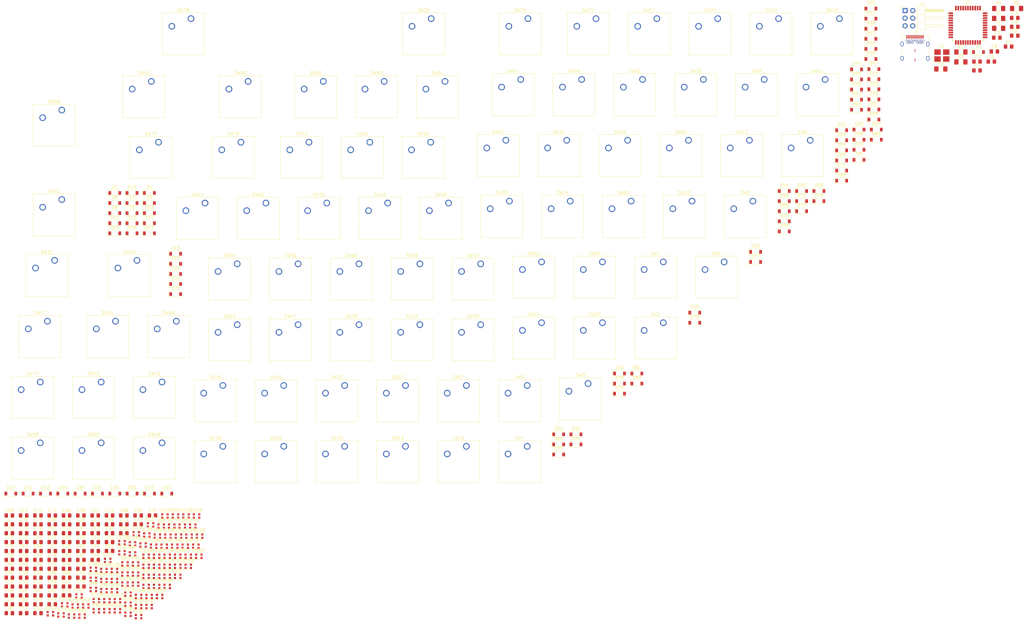
<source format=kicad_pcb>
(kicad_pcb (version 20171130) (host pcbnew 5.1.5+dfsg1-2build2)

  (general
    (thickness 1.6)
    (drawings 0)
    (tracks 0)
    (zones 0)
    (modules 353)
    (nets 217)
  )

  (page A3)
  (layers
    (0 F.Cu signal)
    (31 B.Cu signal)
    (32 B.Adhes user)
    (33 F.Adhes user)
    (34 B.Paste user)
    (35 F.Paste user)
    (36 B.SilkS user)
    (37 F.SilkS user)
    (38 B.Mask user)
    (39 F.Mask user)
    (40 Dwgs.User user)
    (41 Cmts.User user)
    (42 Eco1.User user)
    (43 Eco2.User user)
    (44 Edge.Cuts user)
    (45 Margin user)
    (46 B.CrtYd user)
    (47 F.CrtYd user)
    (48 B.Fab user)
    (49 F.Fab user)
  )

  (setup
    (last_trace_width 0.25)
    (trace_clearance 0.2)
    (zone_clearance 0.508)
    (zone_45_only no)
    (trace_min 0.2)
    (via_size 0.8)
    (via_drill 0.4)
    (via_min_size 0.6)
    (via_min_drill 0.3)
    (uvia_size 0.3)
    (uvia_drill 0.1)
    (uvias_allowed no)
    (uvia_min_size 0.2)
    (uvia_min_drill 0.1)
    (edge_width 0.05)
    (segment_width 0.2)
    (pcb_text_width 0.3)
    (pcb_text_size 1.5 1.5)
    (mod_edge_width 0.12)
    (mod_text_size 1 1)
    (mod_text_width 0.15)
    (pad_size 1.524 1.524)
    (pad_drill 0.762)
    (pad_to_mask_clearance 0.051)
    (solder_mask_min_width 0.25)
    (aux_axis_origin 0 0)
    (visible_elements FFFFFF7F)
    (pcbplotparams
      (layerselection 0x010fc_ffffffff)
      (usegerberextensions false)
      (usegerberattributes false)
      (usegerberadvancedattributes false)
      (creategerberjobfile false)
      (excludeedgelayer true)
      (linewidth 0.100000)
      (plotframeref false)
      (viasonmask false)
      (mode 1)
      (useauxorigin false)
      (hpglpennumber 1)
      (hpglpenspeed 20)
      (hpglpendiameter 15.000000)
      (psnegative false)
      (psa4output false)
      (plotreference true)
      (plotvalue true)
      (plotinvisibletext false)
      (padsonsilk false)
      (subtractmaskfromsilk false)
      (outputformat 1)
      (mirror false)
      (drillshape 1)
      (scaleselection 1)
      (outputdirectory ""))
  )

  (net 0 "")
  (net 1 GND)
  (net 2 +5V)
  (net 3 "Net-(C7-Pad1)")
  (net 4 "Net-(C8-Pad2)")
  (net 5 "Net-(C9-Pad1)")
  (net 6 RST)
  (net 7 ROW0)
  (net 8 "Net-(D2-Pad2)")
  (net 9 "Net-(D3-Pad2)")
  (net 10 "Net-(D4-Pad2)")
  (net 11 "Net-(D5-Pad2)")
  (net 12 "Net-(D6-Pad2)")
  (net 13 "Net-(D7-Pad2)")
  (net 14 "Net-(D8-Pad2)")
  (net 15 "Net-(D9-Pad2)")
  (net 16 "Net-(D10-Pad2)")
  (net 17 "Net-(D11-Pad2)")
  (net 18 "Net-(D12-Pad2)")
  (net 19 "Net-(D13-Pad2)")
  (net 20 "Net-(D14-Pad2)")
  (net 21 "Net-(D15-Pad2)")
  (net 22 "Net-(D16-Pad2)")
  (net 23 ROW1)
  (net 24 "Net-(D17-Pad2)")
  (net 25 "Net-(D18-Pad2)")
  (net 26 "Net-(D19-Pad2)")
  (net 27 "Net-(D20-Pad2)")
  (net 28 "Net-(D21-Pad2)")
  (net 29 "Net-(D22-Pad2)")
  (net 30 "Net-(D23-Pad2)")
  (net 31 "Net-(D24-Pad2)")
  (net 32 "Net-(D25-Pad2)")
  (net 33 "Net-(D26-Pad2)")
  (net 34 "Net-(D27-Pad2)")
  (net 35 "Net-(D28-Pad2)")
  (net 36 "Net-(D29-Pad2)")
  (net 37 "Net-(D30-Pad2)")
  (net 38 "Net-(D31-Pad2)")
  (net 39 "Net-(D32-Pad2)")
  (net 40 ROW2)
  (net 41 "Net-(D33-Pad2)")
  (net 42 "Net-(D34-Pad2)")
  (net 43 "Net-(D35-Pad2)")
  (net 44 "Net-(D36-Pad2)")
  (net 45 "Net-(D37-Pad2)")
  (net 46 "Net-(D38-Pad2)")
  (net 47 "Net-(D39-Pad2)")
  (net 48 "Net-(D40-Pad2)")
  (net 49 "Net-(D41-Pad2)")
  (net 50 "Net-(D42-Pad2)")
  (net 51 "Net-(D43-Pad2)")
  (net 52 "Net-(D44-Pad2)")
  (net 53 "Net-(D45-Pad2)")
  (net 54 "Net-(D46-Pad2)")
  (net 55 ROW3)
  (net 56 "Net-(D47-Pad2)")
  (net 57 "Net-(D48-Pad2)")
  (net 58 "Net-(D49-Pad2)")
  (net 59 "Net-(D50-Pad2)")
  (net 60 "Net-(D51-Pad2)")
  (net 61 "Net-(D52-Pad2)")
  (net 62 "Net-(D53-Pad2)")
  (net 63 "Net-(D54-Pad2)")
  (net 64 "Net-(D55-Pad2)")
  (net 65 "Net-(D56-Pad2)")
  (net 66 "Net-(D57-Pad2)")
  (net 67 "Net-(D58-Pad2)")
  (net 68 "Net-(D59-Pad2)")
  (net 69 "Net-(D60-Pad2)")
  (net 70 ROW4)
  (net 71 "Net-(D61-Pad2)")
  (net 72 "Net-(D62-Pad2)")
  (net 73 "Net-(D63-Pad2)")
  (net 74 "Net-(D64-Pad2)")
  (net 75 "Net-(D65-Pad2)")
  (net 76 "Net-(D66-Pad2)")
  (net 77 "Net-(D67-Pad2)")
  (net 78 "Net-(D68-Pad2)")
  (net 79 "Net-(D69-Pad2)")
  (net 80 "Net-(D70-Pad2)")
  (net 81 "Net-(D71-Pad2)")
  (net 82 "Net-(D72-Pad2)")
  (net 83 "Net-(D73-Pad2)")
  (net 84 "Net-(D74-Pad2)")
  (net 85 "Net-(D75-Pad2)")
  (net 86 ROW5)
  (net 87 "Net-(D76-Pad2)")
  (net 88 "Net-(D77-Pad2)")
  (net 89 "Net-(D78-Pad2)")
  (net 90 "Net-(D79-Pad2)")
  (net 91 "Net-(D80-Pad2)")
  (net 92 "Net-(D81-Pad2)")
  (net 93 "Net-(D82-Pad2)")
  (net 94 "Net-(D83-Pad2)")
  (net 95 "Net-(D84-Pad2)")
  (net 96 "Net-(D85-Pad2)")
  (net 97 DIN)
  (net 98 "Net-(D86-Pad2)")
  (net 99 "Net-(D87-Pad2)")
  (net 100 "Net-(D88-Pad2)")
  (net 101 "Net-(D89-Pad2)")
  (net 102 "Net-(D90-Pad2)")
  (net 103 "Net-(D91-Pad2)")
  (net 104 "Net-(D92-Pad2)")
  (net 105 "Net-(D93-Pad2)")
  (net 106 "Net-(D94-Pad2)")
  (net 107 "Net-(D95-Pad2)")
  (net 108 "Net-(D96-Pad2)")
  (net 109 "Net-(D97-Pad2)")
  (net 110 "Net-(D98-Pad2)")
  (net 111 "Net-(D100-Pad4)")
  (net 112 "Net-(D100-Pad2)")
  (net 113 "Net-(D101-Pad2)")
  (net 114 "Net-(D102-Pad2)")
  (net 115 "Net-(D103-Pad2)")
  (net 116 "Net-(D104-Pad2)")
  (net 117 "Net-(D105-Pad2)")
  (net 118 "Net-(D106-Pad2)")
  (net 119 "Net-(D107-Pad2)")
  (net 120 "Net-(D108-Pad2)")
  (net 121 "Net-(D109-Pad2)")
  (net 122 "Net-(D110-Pad2)")
  (net 123 "Net-(D111-Pad2)")
  (net 124 "Net-(D112-Pad2)")
  (net 125 "Net-(D113-Pad2)")
  (net 126 "Net-(D114-Pad2)")
  (net 127 "Net-(D115-Pad2)")
  (net 128 "Net-(D116-Pad2)")
  (net 129 "Net-(D117-Pad2)")
  (net 130 "Net-(D118-Pad2)")
  (net 131 "Net-(D119-Pad2)")
  (net 132 "Net-(D120-Pad2)")
  (net 133 "Net-(D121-Pad2)")
  (net 134 "Net-(D122-Pad2)")
  (net 135 "Net-(D123-Pad2)")
  (net 136 "Net-(D124-Pad2)")
  (net 137 "Net-(D125-Pad2)")
  (net 138 "Net-(D126-Pad2)")
  (net 139 "Net-(D127-Pad2)")
  (net 140 "Net-(D128-Pad2)")
  (net 141 "Net-(D129-Pad2)")
  (net 142 "Net-(D130-Pad2)")
  (net 143 "Net-(D131-Pad2)")
  (net 144 "Net-(D132-Pad2)")
  (net 145 "Net-(D133-Pad2)")
  (net 146 "Net-(D134-Pad2)")
  (net 147 "Net-(D135-Pad2)")
  (net 148 "Net-(D136-Pad2)")
  (net 149 "Net-(D137-Pad2)")
  (net 150 "Net-(D138-Pad2)")
  (net 151 "Net-(D139-Pad2)")
  (net 152 "Net-(D140-Pad2)")
  (net 153 "Net-(D141-Pad2)")
  (net 154 "Net-(D142-Pad2)")
  (net 155 "Net-(D143-Pad2)")
  (net 156 "Net-(D144-Pad2)")
  (net 157 "Net-(D145-Pad2)")
  (net 158 "Net-(D146-Pad2)")
  (net 159 "Net-(D147-Pad2)")
  (net 160 "Net-(D148-Pad2)")
  (net 161 "Net-(D149-Pad2)")
  (net 162 "Net-(D150-Pad2)")
  (net 163 "Net-(D151-Pad2)")
  (net 164 "Net-(D152-Pad2)")
  (net 165 "Net-(D153-Pad2)")
  (net 166 "Net-(D154-Pad2)")
  (net 167 "Net-(D155-Pad2)")
  (net 168 "Net-(D156-Pad2)")
  (net 169 "Net-(D157-Pad2)")
  (net 170 "Net-(D158-Pad2)")
  (net 171 "Net-(D159-Pad2)")
  (net 172 "Net-(D160-Pad2)")
  (net 173 "Net-(D161-Pad2)")
  (net 174 "Net-(D162-Pad2)")
  (net 175 "Net-(D163-Pad2)")
  (net 176 "Net-(D164-Pad2)")
  (net 177 "Net-(D165-Pad2)")
  (net 178 "Net-(D166-Pad2)")
  (net 179 "Net-(D167-Pad2)")
  (net 180 "Net-(F1-Pad2)")
  (net 181 COL02)
  (net 182 COL00)
  (net 183 COL01)
  (net 184 "Net-(J2-PadA11)")
  (net 185 "Net-(J2-PadA10)")
  (net 186 "Net-(J2-PadA8)")
  (net 187 D-)
  (net 188 D+)
  (net 189 "Net-(J2-PadA5)")
  (net 190 "Net-(J2-PadA3)")
  (net 191 "Net-(J2-PadA2)")
  (net 192 "Net-(J2-PadB10)")
  (net 193 "Net-(J2-PadB3)")
  (net 194 "Net-(J2-PadB8)")
  (net 195 "Net-(J2-PadB5)")
  (net 196 "Net-(J2-PadB2)")
  (net 197 "Net-(J2-PadB11)")
  (net 198 "Net-(R4-Pad1)")
  (net 199 "Net-(R5-Pad2)")
  (net 200 "Net-(R6-Pad2)")
  (net 201 COL03)
  (net 202 COL04)
  (net 203 COL06)
  (net 204 COL07)
  (net 205 COL08)
  (net 206 COL09)
  (net 207 COL10)
  (net 208 COL11)
  (net 209 COL12)
  (net 210 COL13)
  (net 211 COL14)
  (net 212 COL15)
  (net 213 COL05)
  (net 214 "Net-(U1-Pad1)")
  (net 215 "Net-(U1-Pad8)")
  (net 216 "Net-(U1-Pad42)")

  (net_class Default "Dies ist die voreingestellte Netzklasse."
    (clearance 0.2)
    (trace_width 0.25)
    (via_dia 0.8)
    (via_drill 0.4)
    (uvia_dia 0.3)
    (uvia_drill 0.1)
    (add_net +5V)
    (add_net COL00)
    (add_net COL01)
    (add_net COL02)
    (add_net COL03)
    (add_net COL04)
    (add_net COL05)
    (add_net COL06)
    (add_net COL07)
    (add_net COL08)
    (add_net COL09)
    (add_net COL10)
    (add_net COL11)
    (add_net COL12)
    (add_net COL13)
    (add_net COL14)
    (add_net COL15)
    (add_net D+)
    (add_net D-)
    (add_net DIN)
    (add_net GND)
    (add_net "Net-(C7-Pad1)")
    (add_net "Net-(C8-Pad2)")
    (add_net "Net-(C9-Pad1)")
    (add_net "Net-(D10-Pad2)")
    (add_net "Net-(D100-Pad2)")
    (add_net "Net-(D100-Pad4)")
    (add_net "Net-(D101-Pad2)")
    (add_net "Net-(D102-Pad2)")
    (add_net "Net-(D103-Pad2)")
    (add_net "Net-(D104-Pad2)")
    (add_net "Net-(D105-Pad2)")
    (add_net "Net-(D106-Pad2)")
    (add_net "Net-(D107-Pad2)")
    (add_net "Net-(D108-Pad2)")
    (add_net "Net-(D109-Pad2)")
    (add_net "Net-(D11-Pad2)")
    (add_net "Net-(D110-Pad2)")
    (add_net "Net-(D111-Pad2)")
    (add_net "Net-(D112-Pad2)")
    (add_net "Net-(D113-Pad2)")
    (add_net "Net-(D114-Pad2)")
    (add_net "Net-(D115-Pad2)")
    (add_net "Net-(D116-Pad2)")
    (add_net "Net-(D117-Pad2)")
    (add_net "Net-(D118-Pad2)")
    (add_net "Net-(D119-Pad2)")
    (add_net "Net-(D12-Pad2)")
    (add_net "Net-(D120-Pad2)")
    (add_net "Net-(D121-Pad2)")
    (add_net "Net-(D122-Pad2)")
    (add_net "Net-(D123-Pad2)")
    (add_net "Net-(D124-Pad2)")
    (add_net "Net-(D125-Pad2)")
    (add_net "Net-(D126-Pad2)")
    (add_net "Net-(D127-Pad2)")
    (add_net "Net-(D128-Pad2)")
    (add_net "Net-(D129-Pad2)")
    (add_net "Net-(D13-Pad2)")
    (add_net "Net-(D130-Pad2)")
    (add_net "Net-(D131-Pad2)")
    (add_net "Net-(D132-Pad2)")
    (add_net "Net-(D133-Pad2)")
    (add_net "Net-(D134-Pad2)")
    (add_net "Net-(D135-Pad2)")
    (add_net "Net-(D136-Pad2)")
    (add_net "Net-(D137-Pad2)")
    (add_net "Net-(D138-Pad2)")
    (add_net "Net-(D139-Pad2)")
    (add_net "Net-(D14-Pad2)")
    (add_net "Net-(D140-Pad2)")
    (add_net "Net-(D141-Pad2)")
    (add_net "Net-(D142-Pad2)")
    (add_net "Net-(D143-Pad2)")
    (add_net "Net-(D144-Pad2)")
    (add_net "Net-(D145-Pad2)")
    (add_net "Net-(D146-Pad2)")
    (add_net "Net-(D147-Pad2)")
    (add_net "Net-(D148-Pad2)")
    (add_net "Net-(D149-Pad2)")
    (add_net "Net-(D15-Pad2)")
    (add_net "Net-(D150-Pad2)")
    (add_net "Net-(D151-Pad2)")
    (add_net "Net-(D152-Pad2)")
    (add_net "Net-(D153-Pad2)")
    (add_net "Net-(D154-Pad2)")
    (add_net "Net-(D155-Pad2)")
    (add_net "Net-(D156-Pad2)")
    (add_net "Net-(D157-Pad2)")
    (add_net "Net-(D158-Pad2)")
    (add_net "Net-(D159-Pad2)")
    (add_net "Net-(D16-Pad2)")
    (add_net "Net-(D160-Pad2)")
    (add_net "Net-(D161-Pad2)")
    (add_net "Net-(D162-Pad2)")
    (add_net "Net-(D163-Pad2)")
    (add_net "Net-(D164-Pad2)")
    (add_net "Net-(D165-Pad2)")
    (add_net "Net-(D166-Pad2)")
    (add_net "Net-(D167-Pad2)")
    (add_net "Net-(D17-Pad2)")
    (add_net "Net-(D18-Pad2)")
    (add_net "Net-(D19-Pad2)")
    (add_net "Net-(D2-Pad2)")
    (add_net "Net-(D20-Pad2)")
    (add_net "Net-(D21-Pad2)")
    (add_net "Net-(D22-Pad2)")
    (add_net "Net-(D23-Pad2)")
    (add_net "Net-(D24-Pad2)")
    (add_net "Net-(D25-Pad2)")
    (add_net "Net-(D26-Pad2)")
    (add_net "Net-(D27-Pad2)")
    (add_net "Net-(D28-Pad2)")
    (add_net "Net-(D29-Pad2)")
    (add_net "Net-(D3-Pad2)")
    (add_net "Net-(D30-Pad2)")
    (add_net "Net-(D31-Pad2)")
    (add_net "Net-(D32-Pad2)")
    (add_net "Net-(D33-Pad2)")
    (add_net "Net-(D34-Pad2)")
    (add_net "Net-(D35-Pad2)")
    (add_net "Net-(D36-Pad2)")
    (add_net "Net-(D37-Pad2)")
    (add_net "Net-(D38-Pad2)")
    (add_net "Net-(D39-Pad2)")
    (add_net "Net-(D4-Pad2)")
    (add_net "Net-(D40-Pad2)")
    (add_net "Net-(D41-Pad2)")
    (add_net "Net-(D42-Pad2)")
    (add_net "Net-(D43-Pad2)")
    (add_net "Net-(D44-Pad2)")
    (add_net "Net-(D45-Pad2)")
    (add_net "Net-(D46-Pad2)")
    (add_net "Net-(D47-Pad2)")
    (add_net "Net-(D48-Pad2)")
    (add_net "Net-(D49-Pad2)")
    (add_net "Net-(D5-Pad2)")
    (add_net "Net-(D50-Pad2)")
    (add_net "Net-(D51-Pad2)")
    (add_net "Net-(D52-Pad2)")
    (add_net "Net-(D53-Pad2)")
    (add_net "Net-(D54-Pad2)")
    (add_net "Net-(D55-Pad2)")
    (add_net "Net-(D56-Pad2)")
    (add_net "Net-(D57-Pad2)")
    (add_net "Net-(D58-Pad2)")
    (add_net "Net-(D59-Pad2)")
    (add_net "Net-(D6-Pad2)")
    (add_net "Net-(D60-Pad2)")
    (add_net "Net-(D61-Pad2)")
    (add_net "Net-(D62-Pad2)")
    (add_net "Net-(D63-Pad2)")
    (add_net "Net-(D64-Pad2)")
    (add_net "Net-(D65-Pad2)")
    (add_net "Net-(D66-Pad2)")
    (add_net "Net-(D67-Pad2)")
    (add_net "Net-(D68-Pad2)")
    (add_net "Net-(D69-Pad2)")
    (add_net "Net-(D7-Pad2)")
    (add_net "Net-(D70-Pad2)")
    (add_net "Net-(D71-Pad2)")
    (add_net "Net-(D72-Pad2)")
    (add_net "Net-(D73-Pad2)")
    (add_net "Net-(D74-Pad2)")
    (add_net "Net-(D75-Pad2)")
    (add_net "Net-(D76-Pad2)")
    (add_net "Net-(D77-Pad2)")
    (add_net "Net-(D78-Pad2)")
    (add_net "Net-(D79-Pad2)")
    (add_net "Net-(D8-Pad2)")
    (add_net "Net-(D80-Pad2)")
    (add_net "Net-(D81-Pad2)")
    (add_net "Net-(D82-Pad2)")
    (add_net "Net-(D83-Pad2)")
    (add_net "Net-(D84-Pad2)")
    (add_net "Net-(D85-Pad2)")
    (add_net "Net-(D86-Pad2)")
    (add_net "Net-(D87-Pad2)")
    (add_net "Net-(D88-Pad2)")
    (add_net "Net-(D89-Pad2)")
    (add_net "Net-(D9-Pad2)")
    (add_net "Net-(D90-Pad2)")
    (add_net "Net-(D91-Pad2)")
    (add_net "Net-(D92-Pad2)")
    (add_net "Net-(D93-Pad2)")
    (add_net "Net-(D94-Pad2)")
    (add_net "Net-(D95-Pad2)")
    (add_net "Net-(D96-Pad2)")
    (add_net "Net-(D97-Pad2)")
    (add_net "Net-(D98-Pad2)")
    (add_net "Net-(F1-Pad2)")
    (add_net "Net-(J2-PadA10)")
    (add_net "Net-(J2-PadA11)")
    (add_net "Net-(J2-PadA2)")
    (add_net "Net-(J2-PadA3)")
    (add_net "Net-(J2-PadA5)")
    (add_net "Net-(J2-PadA8)")
    (add_net "Net-(J2-PadB10)")
    (add_net "Net-(J2-PadB11)")
    (add_net "Net-(J2-PadB2)")
    (add_net "Net-(J2-PadB3)")
    (add_net "Net-(J2-PadB5)")
    (add_net "Net-(J2-PadB8)")
    (add_net "Net-(R4-Pad1)")
    (add_net "Net-(R5-Pad2)")
    (add_net "Net-(R6-Pad2)")
    (add_net "Net-(U1-Pad1)")
    (add_net "Net-(U1-Pad42)")
    (add_net "Net-(U1-Pad8)")
    (add_net ROW0)
    (add_net ROW1)
    (add_net ROW2)
    (add_net ROW3)
    (add_net ROW4)
    (add_net ROW5)
    (add_net RST)
  )

  (module Capacitor_SMD:C_0805_2012Metric_Pad1.15x1.40mm_HandSolder (layer F.Cu) (tedit 5B36C52B) (tstamp 5F15EB18)
    (at 368.725001 55.605001)
    (descr "Capacitor SMD 0805 (2012 Metric), square (rectangular) end terminal, IPC_7351 nominal with elongated pad for handsoldering. (Body size source: https://docs.google.com/spreadsheets/d/1BsfQQcO9C6DZCsRaXUlFlo91Tg2WpOkGARC1WS5S8t0/edit?usp=sharing), generated with kicad-footprint-generator")
    (tags "capacitor handsolder")
    (path /5F92990D)
    (attr smd)
    (fp_text reference C1 (at 0 -1.65) (layer F.SilkS)
      (effects (font (size 1 1) (thickness 0.15)))
    )
    (fp_text value 0.1uF (at 0 1.65) (layer F.Fab)
      (effects (font (size 1 1) (thickness 0.15)))
    )
    (fp_text user %R (at 0 0) (layer F.Fab)
      (effects (font (size 0.5 0.5) (thickness 0.08)))
    )
    (fp_line (start 1.85 0.95) (end -1.85 0.95) (layer F.CrtYd) (width 0.05))
    (fp_line (start 1.85 -0.95) (end 1.85 0.95) (layer F.CrtYd) (width 0.05))
    (fp_line (start -1.85 -0.95) (end 1.85 -0.95) (layer F.CrtYd) (width 0.05))
    (fp_line (start -1.85 0.95) (end -1.85 -0.95) (layer F.CrtYd) (width 0.05))
    (fp_line (start -0.261252 0.71) (end 0.261252 0.71) (layer F.SilkS) (width 0.12))
    (fp_line (start -0.261252 -0.71) (end 0.261252 -0.71) (layer F.SilkS) (width 0.12))
    (fp_line (start 1 0.6) (end -1 0.6) (layer F.Fab) (width 0.1))
    (fp_line (start 1 -0.6) (end 1 0.6) (layer F.Fab) (width 0.1))
    (fp_line (start -1 -0.6) (end 1 -0.6) (layer F.Fab) (width 0.1))
    (fp_line (start -1 0.6) (end -1 -0.6) (layer F.Fab) (width 0.1))
    (pad 2 smd roundrect (at 1.025 0) (size 1.15 1.4) (layers F.Cu F.Paste F.Mask) (roundrect_rratio 0.217391)
      (net 1 GND))
    (pad 1 smd roundrect (at -1.025 0) (size 1.15 1.4) (layers F.Cu F.Paste F.Mask) (roundrect_rratio 0.217391)
      (net 2 +5V))
    (model ${KISYS3DMOD}/Capacitor_SMD.3dshapes/C_0805_2012Metric.wrl
      (at (xyz 0 0 0))
      (scale (xyz 1 1 1))
      (rotate (xyz 0 0 0))
    )
  )

  (module Capacitor_SMD:C_0805_2012Metric_Pad1.15x1.40mm_HandSolder (layer F.Cu) (tedit 5B36C52B) (tstamp 5F15EB29)
    (at 381.265001 41.095001)
    (descr "Capacitor SMD 0805 (2012 Metric), square (rectangular) end terminal, IPC_7351 nominal with elongated pad for handsoldering. (Body size source: https://docs.google.com/spreadsheets/d/1BsfQQcO9C6DZCsRaXUlFlo91Tg2WpOkGARC1WS5S8t0/edit?usp=sharing), generated with kicad-footprint-generator")
    (tags "capacitor handsolder")
    (path /5EFFF252)
    (attr smd)
    (fp_text reference C2 (at 0 -1.65) (layer F.SilkS)
      (effects (font (size 1 1) (thickness 0.15)))
    )
    (fp_text value 0.1uF (at 0 1.65) (layer F.Fab)
      (effects (font (size 1 1) (thickness 0.15)))
    )
    (fp_text user %R (at 0 0) (layer F.Fab)
      (effects (font (size 0.5 0.5) (thickness 0.08)))
    )
    (fp_line (start 1.85 0.95) (end -1.85 0.95) (layer F.CrtYd) (width 0.05))
    (fp_line (start 1.85 -0.95) (end 1.85 0.95) (layer F.CrtYd) (width 0.05))
    (fp_line (start -1.85 -0.95) (end 1.85 -0.95) (layer F.CrtYd) (width 0.05))
    (fp_line (start -1.85 0.95) (end -1.85 -0.95) (layer F.CrtYd) (width 0.05))
    (fp_line (start -0.261252 0.71) (end 0.261252 0.71) (layer F.SilkS) (width 0.12))
    (fp_line (start -0.261252 -0.71) (end 0.261252 -0.71) (layer F.SilkS) (width 0.12))
    (fp_line (start 1 0.6) (end -1 0.6) (layer F.Fab) (width 0.1))
    (fp_line (start 1 -0.6) (end 1 0.6) (layer F.Fab) (width 0.1))
    (fp_line (start -1 -0.6) (end 1 -0.6) (layer F.Fab) (width 0.1))
    (fp_line (start -1 0.6) (end -1 -0.6) (layer F.Fab) (width 0.1))
    (pad 2 smd roundrect (at 1.025 0) (size 1.15 1.4) (layers F.Cu F.Paste F.Mask) (roundrect_rratio 0.217391)
      (net 1 GND))
    (pad 1 smd roundrect (at -1.025 0) (size 1.15 1.4) (layers F.Cu F.Paste F.Mask) (roundrect_rratio 0.217391)
      (net 2 +5V))
    (model ${KISYS3DMOD}/Capacitor_SMD.3dshapes/C_0805_2012Metric.wrl
      (at (xyz 0 0 0))
      (scale (xyz 1 1 1))
      (rotate (xyz 0 0 0))
    )
  )

  (module Capacitor_SMD:C_0805_2012Metric_Pad1.15x1.40mm_HandSolder (layer F.Cu) (tedit 5B36C52B) (tstamp 5F15EB3A)
    (at 375.315001 47.675001)
    (descr "Capacitor SMD 0805 (2012 Metric), square (rectangular) end terminal, IPC_7351 nominal with elongated pad for handsoldering. (Body size source: https://docs.google.com/spreadsheets/d/1BsfQQcO9C6DZCsRaXUlFlo91Tg2WpOkGARC1WS5S8t0/edit?usp=sharing), generated with kicad-footprint-generator")
    (tags "capacitor handsolder")
    (path /5F00AFA0)
    (attr smd)
    (fp_text reference C3 (at 0 -1.65) (layer F.SilkS)
      (effects (font (size 1 1) (thickness 0.15)))
    )
    (fp_text value 0.1uF (at 0 1.65) (layer F.Fab)
      (effects (font (size 1 1) (thickness 0.15)))
    )
    (fp_text user %R (at 0 0) (layer F.Fab)
      (effects (font (size 0.5 0.5) (thickness 0.08)))
    )
    (fp_line (start 1.85 0.95) (end -1.85 0.95) (layer F.CrtYd) (width 0.05))
    (fp_line (start 1.85 -0.95) (end 1.85 0.95) (layer F.CrtYd) (width 0.05))
    (fp_line (start -1.85 -0.95) (end 1.85 -0.95) (layer F.CrtYd) (width 0.05))
    (fp_line (start -1.85 0.95) (end -1.85 -0.95) (layer F.CrtYd) (width 0.05))
    (fp_line (start -0.261252 0.71) (end 0.261252 0.71) (layer F.SilkS) (width 0.12))
    (fp_line (start -0.261252 -0.71) (end 0.261252 -0.71) (layer F.SilkS) (width 0.12))
    (fp_line (start 1 0.6) (end -1 0.6) (layer F.Fab) (width 0.1))
    (fp_line (start 1 -0.6) (end 1 0.6) (layer F.Fab) (width 0.1))
    (fp_line (start -1 -0.6) (end 1 -0.6) (layer F.Fab) (width 0.1))
    (fp_line (start -1 0.6) (end -1 -0.6) (layer F.Fab) (width 0.1))
    (pad 2 smd roundrect (at 1.025 0) (size 1.15 1.4) (layers F.Cu F.Paste F.Mask) (roundrect_rratio 0.217391)
      (net 1 GND))
    (pad 1 smd roundrect (at -1.025 0) (size 1.15 1.4) (layers F.Cu F.Paste F.Mask) (roundrect_rratio 0.217391)
      (net 2 +5V))
    (model ${KISYS3DMOD}/Capacitor_SMD.3dshapes/C_0805_2012Metric.wrl
      (at (xyz 0 0 0))
      (scale (xyz 1 1 1))
      (rotate (xyz 0 0 0))
    )
  )

  (module Capacitor_SMD:C_0805_2012Metric_Pad1.15x1.40mm_HandSolder (layer F.Cu) (tedit 5B36C52B) (tstamp 5F15EB4B)
    (at 379.225001 50.625001)
    (descr "Capacitor SMD 0805 (2012 Metric), square (rectangular) end terminal, IPC_7351 nominal with elongated pad for handsoldering. (Body size source: https://docs.google.com/spreadsheets/d/1BsfQQcO9C6DZCsRaXUlFlo91Tg2WpOkGARC1WS5S8t0/edit?usp=sharing), generated with kicad-footprint-generator")
    (tags "capacitor handsolder")
    (path /5F00B4C3)
    (attr smd)
    (fp_text reference C4 (at 0 -1.65) (layer F.SilkS)
      (effects (font (size 1 1) (thickness 0.15)))
    )
    (fp_text value 0.1uF (at 0 1.65) (layer F.Fab)
      (effects (font (size 1 1) (thickness 0.15)))
    )
    (fp_line (start -1 0.6) (end -1 -0.6) (layer F.Fab) (width 0.1))
    (fp_line (start -1 -0.6) (end 1 -0.6) (layer F.Fab) (width 0.1))
    (fp_line (start 1 -0.6) (end 1 0.6) (layer F.Fab) (width 0.1))
    (fp_line (start 1 0.6) (end -1 0.6) (layer F.Fab) (width 0.1))
    (fp_line (start -0.261252 -0.71) (end 0.261252 -0.71) (layer F.SilkS) (width 0.12))
    (fp_line (start -0.261252 0.71) (end 0.261252 0.71) (layer F.SilkS) (width 0.12))
    (fp_line (start -1.85 0.95) (end -1.85 -0.95) (layer F.CrtYd) (width 0.05))
    (fp_line (start -1.85 -0.95) (end 1.85 -0.95) (layer F.CrtYd) (width 0.05))
    (fp_line (start 1.85 -0.95) (end 1.85 0.95) (layer F.CrtYd) (width 0.05))
    (fp_line (start 1.85 0.95) (end -1.85 0.95) (layer F.CrtYd) (width 0.05))
    (fp_text user %R (at 0 0) (layer F.Fab)
      (effects (font (size 0.5 0.5) (thickness 0.08)))
    )
    (pad 1 smd roundrect (at -1.025 0) (size 1.15 1.4) (layers F.Cu F.Paste F.Mask) (roundrect_rratio 0.217391)
      (net 2 +5V))
    (pad 2 smd roundrect (at 1.025 0) (size 1.15 1.4) (layers F.Cu F.Paste F.Mask) (roundrect_rratio 0.217391)
      (net 1 GND))
    (model ${KISYS3DMOD}/Capacitor_SMD.3dshapes/C_0805_2012Metric.wrl
      (at (xyz 0 0 0))
      (scale (xyz 1 1 1))
      (rotate (xyz 0 0 0))
    )
  )

  (module Capacitor_SMD:C_0805_2012Metric_Pad1.15x1.40mm_HandSolder (layer F.Cu) (tedit 5B36C52B) (tstamp 5F15EB5C)
    (at 381.265001 46.995001)
    (descr "Capacitor SMD 0805 (2012 Metric), square (rectangular) end terminal, IPC_7351 nominal with elongated pad for handsoldering. (Body size source: https://docs.google.com/spreadsheets/d/1BsfQQcO9C6DZCsRaXUlFlo91Tg2WpOkGARC1WS5S8t0/edit?usp=sharing), generated with kicad-footprint-generator")
    (tags "capacitor handsolder")
    (path /5F92A552)
    (attr smd)
    (fp_text reference C5 (at 0 -1.65) (layer F.SilkS)
      (effects (font (size 1 1) (thickness 0.15)))
    )
    (fp_text value 0.1uF (at 0 1.65) (layer F.Fab)
      (effects (font (size 1 1) (thickness 0.15)))
    )
    (fp_text user %R (at 0 0) (layer F.Fab)
      (effects (font (size 0.5 0.5) (thickness 0.08)))
    )
    (fp_line (start 1.85 0.95) (end -1.85 0.95) (layer F.CrtYd) (width 0.05))
    (fp_line (start 1.85 -0.95) (end 1.85 0.95) (layer F.CrtYd) (width 0.05))
    (fp_line (start -1.85 -0.95) (end 1.85 -0.95) (layer F.CrtYd) (width 0.05))
    (fp_line (start -1.85 0.95) (end -1.85 -0.95) (layer F.CrtYd) (width 0.05))
    (fp_line (start -0.261252 0.71) (end 0.261252 0.71) (layer F.SilkS) (width 0.12))
    (fp_line (start -0.261252 -0.71) (end 0.261252 -0.71) (layer F.SilkS) (width 0.12))
    (fp_line (start 1 0.6) (end -1 0.6) (layer F.Fab) (width 0.1))
    (fp_line (start 1 -0.6) (end 1 0.6) (layer F.Fab) (width 0.1))
    (fp_line (start -1 -0.6) (end 1 -0.6) (layer F.Fab) (width 0.1))
    (fp_line (start -1 0.6) (end -1 -0.6) (layer F.Fab) (width 0.1))
    (pad 2 smd roundrect (at 1.025 0) (size 1.15 1.4) (layers F.Cu F.Paste F.Mask) (roundrect_rratio 0.217391)
      (net 1 GND))
    (pad 1 smd roundrect (at -1.025 0) (size 1.15 1.4) (layers F.Cu F.Paste F.Mask) (roundrect_rratio 0.217391)
      (net 2 +5V))
    (model ${KISYS3DMOD}/Capacitor_SMD.3dshapes/C_0805_2012Metric.wrl
      (at (xyz 0 0 0))
      (scale (xyz 1 1 1))
      (rotate (xyz 0 0 0))
    )
  )

  (module Capacitor_SMD:C_0805_2012Metric_Pad1.15x1.40mm_HandSolder (layer F.Cu) (tedit 5B36C52B) (tstamp 5F15EB6D)
    (at 373.475001 55.605001)
    (descr "Capacitor SMD 0805 (2012 Metric), square (rectangular) end terminal, IPC_7351 nominal with elongated pad for handsoldering. (Body size source: https://docs.google.com/spreadsheets/d/1BsfQQcO9C6DZCsRaXUlFlo91Tg2WpOkGARC1WS5S8t0/edit?usp=sharing), generated with kicad-footprint-generator")
    (tags "capacitor handsolder")
    (path /5F007EF5)
    (attr smd)
    (fp_text reference C6 (at 0 -1.65) (layer F.SilkS)
      (effects (font (size 1 1) (thickness 0.15)))
    )
    (fp_text value 10uF (at 0 1.65) (layer F.Fab)
      (effects (font (size 1 1) (thickness 0.15)))
    )
    (fp_line (start -1 0.6) (end -1 -0.6) (layer F.Fab) (width 0.1))
    (fp_line (start -1 -0.6) (end 1 -0.6) (layer F.Fab) (width 0.1))
    (fp_line (start 1 -0.6) (end 1 0.6) (layer F.Fab) (width 0.1))
    (fp_line (start 1 0.6) (end -1 0.6) (layer F.Fab) (width 0.1))
    (fp_line (start -0.261252 -0.71) (end 0.261252 -0.71) (layer F.SilkS) (width 0.12))
    (fp_line (start -0.261252 0.71) (end 0.261252 0.71) (layer F.SilkS) (width 0.12))
    (fp_line (start -1.85 0.95) (end -1.85 -0.95) (layer F.CrtYd) (width 0.05))
    (fp_line (start -1.85 -0.95) (end 1.85 -0.95) (layer F.CrtYd) (width 0.05))
    (fp_line (start 1.85 -0.95) (end 1.85 0.95) (layer F.CrtYd) (width 0.05))
    (fp_line (start 1.85 0.95) (end -1.85 0.95) (layer F.CrtYd) (width 0.05))
    (fp_text user %R (at 0 0) (layer F.Fab)
      (effects (font (size 0.5 0.5) (thickness 0.08)))
    )
    (pad 1 smd roundrect (at -1.025 0) (size 1.15 1.4) (layers F.Cu F.Paste F.Mask) (roundrect_rratio 0.217391)
      (net 2 +5V))
    (pad 2 smd roundrect (at 1.025 0) (size 1.15 1.4) (layers F.Cu F.Paste F.Mask) (roundrect_rratio 0.217391)
      (net 1 GND))
    (model ${KISYS3DMOD}/Capacitor_SMD.3dshapes/C_0805_2012Metric.wrl
      (at (xyz 0 0 0))
      (scale (xyz 1 1 1))
      (rotate (xyz 0 0 0))
    )
  )

  (module Capacitor_SMD:C_0805_2012Metric_Pad1.15x1.40mm_HandSolder (layer F.Cu) (tedit 5B36C52B) (tstamp 5F15EB7E)
    (at 368.725001 58.555001)
    (descr "Capacitor SMD 0805 (2012 Metric), square (rectangular) end terminal, IPC_7351 nominal with elongated pad for handsoldering. (Body size source: https://docs.google.com/spreadsheets/d/1BsfQQcO9C6DZCsRaXUlFlo91Tg2WpOkGARC1WS5S8t0/edit?usp=sharing), generated with kicad-footprint-generator")
    (tags "capacitor handsolder")
    (path /5F0786B1)
    (attr smd)
    (fp_text reference C7 (at 0 -1.65) (layer F.SilkS)
      (effects (font (size 1 1) (thickness 0.15)))
    )
    (fp_text value 22pF (at 0 1.65) (layer F.Fab)
      (effects (font (size 1 1) (thickness 0.15)))
    )
    (fp_text user %R (at 0 0) (layer F.Fab)
      (effects (font (size 0.5 0.5) (thickness 0.08)))
    )
    (fp_line (start 1.85 0.95) (end -1.85 0.95) (layer F.CrtYd) (width 0.05))
    (fp_line (start 1.85 -0.95) (end 1.85 0.95) (layer F.CrtYd) (width 0.05))
    (fp_line (start -1.85 -0.95) (end 1.85 -0.95) (layer F.CrtYd) (width 0.05))
    (fp_line (start -1.85 0.95) (end -1.85 -0.95) (layer F.CrtYd) (width 0.05))
    (fp_line (start -0.261252 0.71) (end 0.261252 0.71) (layer F.SilkS) (width 0.12))
    (fp_line (start -0.261252 -0.71) (end 0.261252 -0.71) (layer F.SilkS) (width 0.12))
    (fp_line (start 1 0.6) (end -1 0.6) (layer F.Fab) (width 0.1))
    (fp_line (start 1 -0.6) (end 1 0.6) (layer F.Fab) (width 0.1))
    (fp_line (start -1 -0.6) (end 1 -0.6) (layer F.Fab) (width 0.1))
    (fp_line (start -1 0.6) (end -1 -0.6) (layer F.Fab) (width 0.1))
    (pad 2 smd roundrect (at 1.025 0) (size 1.15 1.4) (layers F.Cu F.Paste F.Mask) (roundrect_rratio 0.217391)
      (net 1 GND))
    (pad 1 smd roundrect (at -1.025 0) (size 1.15 1.4) (layers F.Cu F.Paste F.Mask) (roundrect_rratio 0.217391)
      (net 3 "Net-(C7-Pad1)"))
    (model ${KISYS3DMOD}/Capacitor_SMD.3dshapes/C_0805_2012Metric.wrl
      (at (xyz 0 0 0))
      (scale (xyz 1 1 1))
      (rotate (xyz 0 0 0))
    )
  )

  (module Capacitor_SMD:C_0805_2012Metric_Pad1.15x1.40mm_HandSolder (layer F.Cu) (tedit 5B36C52B) (tstamp 5F15EB8F)
    (at 374.475001 52.255001)
    (descr "Capacitor SMD 0805 (2012 Metric), square (rectangular) end terminal, IPC_7351 nominal with elongated pad for handsoldering. (Body size source: https://docs.google.com/spreadsheets/d/1BsfQQcO9C6DZCsRaXUlFlo91Tg2WpOkGARC1WS5S8t0/edit?usp=sharing), generated with kicad-footprint-generator")
    (tags "capacitor handsolder")
    (path /5F0BA64F)
    (attr smd)
    (fp_text reference C8 (at 0 -1.65) (layer F.SilkS)
      (effects (font (size 1 1) (thickness 0.15)))
    )
    (fp_text value 22pF (at 0 1.65) (layer F.Fab)
      (effects (font (size 1 1) (thickness 0.15)))
    )
    (fp_text user %R (at 0 0) (layer F.Fab)
      (effects (font (size 0.5 0.5) (thickness 0.08)))
    )
    (fp_line (start 1.85 0.95) (end -1.85 0.95) (layer F.CrtYd) (width 0.05))
    (fp_line (start 1.85 -0.95) (end 1.85 0.95) (layer F.CrtYd) (width 0.05))
    (fp_line (start -1.85 -0.95) (end 1.85 -0.95) (layer F.CrtYd) (width 0.05))
    (fp_line (start -1.85 0.95) (end -1.85 -0.95) (layer F.CrtYd) (width 0.05))
    (fp_line (start -0.261252 0.71) (end 0.261252 0.71) (layer F.SilkS) (width 0.12))
    (fp_line (start -0.261252 -0.71) (end 0.261252 -0.71) (layer F.SilkS) (width 0.12))
    (fp_line (start 1 0.6) (end -1 0.6) (layer F.Fab) (width 0.1))
    (fp_line (start 1 -0.6) (end 1 0.6) (layer F.Fab) (width 0.1))
    (fp_line (start -1 -0.6) (end 1 -0.6) (layer F.Fab) (width 0.1))
    (fp_line (start -1 0.6) (end -1 -0.6) (layer F.Fab) (width 0.1))
    (pad 2 smd roundrect (at 1.025 0) (size 1.15 1.4) (layers F.Cu F.Paste F.Mask) (roundrect_rratio 0.217391)
      (net 4 "Net-(C8-Pad2)"))
    (pad 1 smd roundrect (at -1.025 0) (size 1.15 1.4) (layers F.Cu F.Paste F.Mask) (roundrect_rratio 0.217391)
      (net 1 GND))
    (model ${KISYS3DMOD}/Capacitor_SMD.3dshapes/C_0805_2012Metric.wrl
      (at (xyz 0 0 0))
      (scale (xyz 1 1 1))
      (rotate (xyz 0 0 0))
    )
  )

  (module Capacitor_SMD:C_0805_2012Metric_Pad1.15x1.40mm_HandSolder (layer F.Cu) (tedit 5B36C52B) (tstamp 5F15EBA0)
    (at 381.265001 44.045001)
    (descr "Capacitor SMD 0805 (2012 Metric), square (rectangular) end terminal, IPC_7351 nominal with elongated pad for handsoldering. (Body size source: https://docs.google.com/spreadsheets/d/1BsfQQcO9C6DZCsRaXUlFlo91Tg2WpOkGARC1WS5S8t0/edit?usp=sharing), generated with kicad-footprint-generator")
    (tags "capacitor handsolder")
    (path /5F049C39)
    (attr smd)
    (fp_text reference C9 (at 0 -1.65) (layer F.SilkS)
      (effects (font (size 1 1) (thickness 0.15)))
    )
    (fp_text value 1uF (at 0 1.65) (layer F.Fab)
      (effects (font (size 1 1) (thickness 0.15)))
    )
    (fp_line (start -1 0.6) (end -1 -0.6) (layer F.Fab) (width 0.1))
    (fp_line (start -1 -0.6) (end 1 -0.6) (layer F.Fab) (width 0.1))
    (fp_line (start 1 -0.6) (end 1 0.6) (layer F.Fab) (width 0.1))
    (fp_line (start 1 0.6) (end -1 0.6) (layer F.Fab) (width 0.1))
    (fp_line (start -0.261252 -0.71) (end 0.261252 -0.71) (layer F.SilkS) (width 0.12))
    (fp_line (start -0.261252 0.71) (end 0.261252 0.71) (layer F.SilkS) (width 0.12))
    (fp_line (start -1.85 0.95) (end -1.85 -0.95) (layer F.CrtYd) (width 0.05))
    (fp_line (start -1.85 -0.95) (end 1.85 -0.95) (layer F.CrtYd) (width 0.05))
    (fp_line (start 1.85 -0.95) (end 1.85 0.95) (layer F.CrtYd) (width 0.05))
    (fp_line (start 1.85 0.95) (end -1.85 0.95) (layer F.CrtYd) (width 0.05))
    (fp_text user %R (at 0 0) (layer F.Fab)
      (effects (font (size 0.5 0.5) (thickness 0.08)))
    )
    (pad 1 smd roundrect (at -1.025 0) (size 1.15 1.4) (layers F.Cu F.Paste F.Mask) (roundrect_rratio 0.217391)
      (net 5 "Net-(C9-Pad1)"))
    (pad 2 smd roundrect (at 1.025 0) (size 1.15 1.4) (layers F.Cu F.Paste F.Mask) (roundrect_rratio 0.217391)
      (net 1 GND))
    (model ${KISYS3DMOD}/Capacitor_SMD.3dshapes/C_0805_2012Metric.wrl
      (at (xyz 0 0 0))
      (scale (xyz 1 1 1))
      (rotate (xyz 0 0 0))
    )
  )

  (module Capacitor_SMD:C_0805_2012Metric_Pad1.15x1.40mm_HandSolder (layer F.Cu) (tedit 5B36C52B) (tstamp 5F15EBB1)
    (at 76.095001 215.205001)
    (descr "Capacitor SMD 0805 (2012 Metric), square (rectangular) end terminal, IPC_7351 nominal with elongated pad for handsoldering. (Body size source: https://docs.google.com/spreadsheets/d/1BsfQQcO9C6DZCsRaXUlFlo91Tg2WpOkGARC1WS5S8t0/edit?usp=sharing), generated with kicad-footprint-generator")
    (tags "capacitor handsolder")
    (path /5F949B9C/5FD1B778)
    (attr smd)
    (fp_text reference C10 (at 0 -1.65) (layer F.SilkS)
      (effects (font (size 1 1) (thickness 0.15)))
    )
    (fp_text value 0.1uF (at 0 1.65) (layer F.Fab)
      (effects (font (size 1 1) (thickness 0.15)))
    )
    (fp_text user %R (at 0 0) (layer F.Fab)
      (effects (font (size 0.5 0.5) (thickness 0.08)))
    )
    (fp_line (start 1.85 0.95) (end -1.85 0.95) (layer F.CrtYd) (width 0.05))
    (fp_line (start 1.85 -0.95) (end 1.85 0.95) (layer F.CrtYd) (width 0.05))
    (fp_line (start -1.85 -0.95) (end 1.85 -0.95) (layer F.CrtYd) (width 0.05))
    (fp_line (start -1.85 0.95) (end -1.85 -0.95) (layer F.CrtYd) (width 0.05))
    (fp_line (start -0.261252 0.71) (end 0.261252 0.71) (layer F.SilkS) (width 0.12))
    (fp_line (start -0.261252 -0.71) (end 0.261252 -0.71) (layer F.SilkS) (width 0.12))
    (fp_line (start 1 0.6) (end -1 0.6) (layer F.Fab) (width 0.1))
    (fp_line (start 1 -0.6) (end 1 0.6) (layer F.Fab) (width 0.1))
    (fp_line (start -1 -0.6) (end 1 -0.6) (layer F.Fab) (width 0.1))
    (fp_line (start -1 0.6) (end -1 -0.6) (layer F.Fab) (width 0.1))
    (pad 2 smd roundrect (at 1.025 0) (size 1.15 1.4) (layers F.Cu F.Paste F.Mask) (roundrect_rratio 0.217391)
      (net 1 GND))
    (pad 1 smd roundrect (at -1.025 0) (size 1.15 1.4) (layers F.Cu F.Paste F.Mask) (roundrect_rratio 0.217391)
      (net 2 +5V))
    (model ${KISYS3DMOD}/Capacitor_SMD.3dshapes/C_0805_2012Metric.wrl
      (at (xyz 0 0 0))
      (scale (xyz 1 1 1))
      (rotate (xyz 0 0 0))
    )
  )

  (module Capacitor_SMD:C_0805_2012Metric_Pad1.15x1.40mm_HandSolder (layer F.Cu) (tedit 5B36C52B) (tstamp 5F15EBC2)
    (at 52.345001 238.805001)
    (descr "Capacitor SMD 0805 (2012 Metric), square (rectangular) end terminal, IPC_7351 nominal with elongated pad for handsoldering. (Body size source: https://docs.google.com/spreadsheets/d/1BsfQQcO9C6DZCsRaXUlFlo91Tg2WpOkGARC1WS5S8t0/edit?usp=sharing), generated with kicad-footprint-generator")
    (tags "capacitor handsolder")
    (path /5F949B9C/5FD3F1FB)
    (attr smd)
    (fp_text reference C11 (at 0 -1.65) (layer F.SilkS)
      (effects (font (size 1 1) (thickness 0.15)))
    )
    (fp_text value 0.1uF (at 0 1.65) (layer F.Fab)
      (effects (font (size 1 1) (thickness 0.15)))
    )
    (fp_line (start -1 0.6) (end -1 -0.6) (layer F.Fab) (width 0.1))
    (fp_line (start -1 -0.6) (end 1 -0.6) (layer F.Fab) (width 0.1))
    (fp_line (start 1 -0.6) (end 1 0.6) (layer F.Fab) (width 0.1))
    (fp_line (start 1 0.6) (end -1 0.6) (layer F.Fab) (width 0.1))
    (fp_line (start -0.261252 -0.71) (end 0.261252 -0.71) (layer F.SilkS) (width 0.12))
    (fp_line (start -0.261252 0.71) (end 0.261252 0.71) (layer F.SilkS) (width 0.12))
    (fp_line (start -1.85 0.95) (end -1.85 -0.95) (layer F.CrtYd) (width 0.05))
    (fp_line (start -1.85 -0.95) (end 1.85 -0.95) (layer F.CrtYd) (width 0.05))
    (fp_line (start 1.85 -0.95) (end 1.85 0.95) (layer F.CrtYd) (width 0.05))
    (fp_line (start 1.85 0.95) (end -1.85 0.95) (layer F.CrtYd) (width 0.05))
    (fp_text user %R (at 0 0) (layer F.Fab)
      (effects (font (size 0.5 0.5) (thickness 0.08)))
    )
    (pad 1 smd roundrect (at -1.025 0) (size 1.15 1.4) (layers F.Cu F.Paste F.Mask) (roundrect_rratio 0.217391)
      (net 2 +5V))
    (pad 2 smd roundrect (at 1.025 0) (size 1.15 1.4) (layers F.Cu F.Paste F.Mask) (roundrect_rratio 0.217391)
      (net 1 GND))
    (model ${KISYS3DMOD}/Capacitor_SMD.3dshapes/C_0805_2012Metric.wrl
      (at (xyz 0 0 0))
      (scale (xyz 1 1 1))
      (rotate (xyz 0 0 0))
    )
  )

  (module Capacitor_SMD:C_0805_2012Metric_Pad1.15x1.40mm_HandSolder (layer F.Cu) (tedit 5B36C52B) (tstamp 5F15EBD3)
    (at 76.095001 212.255001)
    (descr "Capacitor SMD 0805 (2012 Metric), square (rectangular) end terminal, IPC_7351 nominal with elongated pad for handsoldering. (Body size source: https://docs.google.com/spreadsheets/d/1BsfQQcO9C6DZCsRaXUlFlo91Tg2WpOkGARC1WS5S8t0/edit?usp=sharing), generated with kicad-footprint-generator")
    (tags "capacitor handsolder")
    (path /5F949B9C/5FD40FAE)
    (attr smd)
    (fp_text reference C12 (at 0 -1.65) (layer F.SilkS)
      (effects (font (size 1 1) (thickness 0.15)))
    )
    (fp_text value 0.1uF (at 0 1.65) (layer F.Fab)
      (effects (font (size 1 1) (thickness 0.15)))
    )
    (fp_text user %R (at 0 0) (layer F.Fab)
      (effects (font (size 0.5 0.5) (thickness 0.08)))
    )
    (fp_line (start 1.85 0.95) (end -1.85 0.95) (layer F.CrtYd) (width 0.05))
    (fp_line (start 1.85 -0.95) (end 1.85 0.95) (layer F.CrtYd) (width 0.05))
    (fp_line (start -1.85 -0.95) (end 1.85 -0.95) (layer F.CrtYd) (width 0.05))
    (fp_line (start -1.85 0.95) (end -1.85 -0.95) (layer F.CrtYd) (width 0.05))
    (fp_line (start -0.261252 0.71) (end 0.261252 0.71) (layer F.SilkS) (width 0.12))
    (fp_line (start -0.261252 -0.71) (end 0.261252 -0.71) (layer F.SilkS) (width 0.12))
    (fp_line (start 1 0.6) (end -1 0.6) (layer F.Fab) (width 0.1))
    (fp_line (start 1 -0.6) (end 1 0.6) (layer F.Fab) (width 0.1))
    (fp_line (start -1 -0.6) (end 1 -0.6) (layer F.Fab) (width 0.1))
    (fp_line (start -1 0.6) (end -1 -0.6) (layer F.Fab) (width 0.1))
    (pad 2 smd roundrect (at 1.025 0) (size 1.15 1.4) (layers F.Cu F.Paste F.Mask) (roundrect_rratio 0.217391)
      (net 1 GND))
    (pad 1 smd roundrect (at -1.025 0) (size 1.15 1.4) (layers F.Cu F.Paste F.Mask) (roundrect_rratio 0.217391)
      (net 2 +5V))
    (model ${KISYS3DMOD}/Capacitor_SMD.3dshapes/C_0805_2012Metric.wrl
      (at (xyz 0 0 0))
      (scale (xyz 1 1 1))
      (rotate (xyz 0 0 0))
    )
  )

  (module Capacitor_SMD:C_0805_2012Metric_Pad1.15x1.40mm_HandSolder (layer F.Cu) (tedit 5B36C52B) (tstamp 5F15EBE4)
    (at 85.595001 209.305001)
    (descr "Capacitor SMD 0805 (2012 Metric), square (rectangular) end terminal, IPC_7351 nominal with elongated pad for handsoldering. (Body size source: https://docs.google.com/spreadsheets/d/1BsfQQcO9C6DZCsRaXUlFlo91Tg2WpOkGARC1WS5S8t0/edit?usp=sharing), generated with kicad-footprint-generator")
    (tags "capacitor handsolder")
    (path /5F949B9C/5FD423D5)
    (attr smd)
    (fp_text reference C13 (at 0 -1.65) (layer F.SilkS)
      (effects (font (size 1 1) (thickness 0.15)))
    )
    (fp_text value 0.1uF (at 0 1.65) (layer F.Fab)
      (effects (font (size 1 1) (thickness 0.15)))
    )
    (fp_line (start -1 0.6) (end -1 -0.6) (layer F.Fab) (width 0.1))
    (fp_line (start -1 -0.6) (end 1 -0.6) (layer F.Fab) (width 0.1))
    (fp_line (start 1 -0.6) (end 1 0.6) (layer F.Fab) (width 0.1))
    (fp_line (start 1 0.6) (end -1 0.6) (layer F.Fab) (width 0.1))
    (fp_line (start -0.261252 -0.71) (end 0.261252 -0.71) (layer F.SilkS) (width 0.12))
    (fp_line (start -0.261252 0.71) (end 0.261252 0.71) (layer F.SilkS) (width 0.12))
    (fp_line (start -1.85 0.95) (end -1.85 -0.95) (layer F.CrtYd) (width 0.05))
    (fp_line (start -1.85 -0.95) (end 1.85 -0.95) (layer F.CrtYd) (width 0.05))
    (fp_line (start 1.85 -0.95) (end 1.85 0.95) (layer F.CrtYd) (width 0.05))
    (fp_line (start 1.85 0.95) (end -1.85 0.95) (layer F.CrtYd) (width 0.05))
    (fp_text user %R (at 0 0) (layer F.Fab)
      (effects (font (size 0.5 0.5) (thickness 0.08)))
    )
    (pad 1 smd roundrect (at -1.025 0) (size 1.15 1.4) (layers F.Cu F.Paste F.Mask) (roundrect_rratio 0.217391)
      (net 2 +5V))
    (pad 2 smd roundrect (at 1.025 0) (size 1.15 1.4) (layers F.Cu F.Paste F.Mask) (roundrect_rratio 0.217391)
      (net 1 GND))
    (model ${KISYS3DMOD}/Capacitor_SMD.3dshapes/C_0805_2012Metric.wrl
      (at (xyz 0 0 0))
      (scale (xyz 1 1 1))
      (rotate (xyz 0 0 0))
    )
  )

  (module Capacitor_SMD:C_0805_2012Metric_Pad1.15x1.40mm_HandSolder (layer F.Cu) (tedit 5B36C52B) (tstamp 5F15EBF5)
    (at 76.095001 218.155001)
    (descr "Capacitor SMD 0805 (2012 Metric), square (rectangular) end terminal, IPC_7351 nominal with elongated pad for handsoldering. (Body size source: https://docs.google.com/spreadsheets/d/1BsfQQcO9C6DZCsRaXUlFlo91Tg2WpOkGARC1WS5S8t0/edit?usp=sharing), generated with kicad-footprint-generator")
    (tags "capacitor handsolder")
    (path /5F949B9C/5FD4399A)
    (attr smd)
    (fp_text reference C14 (at 0 -1.65) (layer F.SilkS)
      (effects (font (size 1 1) (thickness 0.15)))
    )
    (fp_text value 0.1uF (at 0 1.65) (layer F.Fab)
      (effects (font (size 1 1) (thickness 0.15)))
    )
    (fp_text user %R (at 0 0) (layer F.Fab)
      (effects (font (size 0.5 0.5) (thickness 0.08)))
    )
    (fp_line (start 1.85 0.95) (end -1.85 0.95) (layer F.CrtYd) (width 0.05))
    (fp_line (start 1.85 -0.95) (end 1.85 0.95) (layer F.CrtYd) (width 0.05))
    (fp_line (start -1.85 -0.95) (end 1.85 -0.95) (layer F.CrtYd) (width 0.05))
    (fp_line (start -1.85 0.95) (end -1.85 -0.95) (layer F.CrtYd) (width 0.05))
    (fp_line (start -0.261252 0.71) (end 0.261252 0.71) (layer F.SilkS) (width 0.12))
    (fp_line (start -0.261252 -0.71) (end 0.261252 -0.71) (layer F.SilkS) (width 0.12))
    (fp_line (start 1 0.6) (end -1 0.6) (layer F.Fab) (width 0.1))
    (fp_line (start 1 -0.6) (end 1 0.6) (layer F.Fab) (width 0.1))
    (fp_line (start -1 -0.6) (end 1 -0.6) (layer F.Fab) (width 0.1))
    (fp_line (start -1 0.6) (end -1 -0.6) (layer F.Fab) (width 0.1))
    (pad 2 smd roundrect (at 1.025 0) (size 1.15 1.4) (layers F.Cu F.Paste F.Mask) (roundrect_rratio 0.217391)
      (net 1 GND))
    (pad 1 smd roundrect (at -1.025 0) (size 1.15 1.4) (layers F.Cu F.Paste F.Mask) (roundrect_rratio 0.217391)
      (net 2 +5V))
    (model ${KISYS3DMOD}/Capacitor_SMD.3dshapes/C_0805_2012Metric.wrl
      (at (xyz 0 0 0))
      (scale (xyz 1 1 1))
      (rotate (xyz 0 0 0))
    )
  )

  (module Capacitor_SMD:C_0805_2012Metric_Pad1.15x1.40mm_HandSolder (layer F.Cu) (tedit 5B36C52B) (tstamp 5F15EC06)
    (at 47.595001 212.255001)
    (descr "Capacitor SMD 0805 (2012 Metric), square (rectangular) end terminal, IPC_7351 nominal with elongated pad for handsoldering. (Body size source: https://docs.google.com/spreadsheets/d/1BsfQQcO9C6DZCsRaXUlFlo91Tg2WpOkGARC1WS5S8t0/edit?usp=sharing), generated with kicad-footprint-generator")
    (tags "capacitor handsolder")
    (path /5F949B9C/5F62CADC)
    (attr smd)
    (fp_text reference C15 (at 0 -1.65) (layer F.SilkS)
      (effects (font (size 1 1) (thickness 0.15)))
    )
    (fp_text value 0.1uF (at 0 1.65) (layer F.Fab)
      (effects (font (size 1 1) (thickness 0.15)))
    )
    (fp_line (start -1 0.6) (end -1 -0.6) (layer F.Fab) (width 0.1))
    (fp_line (start -1 -0.6) (end 1 -0.6) (layer F.Fab) (width 0.1))
    (fp_line (start 1 -0.6) (end 1 0.6) (layer F.Fab) (width 0.1))
    (fp_line (start 1 0.6) (end -1 0.6) (layer F.Fab) (width 0.1))
    (fp_line (start -0.261252 -0.71) (end 0.261252 -0.71) (layer F.SilkS) (width 0.12))
    (fp_line (start -0.261252 0.71) (end 0.261252 0.71) (layer F.SilkS) (width 0.12))
    (fp_line (start -1.85 0.95) (end -1.85 -0.95) (layer F.CrtYd) (width 0.05))
    (fp_line (start -1.85 -0.95) (end 1.85 -0.95) (layer F.CrtYd) (width 0.05))
    (fp_line (start 1.85 -0.95) (end 1.85 0.95) (layer F.CrtYd) (width 0.05))
    (fp_line (start 1.85 0.95) (end -1.85 0.95) (layer F.CrtYd) (width 0.05))
    (fp_text user %R (at 0 0) (layer F.Fab)
      (effects (font (size 0.5 0.5) (thickness 0.08)))
    )
    (pad 1 smd roundrect (at -1.025 0) (size 1.15 1.4) (layers F.Cu F.Paste F.Mask) (roundrect_rratio 0.217391)
      (net 2 +5V))
    (pad 2 smd roundrect (at 1.025 0) (size 1.15 1.4) (layers F.Cu F.Paste F.Mask) (roundrect_rratio 0.217391)
      (net 1 GND))
    (model ${KISYS3DMOD}/Capacitor_SMD.3dshapes/C_0805_2012Metric.wrl
      (at (xyz 0 0 0))
      (scale (xyz 1 1 1))
      (rotate (xyz 0 0 0))
    )
  )

  (module Capacitor_SMD:C_0805_2012Metric_Pad1.15x1.40mm_HandSolder (layer F.Cu) (tedit 5B36C52B) (tstamp 5F15EC17)
    (at 52.345001 206.355001)
    (descr "Capacitor SMD 0805 (2012 Metric), square (rectangular) end terminal, IPC_7351 nominal with elongated pad for handsoldering. (Body size source: https://docs.google.com/spreadsheets/d/1BsfQQcO9C6DZCsRaXUlFlo91Tg2WpOkGARC1WS5S8t0/edit?usp=sharing), generated with kicad-footprint-generator")
    (tags "capacitor handsolder")
    (path /5F949B9C/5F62CAFF)
    (attr smd)
    (fp_text reference C16 (at 0 -1.65) (layer F.SilkS)
      (effects (font (size 1 1) (thickness 0.15)))
    )
    (fp_text value 0.1uF (at 0 1.65) (layer F.Fab)
      (effects (font (size 1 1) (thickness 0.15)))
    )
    (fp_text user %R (at 0 0) (layer F.Fab)
      (effects (font (size 0.5 0.5) (thickness 0.08)))
    )
    (fp_line (start 1.85 0.95) (end -1.85 0.95) (layer F.CrtYd) (width 0.05))
    (fp_line (start 1.85 -0.95) (end 1.85 0.95) (layer F.CrtYd) (width 0.05))
    (fp_line (start -1.85 -0.95) (end 1.85 -0.95) (layer F.CrtYd) (width 0.05))
    (fp_line (start -1.85 0.95) (end -1.85 -0.95) (layer F.CrtYd) (width 0.05))
    (fp_line (start -0.261252 0.71) (end 0.261252 0.71) (layer F.SilkS) (width 0.12))
    (fp_line (start -0.261252 -0.71) (end 0.261252 -0.71) (layer F.SilkS) (width 0.12))
    (fp_line (start 1 0.6) (end -1 0.6) (layer F.Fab) (width 0.1))
    (fp_line (start 1 -0.6) (end 1 0.6) (layer F.Fab) (width 0.1))
    (fp_line (start -1 -0.6) (end 1 -0.6) (layer F.Fab) (width 0.1))
    (fp_line (start -1 0.6) (end -1 -0.6) (layer F.Fab) (width 0.1))
    (pad 2 smd roundrect (at 1.025 0) (size 1.15 1.4) (layers F.Cu F.Paste F.Mask) (roundrect_rratio 0.217391)
      (net 1 GND))
    (pad 1 smd roundrect (at -1.025 0) (size 1.15 1.4) (layers F.Cu F.Paste F.Mask) (roundrect_rratio 0.217391)
      (net 2 +5V))
    (model ${KISYS3DMOD}/Capacitor_SMD.3dshapes/C_0805_2012Metric.wrl
      (at (xyz 0 0 0))
      (scale (xyz 1 1 1))
      (rotate (xyz 0 0 0))
    )
  )

  (module Capacitor_SMD:C_0805_2012Metric_Pad1.15x1.40mm_HandSolder (layer F.Cu) (tedit 5B36C52B) (tstamp 5F15EC28)
    (at 47.595001 209.305001)
    (descr "Capacitor SMD 0805 (2012 Metric), square (rectangular) end terminal, IPC_7351 nominal with elongated pad for handsoldering. (Body size source: https://docs.google.com/spreadsheets/d/1BsfQQcO9C6DZCsRaXUlFlo91Tg2WpOkGARC1WS5S8t0/edit?usp=sharing), generated with kicad-footprint-generator")
    (tags "capacitor handsolder")
    (path /5F949B9C/5F62CB22)
    (attr smd)
    (fp_text reference C17 (at 0 -1.65) (layer F.SilkS)
      (effects (font (size 1 1) (thickness 0.15)))
    )
    (fp_text value 0.1uF (at 0 1.65) (layer F.Fab)
      (effects (font (size 1 1) (thickness 0.15)))
    )
    (fp_line (start -1 0.6) (end -1 -0.6) (layer F.Fab) (width 0.1))
    (fp_line (start -1 -0.6) (end 1 -0.6) (layer F.Fab) (width 0.1))
    (fp_line (start 1 -0.6) (end 1 0.6) (layer F.Fab) (width 0.1))
    (fp_line (start 1 0.6) (end -1 0.6) (layer F.Fab) (width 0.1))
    (fp_line (start -0.261252 -0.71) (end 0.261252 -0.71) (layer F.SilkS) (width 0.12))
    (fp_line (start -0.261252 0.71) (end 0.261252 0.71) (layer F.SilkS) (width 0.12))
    (fp_line (start -1.85 0.95) (end -1.85 -0.95) (layer F.CrtYd) (width 0.05))
    (fp_line (start -1.85 -0.95) (end 1.85 -0.95) (layer F.CrtYd) (width 0.05))
    (fp_line (start 1.85 -0.95) (end 1.85 0.95) (layer F.CrtYd) (width 0.05))
    (fp_line (start 1.85 0.95) (end -1.85 0.95) (layer F.CrtYd) (width 0.05))
    (fp_text user %R (at 0 0) (layer F.Fab)
      (effects (font (size 0.5 0.5) (thickness 0.08)))
    )
    (pad 1 smd roundrect (at -1.025 0) (size 1.15 1.4) (layers F.Cu F.Paste F.Mask) (roundrect_rratio 0.217391)
      (net 2 +5V))
    (pad 2 smd roundrect (at 1.025 0) (size 1.15 1.4) (layers F.Cu F.Paste F.Mask) (roundrect_rratio 0.217391)
      (net 1 GND))
    (model ${KISYS3DMOD}/Capacitor_SMD.3dshapes/C_0805_2012Metric.wrl
      (at (xyz 0 0 0))
      (scale (xyz 1 1 1))
      (rotate (xyz 0 0 0))
    )
  )

  (module Capacitor_SMD:C_0805_2012Metric_Pad1.15x1.40mm_HandSolder (layer F.Cu) (tedit 5B36C52B) (tstamp 5F15EC39)
    (at 47.595001 221.105001)
    (descr "Capacitor SMD 0805 (2012 Metric), square (rectangular) end terminal, IPC_7351 nominal with elongated pad for handsoldering. (Body size source: https://docs.google.com/spreadsheets/d/1BsfQQcO9C6DZCsRaXUlFlo91Tg2WpOkGARC1WS5S8t0/edit?usp=sharing), generated with kicad-footprint-generator")
    (tags "capacitor handsolder")
    (path /5F949B9C/5F62CB45)
    (attr smd)
    (fp_text reference C18 (at 0 -1.65) (layer F.SilkS)
      (effects (font (size 1 1) (thickness 0.15)))
    )
    (fp_text value 0.1uF (at 0 1.65) (layer F.Fab)
      (effects (font (size 1 1) (thickness 0.15)))
    )
    (fp_text user %R (at 0 0) (layer F.Fab)
      (effects (font (size 0.5 0.5) (thickness 0.08)))
    )
    (fp_line (start 1.85 0.95) (end -1.85 0.95) (layer F.CrtYd) (width 0.05))
    (fp_line (start 1.85 -0.95) (end 1.85 0.95) (layer F.CrtYd) (width 0.05))
    (fp_line (start -1.85 -0.95) (end 1.85 -0.95) (layer F.CrtYd) (width 0.05))
    (fp_line (start -1.85 0.95) (end -1.85 -0.95) (layer F.CrtYd) (width 0.05))
    (fp_line (start -0.261252 0.71) (end 0.261252 0.71) (layer F.SilkS) (width 0.12))
    (fp_line (start -0.261252 -0.71) (end 0.261252 -0.71) (layer F.SilkS) (width 0.12))
    (fp_line (start 1 0.6) (end -1 0.6) (layer F.Fab) (width 0.1))
    (fp_line (start 1 -0.6) (end 1 0.6) (layer F.Fab) (width 0.1))
    (fp_line (start -1 -0.6) (end 1 -0.6) (layer F.Fab) (width 0.1))
    (fp_line (start -1 0.6) (end -1 -0.6) (layer F.Fab) (width 0.1))
    (pad 2 smd roundrect (at 1.025 0) (size 1.15 1.4) (layers F.Cu F.Paste F.Mask) (roundrect_rratio 0.217391)
      (net 1 GND))
    (pad 1 smd roundrect (at -1.025 0) (size 1.15 1.4) (layers F.Cu F.Paste F.Mask) (roundrect_rratio 0.217391)
      (net 2 +5V))
    (model ${KISYS3DMOD}/Capacitor_SMD.3dshapes/C_0805_2012Metric.wrl
      (at (xyz 0 0 0))
      (scale (xyz 1 1 1))
      (rotate (xyz 0 0 0))
    )
  )

  (module Capacitor_SMD:C_0805_2012Metric_Pad1.15x1.40mm_HandSolder (layer F.Cu) (tedit 5B36C52B) (tstamp 5F15EC4A)
    (at 71.345001 215.205001)
    (descr "Capacitor SMD 0805 (2012 Metric), square (rectangular) end terminal, IPC_7351 nominal with elongated pad for handsoldering. (Body size source: https://docs.google.com/spreadsheets/d/1BsfQQcO9C6DZCsRaXUlFlo91Tg2WpOkGARC1WS5S8t0/edit?usp=sharing), generated with kicad-footprint-generator")
    (tags "capacitor handsolder")
    (path /5F949B9C/5F62CB67)
    (attr smd)
    (fp_text reference C19 (at 0 -1.65) (layer F.SilkS)
      (effects (font (size 1 1) (thickness 0.15)))
    )
    (fp_text value 0.1uF (at 0 1.65) (layer F.Fab)
      (effects (font (size 1 1) (thickness 0.15)))
    )
    (fp_line (start -1 0.6) (end -1 -0.6) (layer F.Fab) (width 0.1))
    (fp_line (start -1 -0.6) (end 1 -0.6) (layer F.Fab) (width 0.1))
    (fp_line (start 1 -0.6) (end 1 0.6) (layer F.Fab) (width 0.1))
    (fp_line (start 1 0.6) (end -1 0.6) (layer F.Fab) (width 0.1))
    (fp_line (start -0.261252 -0.71) (end 0.261252 -0.71) (layer F.SilkS) (width 0.12))
    (fp_line (start -0.261252 0.71) (end 0.261252 0.71) (layer F.SilkS) (width 0.12))
    (fp_line (start -1.85 0.95) (end -1.85 -0.95) (layer F.CrtYd) (width 0.05))
    (fp_line (start -1.85 -0.95) (end 1.85 -0.95) (layer F.CrtYd) (width 0.05))
    (fp_line (start 1.85 -0.95) (end 1.85 0.95) (layer F.CrtYd) (width 0.05))
    (fp_line (start 1.85 0.95) (end -1.85 0.95) (layer F.CrtYd) (width 0.05))
    (fp_text user %R (at 0 0) (layer F.Fab)
      (effects (font (size 0.5 0.5) (thickness 0.08)))
    )
    (pad 1 smd roundrect (at -1.025 0) (size 1.15 1.4) (layers F.Cu F.Paste F.Mask) (roundrect_rratio 0.217391)
      (net 2 +5V))
    (pad 2 smd roundrect (at 1.025 0) (size 1.15 1.4) (layers F.Cu F.Paste F.Mask) (roundrect_rratio 0.217391)
      (net 1 GND))
    (model ${KISYS3DMOD}/Capacitor_SMD.3dshapes/C_0805_2012Metric.wrl
      (at (xyz 0 0 0))
      (scale (xyz 1 1 1))
      (rotate (xyz 0 0 0))
    )
  )

  (module Capacitor_SMD:C_0805_2012Metric_Pad1.15x1.40mm_HandSolder (layer F.Cu) (tedit 5B36C52B) (tstamp 5F15EC5B)
    (at 47.595001 238.805001)
    (descr "Capacitor SMD 0805 (2012 Metric), square (rectangular) end terminal, IPC_7351 nominal with elongated pad for handsoldering. (Body size source: https://docs.google.com/spreadsheets/d/1BsfQQcO9C6DZCsRaXUlFlo91Tg2WpOkGARC1WS5S8t0/edit?usp=sharing), generated with kicad-footprint-generator")
    (tags "capacitor handsolder")
    (path /5F949B9C/5F6A626C)
    (attr smd)
    (fp_text reference C20 (at 0 -1.65) (layer F.SilkS)
      (effects (font (size 1 1) (thickness 0.15)))
    )
    (fp_text value 0.1uF (at 0 1.65) (layer F.Fab)
      (effects (font (size 1 1) (thickness 0.15)))
    )
    (fp_line (start -1 0.6) (end -1 -0.6) (layer F.Fab) (width 0.1))
    (fp_line (start -1 -0.6) (end 1 -0.6) (layer F.Fab) (width 0.1))
    (fp_line (start 1 -0.6) (end 1 0.6) (layer F.Fab) (width 0.1))
    (fp_line (start 1 0.6) (end -1 0.6) (layer F.Fab) (width 0.1))
    (fp_line (start -0.261252 -0.71) (end 0.261252 -0.71) (layer F.SilkS) (width 0.12))
    (fp_line (start -0.261252 0.71) (end 0.261252 0.71) (layer F.SilkS) (width 0.12))
    (fp_line (start -1.85 0.95) (end -1.85 -0.95) (layer F.CrtYd) (width 0.05))
    (fp_line (start -1.85 -0.95) (end 1.85 -0.95) (layer F.CrtYd) (width 0.05))
    (fp_line (start 1.85 -0.95) (end 1.85 0.95) (layer F.CrtYd) (width 0.05))
    (fp_line (start 1.85 0.95) (end -1.85 0.95) (layer F.CrtYd) (width 0.05))
    (fp_text user %R (at 0 0) (layer F.Fab)
      (effects (font (size 0.5 0.5) (thickness 0.08)))
    )
    (pad 1 smd roundrect (at -1.025 0) (size 1.15 1.4) (layers F.Cu F.Paste F.Mask) (roundrect_rratio 0.217391)
      (net 2 +5V))
    (pad 2 smd roundrect (at 1.025 0) (size 1.15 1.4) (layers F.Cu F.Paste F.Mask) (roundrect_rratio 0.217391)
      (net 1 GND))
    (model ${KISYS3DMOD}/Capacitor_SMD.3dshapes/C_0805_2012Metric.wrl
      (at (xyz 0 0 0))
      (scale (xyz 1 1 1))
      (rotate (xyz 0 0 0))
    )
  )

  (module Capacitor_SMD:C_0805_2012Metric_Pad1.15x1.40mm_HandSolder (layer F.Cu) (tedit 5B36C52B) (tstamp 5F15EC6C)
    (at 61.845001 224.055001)
    (descr "Capacitor SMD 0805 (2012 Metric), square (rectangular) end terminal, IPC_7351 nominal with elongated pad for handsoldering. (Body size source: https://docs.google.com/spreadsheets/d/1BsfQQcO9C6DZCsRaXUlFlo91Tg2WpOkGARC1WS5S8t0/edit?usp=sharing), generated with kicad-footprint-generator")
    (tags "capacitor handsolder")
    (path /5F949B9C/5F6A628F)
    (attr smd)
    (fp_text reference C21 (at 0 -1.65) (layer F.SilkS)
      (effects (font (size 1 1) (thickness 0.15)))
    )
    (fp_text value 0.1uF (at 0 1.65) (layer F.Fab)
      (effects (font (size 1 1) (thickness 0.15)))
    )
    (fp_text user %R (at 0 0) (layer F.Fab)
      (effects (font (size 0.5 0.5) (thickness 0.08)))
    )
    (fp_line (start 1.85 0.95) (end -1.85 0.95) (layer F.CrtYd) (width 0.05))
    (fp_line (start 1.85 -0.95) (end 1.85 0.95) (layer F.CrtYd) (width 0.05))
    (fp_line (start -1.85 -0.95) (end 1.85 -0.95) (layer F.CrtYd) (width 0.05))
    (fp_line (start -1.85 0.95) (end -1.85 -0.95) (layer F.CrtYd) (width 0.05))
    (fp_line (start -0.261252 0.71) (end 0.261252 0.71) (layer F.SilkS) (width 0.12))
    (fp_line (start -0.261252 -0.71) (end 0.261252 -0.71) (layer F.SilkS) (width 0.12))
    (fp_line (start 1 0.6) (end -1 0.6) (layer F.Fab) (width 0.1))
    (fp_line (start 1 -0.6) (end 1 0.6) (layer F.Fab) (width 0.1))
    (fp_line (start -1 -0.6) (end 1 -0.6) (layer F.Fab) (width 0.1))
    (fp_line (start -1 0.6) (end -1 -0.6) (layer F.Fab) (width 0.1))
    (pad 2 smd roundrect (at 1.025 0) (size 1.15 1.4) (layers F.Cu F.Paste F.Mask) (roundrect_rratio 0.217391)
      (net 1 GND))
    (pad 1 smd roundrect (at -1.025 0) (size 1.15 1.4) (layers F.Cu F.Paste F.Mask) (roundrect_rratio 0.217391)
      (net 2 +5V))
    (model ${KISYS3DMOD}/Capacitor_SMD.3dshapes/C_0805_2012Metric.wrl
      (at (xyz 0 0 0))
      (scale (xyz 1 1 1))
      (rotate (xyz 0 0 0))
    )
  )

  (module Capacitor_SMD:C_0805_2012Metric_Pad1.15x1.40mm_HandSolder (layer F.Cu) (tedit 5B36C52B) (tstamp 5F15EC7D)
    (at 57.095001 229.955001)
    (descr "Capacitor SMD 0805 (2012 Metric), square (rectangular) end terminal, IPC_7351 nominal with elongated pad for handsoldering. (Body size source: https://docs.google.com/spreadsheets/d/1BsfQQcO9C6DZCsRaXUlFlo91Tg2WpOkGARC1WS5S8t0/edit?usp=sharing), generated with kicad-footprint-generator")
    (tags "capacitor handsolder")
    (path /5F949B9C/5F6A62B2)
    (attr smd)
    (fp_text reference C22 (at 0 -1.65) (layer F.SilkS)
      (effects (font (size 1 1) (thickness 0.15)))
    )
    (fp_text value 0.1uF (at 0 1.65) (layer F.Fab)
      (effects (font (size 1 1) (thickness 0.15)))
    )
    (fp_line (start -1 0.6) (end -1 -0.6) (layer F.Fab) (width 0.1))
    (fp_line (start -1 -0.6) (end 1 -0.6) (layer F.Fab) (width 0.1))
    (fp_line (start 1 -0.6) (end 1 0.6) (layer F.Fab) (width 0.1))
    (fp_line (start 1 0.6) (end -1 0.6) (layer F.Fab) (width 0.1))
    (fp_line (start -0.261252 -0.71) (end 0.261252 -0.71) (layer F.SilkS) (width 0.12))
    (fp_line (start -0.261252 0.71) (end 0.261252 0.71) (layer F.SilkS) (width 0.12))
    (fp_line (start -1.85 0.95) (end -1.85 -0.95) (layer F.CrtYd) (width 0.05))
    (fp_line (start -1.85 -0.95) (end 1.85 -0.95) (layer F.CrtYd) (width 0.05))
    (fp_line (start 1.85 -0.95) (end 1.85 0.95) (layer F.CrtYd) (width 0.05))
    (fp_line (start 1.85 0.95) (end -1.85 0.95) (layer F.CrtYd) (width 0.05))
    (fp_text user %R (at 0 0) (layer F.Fab)
      (effects (font (size 0.5 0.5) (thickness 0.08)))
    )
    (pad 1 smd roundrect (at -1.025 0) (size 1.15 1.4) (layers F.Cu F.Paste F.Mask) (roundrect_rratio 0.217391)
      (net 2 +5V))
    (pad 2 smd roundrect (at 1.025 0) (size 1.15 1.4) (layers F.Cu F.Paste F.Mask) (roundrect_rratio 0.217391)
      (net 1 GND))
    (model ${KISYS3DMOD}/Capacitor_SMD.3dshapes/C_0805_2012Metric.wrl
      (at (xyz 0 0 0))
      (scale (xyz 1 1 1))
      (rotate (xyz 0 0 0))
    )
  )

  (module Capacitor_SMD:C_0805_2012Metric_Pad1.15x1.40mm_HandSolder (layer F.Cu) (tedit 5B36C52B) (tstamp 5F15EC8E)
    (at 80.845001 206.355001)
    (descr "Capacitor SMD 0805 (2012 Metric), square (rectangular) end terminal, IPC_7351 nominal with elongated pad for handsoldering. (Body size source: https://docs.google.com/spreadsheets/d/1BsfQQcO9C6DZCsRaXUlFlo91Tg2WpOkGARC1WS5S8t0/edit?usp=sharing), generated with kicad-footprint-generator")
    (tags "capacitor handsolder")
    (path /5F949B9C/5F6A62D5)
    (attr smd)
    (fp_text reference C23 (at 0 -1.65) (layer F.SilkS)
      (effects (font (size 1 1) (thickness 0.15)))
    )
    (fp_text value 0.1uF (at 0 1.65) (layer F.Fab)
      (effects (font (size 1 1) (thickness 0.15)))
    )
    (fp_text user %R (at 0 0) (layer F.Fab)
      (effects (font (size 0.5 0.5) (thickness 0.08)))
    )
    (fp_line (start 1.85 0.95) (end -1.85 0.95) (layer F.CrtYd) (width 0.05))
    (fp_line (start 1.85 -0.95) (end 1.85 0.95) (layer F.CrtYd) (width 0.05))
    (fp_line (start -1.85 -0.95) (end 1.85 -0.95) (layer F.CrtYd) (width 0.05))
    (fp_line (start -1.85 0.95) (end -1.85 -0.95) (layer F.CrtYd) (width 0.05))
    (fp_line (start -0.261252 0.71) (end 0.261252 0.71) (layer F.SilkS) (width 0.12))
    (fp_line (start -0.261252 -0.71) (end 0.261252 -0.71) (layer F.SilkS) (width 0.12))
    (fp_line (start 1 0.6) (end -1 0.6) (layer F.Fab) (width 0.1))
    (fp_line (start 1 -0.6) (end 1 0.6) (layer F.Fab) (width 0.1))
    (fp_line (start -1 -0.6) (end 1 -0.6) (layer F.Fab) (width 0.1))
    (fp_line (start -1 0.6) (end -1 -0.6) (layer F.Fab) (width 0.1))
    (pad 2 smd roundrect (at 1.025 0) (size 1.15 1.4) (layers F.Cu F.Paste F.Mask) (roundrect_rratio 0.217391)
      (net 1 GND))
    (pad 1 smd roundrect (at -1.025 0) (size 1.15 1.4) (layers F.Cu F.Paste F.Mask) (roundrect_rratio 0.217391)
      (net 2 +5V))
    (model ${KISYS3DMOD}/Capacitor_SMD.3dshapes/C_0805_2012Metric.wrl
      (at (xyz 0 0 0))
      (scale (xyz 1 1 1))
      (rotate (xyz 0 0 0))
    )
  )

  (module Capacitor_SMD:C_0805_2012Metric_Pad1.15x1.40mm_HandSolder (layer F.Cu) (tedit 5B36C52B) (tstamp 5F15EC9F)
    (at 52.345001 232.905001)
    (descr "Capacitor SMD 0805 (2012 Metric), square (rectangular) end terminal, IPC_7351 nominal with elongated pad for handsoldering. (Body size source: https://docs.google.com/spreadsheets/d/1BsfQQcO9C6DZCsRaXUlFlo91Tg2WpOkGARC1WS5S8t0/edit?usp=sharing), generated with kicad-footprint-generator")
    (tags "capacitor handsolder")
    (path /5F949B9C/5F6A62F8)
    (attr smd)
    (fp_text reference C24 (at 0 -1.65) (layer F.SilkS)
      (effects (font (size 1 1) (thickness 0.15)))
    )
    (fp_text value 0.1uF (at 0 1.65) (layer F.Fab)
      (effects (font (size 1 1) (thickness 0.15)))
    )
    (fp_line (start -1 0.6) (end -1 -0.6) (layer F.Fab) (width 0.1))
    (fp_line (start -1 -0.6) (end 1 -0.6) (layer F.Fab) (width 0.1))
    (fp_line (start 1 -0.6) (end 1 0.6) (layer F.Fab) (width 0.1))
    (fp_line (start 1 0.6) (end -1 0.6) (layer F.Fab) (width 0.1))
    (fp_line (start -0.261252 -0.71) (end 0.261252 -0.71) (layer F.SilkS) (width 0.12))
    (fp_line (start -0.261252 0.71) (end 0.261252 0.71) (layer F.SilkS) (width 0.12))
    (fp_line (start -1.85 0.95) (end -1.85 -0.95) (layer F.CrtYd) (width 0.05))
    (fp_line (start -1.85 -0.95) (end 1.85 -0.95) (layer F.CrtYd) (width 0.05))
    (fp_line (start 1.85 -0.95) (end 1.85 0.95) (layer F.CrtYd) (width 0.05))
    (fp_line (start 1.85 0.95) (end -1.85 0.95) (layer F.CrtYd) (width 0.05))
    (fp_text user %R (at 0 0) (layer F.Fab)
      (effects (font (size 0.5 0.5) (thickness 0.08)))
    )
    (pad 1 smd roundrect (at -1.025 0) (size 1.15 1.4) (layers F.Cu F.Paste F.Mask) (roundrect_rratio 0.217391)
      (net 2 +5V))
    (pad 2 smd roundrect (at 1.025 0) (size 1.15 1.4) (layers F.Cu F.Paste F.Mask) (roundrect_rratio 0.217391)
      (net 1 GND))
    (model ${KISYS3DMOD}/Capacitor_SMD.3dshapes/C_0805_2012Metric.wrl
      (at (xyz 0 0 0))
      (scale (xyz 1 1 1))
      (rotate (xyz 0 0 0))
    )
  )

  (module Capacitor_SMD:C_0805_2012Metric_Pad1.15x1.40mm_HandSolder (layer F.Cu) (tedit 5B36C52B) (tstamp 5F15ECB0)
    (at 57.095001 227.005001)
    (descr "Capacitor SMD 0805 (2012 Metric), square (rectangular) end terminal, IPC_7351 nominal with elongated pad for handsoldering. (Body size source: https://docs.google.com/spreadsheets/d/1BsfQQcO9C6DZCsRaXUlFlo91Tg2WpOkGARC1WS5S8t0/edit?usp=sharing), generated with kicad-footprint-generator")
    (tags "capacitor handsolder")
    (path /5F949B9C/5F6A631B)
    (attr smd)
    (fp_text reference C25 (at 0 -1.65) (layer F.SilkS)
      (effects (font (size 1 1) (thickness 0.15)))
    )
    (fp_text value 0.1uF (at 0 1.65) (layer F.Fab)
      (effects (font (size 1 1) (thickness 0.15)))
    )
    (fp_text user %R (at 0 0) (layer F.Fab)
      (effects (font (size 0.5 0.5) (thickness 0.08)))
    )
    (fp_line (start 1.85 0.95) (end -1.85 0.95) (layer F.CrtYd) (width 0.05))
    (fp_line (start 1.85 -0.95) (end 1.85 0.95) (layer F.CrtYd) (width 0.05))
    (fp_line (start -1.85 -0.95) (end 1.85 -0.95) (layer F.CrtYd) (width 0.05))
    (fp_line (start -1.85 0.95) (end -1.85 -0.95) (layer F.CrtYd) (width 0.05))
    (fp_line (start -0.261252 0.71) (end 0.261252 0.71) (layer F.SilkS) (width 0.12))
    (fp_line (start -0.261252 -0.71) (end 0.261252 -0.71) (layer F.SilkS) (width 0.12))
    (fp_line (start 1 0.6) (end -1 0.6) (layer F.Fab) (width 0.1))
    (fp_line (start 1 -0.6) (end 1 0.6) (layer F.Fab) (width 0.1))
    (fp_line (start -1 -0.6) (end 1 -0.6) (layer F.Fab) (width 0.1))
    (fp_line (start -1 0.6) (end -1 -0.6) (layer F.Fab) (width 0.1))
    (pad 2 smd roundrect (at 1.025 0) (size 1.15 1.4) (layers F.Cu F.Paste F.Mask) (roundrect_rratio 0.217391)
      (net 1 GND))
    (pad 1 smd roundrect (at -1.025 0) (size 1.15 1.4) (layers F.Cu F.Paste F.Mask) (roundrect_rratio 0.217391)
      (net 2 +5V))
    (model ${KISYS3DMOD}/Capacitor_SMD.3dshapes/C_0805_2012Metric.wrl
      (at (xyz 0 0 0))
      (scale (xyz 1 1 1))
      (rotate (xyz 0 0 0))
    )
  )

  (module Capacitor_SMD:C_0805_2012Metric_Pad1.15x1.40mm_HandSolder (layer F.Cu) (tedit 5B36C52B) (tstamp 5F15ECC1)
    (at 66.595001 218.155001)
    (descr "Capacitor SMD 0805 (2012 Metric), square (rectangular) end terminal, IPC_7351 nominal with elongated pad for handsoldering. (Body size source: https://docs.google.com/spreadsheets/d/1BsfQQcO9C6DZCsRaXUlFlo91Tg2WpOkGARC1WS5S8t0/edit?usp=sharing), generated with kicad-footprint-generator")
    (tags "capacitor handsolder")
    (path /5F949B9C/5F6A633E)
    (attr smd)
    (fp_text reference C26 (at 0 -1.65) (layer F.SilkS)
      (effects (font (size 1 1) (thickness 0.15)))
    )
    (fp_text value 0.1uF (at 0 1.65) (layer F.Fab)
      (effects (font (size 1 1) (thickness 0.15)))
    )
    (fp_line (start -1 0.6) (end -1 -0.6) (layer F.Fab) (width 0.1))
    (fp_line (start -1 -0.6) (end 1 -0.6) (layer F.Fab) (width 0.1))
    (fp_line (start 1 -0.6) (end 1 0.6) (layer F.Fab) (width 0.1))
    (fp_line (start 1 0.6) (end -1 0.6) (layer F.Fab) (width 0.1))
    (fp_line (start -0.261252 -0.71) (end 0.261252 -0.71) (layer F.SilkS) (width 0.12))
    (fp_line (start -0.261252 0.71) (end 0.261252 0.71) (layer F.SilkS) (width 0.12))
    (fp_line (start -1.85 0.95) (end -1.85 -0.95) (layer F.CrtYd) (width 0.05))
    (fp_line (start -1.85 -0.95) (end 1.85 -0.95) (layer F.CrtYd) (width 0.05))
    (fp_line (start 1.85 -0.95) (end 1.85 0.95) (layer F.CrtYd) (width 0.05))
    (fp_line (start 1.85 0.95) (end -1.85 0.95) (layer F.CrtYd) (width 0.05))
    (fp_text user %R (at 0 0) (layer F.Fab)
      (effects (font (size 0.5 0.5) (thickness 0.08)))
    )
    (pad 1 smd roundrect (at -1.025 0) (size 1.15 1.4) (layers F.Cu F.Paste F.Mask) (roundrect_rratio 0.217391)
      (net 2 +5V))
    (pad 2 smd roundrect (at 1.025 0) (size 1.15 1.4) (layers F.Cu F.Paste F.Mask) (roundrect_rratio 0.217391)
      (net 1 GND))
    (model ${KISYS3DMOD}/Capacitor_SMD.3dshapes/C_0805_2012Metric.wrl
      (at (xyz 0 0 0))
      (scale (xyz 1 1 1))
      (rotate (xyz 0 0 0))
    )
  )

  (module Capacitor_SMD:C_0805_2012Metric_Pad1.15x1.40mm_HandSolder (layer F.Cu) (tedit 5B36C52B) (tstamp 5F15ECD2)
    (at 76.095001 209.305001)
    (descr "Capacitor SMD 0805 (2012 Metric), square (rectangular) end terminal, IPC_7351 nominal with elongated pad for handsoldering. (Body size source: https://docs.google.com/spreadsheets/d/1BsfQQcO9C6DZCsRaXUlFlo91Tg2WpOkGARC1WS5S8t0/edit?usp=sharing), generated with kicad-footprint-generator")
    (tags "capacitor handsolder")
    (path /5F949B9C/5F6A6361)
    (attr smd)
    (fp_text reference C27 (at 0 -1.65) (layer F.SilkS)
      (effects (font (size 1 1) (thickness 0.15)))
    )
    (fp_text value 0.1uF (at 0 1.65) (layer F.Fab)
      (effects (font (size 1 1) (thickness 0.15)))
    )
    (fp_text user %R (at 0 0) (layer F.Fab)
      (effects (font (size 0.5 0.5) (thickness 0.08)))
    )
    (fp_line (start 1.85 0.95) (end -1.85 0.95) (layer F.CrtYd) (width 0.05))
    (fp_line (start 1.85 -0.95) (end 1.85 0.95) (layer F.CrtYd) (width 0.05))
    (fp_line (start -1.85 -0.95) (end 1.85 -0.95) (layer F.CrtYd) (width 0.05))
    (fp_line (start -1.85 0.95) (end -1.85 -0.95) (layer F.CrtYd) (width 0.05))
    (fp_line (start -0.261252 0.71) (end 0.261252 0.71) (layer F.SilkS) (width 0.12))
    (fp_line (start -0.261252 -0.71) (end 0.261252 -0.71) (layer F.SilkS) (width 0.12))
    (fp_line (start 1 0.6) (end -1 0.6) (layer F.Fab) (width 0.1))
    (fp_line (start 1 -0.6) (end 1 0.6) (layer F.Fab) (width 0.1))
    (fp_line (start -1 -0.6) (end 1 -0.6) (layer F.Fab) (width 0.1))
    (fp_line (start -1 0.6) (end -1 -0.6) (layer F.Fab) (width 0.1))
    (pad 2 smd roundrect (at 1.025 0) (size 1.15 1.4) (layers F.Cu F.Paste F.Mask) (roundrect_rratio 0.217391)
      (net 1 GND))
    (pad 1 smd roundrect (at -1.025 0) (size 1.15 1.4) (layers F.Cu F.Paste F.Mask) (roundrect_rratio 0.217391)
      (net 2 +5V))
    (model ${KISYS3DMOD}/Capacitor_SMD.3dshapes/C_0805_2012Metric.wrl
      (at (xyz 0 0 0))
      (scale (xyz 1 1 1))
      (rotate (xyz 0 0 0))
    )
  )

  (module Capacitor_SMD:C_0805_2012Metric_Pad1.15x1.40mm_HandSolder (layer F.Cu) (tedit 5B36C52B) (tstamp 5F15ECE3)
    (at 61.845001 221.105001)
    (descr "Capacitor SMD 0805 (2012 Metric), square (rectangular) end terminal, IPC_7351 nominal with elongated pad for handsoldering. (Body size source: https://docs.google.com/spreadsheets/d/1BsfQQcO9C6DZCsRaXUlFlo91Tg2WpOkGARC1WS5S8t0/edit?usp=sharing), generated with kicad-footprint-generator")
    (tags "capacitor handsolder")
    (path /5F949B9C/5F6A6384)
    (attr smd)
    (fp_text reference C28 (at 0 -1.65) (layer F.SilkS)
      (effects (font (size 1 1) (thickness 0.15)))
    )
    (fp_text value 0.1uF (at 0 1.65) (layer F.Fab)
      (effects (font (size 1 1) (thickness 0.15)))
    )
    (fp_line (start -1 0.6) (end -1 -0.6) (layer F.Fab) (width 0.1))
    (fp_line (start -1 -0.6) (end 1 -0.6) (layer F.Fab) (width 0.1))
    (fp_line (start 1 -0.6) (end 1 0.6) (layer F.Fab) (width 0.1))
    (fp_line (start 1 0.6) (end -1 0.6) (layer F.Fab) (width 0.1))
    (fp_line (start -0.261252 -0.71) (end 0.261252 -0.71) (layer F.SilkS) (width 0.12))
    (fp_line (start -0.261252 0.71) (end 0.261252 0.71) (layer F.SilkS) (width 0.12))
    (fp_line (start -1.85 0.95) (end -1.85 -0.95) (layer F.CrtYd) (width 0.05))
    (fp_line (start -1.85 -0.95) (end 1.85 -0.95) (layer F.CrtYd) (width 0.05))
    (fp_line (start 1.85 -0.95) (end 1.85 0.95) (layer F.CrtYd) (width 0.05))
    (fp_line (start 1.85 0.95) (end -1.85 0.95) (layer F.CrtYd) (width 0.05))
    (fp_text user %R (at 0 0) (layer F.Fab)
      (effects (font (size 0.5 0.5) (thickness 0.08)))
    )
    (pad 1 smd roundrect (at -1.025 0) (size 1.15 1.4) (layers F.Cu F.Paste F.Mask) (roundrect_rratio 0.217391)
      (net 2 +5V))
    (pad 2 smd roundrect (at 1.025 0) (size 1.15 1.4) (layers F.Cu F.Paste F.Mask) (roundrect_rratio 0.217391)
      (net 1 GND))
    (model ${KISYS3DMOD}/Capacitor_SMD.3dshapes/C_0805_2012Metric.wrl
      (at (xyz 0 0 0))
      (scale (xyz 1 1 1))
      (rotate (xyz 0 0 0))
    )
  )

  (module Capacitor_SMD:C_0805_2012Metric_Pad1.15x1.40mm_HandSolder (layer F.Cu) (tedit 5B36C52B) (tstamp 5F15ECF4)
    (at 47.595001 235.855001)
    (descr "Capacitor SMD 0805 (2012 Metric), square (rectangular) end terminal, IPC_7351 nominal with elongated pad for handsoldering. (Body size source: https://docs.google.com/spreadsheets/d/1BsfQQcO9C6DZCsRaXUlFlo91Tg2WpOkGARC1WS5S8t0/edit?usp=sharing), generated with kicad-footprint-generator")
    (tags "capacitor handsolder")
    (path /5F949B9C/5F6A63A6)
    (attr smd)
    (fp_text reference C29 (at 0 -1.65) (layer F.SilkS)
      (effects (font (size 1 1) (thickness 0.15)))
    )
    (fp_text value 0.1uF (at 0 1.65) (layer F.Fab)
      (effects (font (size 1 1) (thickness 0.15)))
    )
    (fp_text user %R (at 0 0) (layer F.Fab)
      (effects (font (size 0.5 0.5) (thickness 0.08)))
    )
    (fp_line (start 1.85 0.95) (end -1.85 0.95) (layer F.CrtYd) (width 0.05))
    (fp_line (start 1.85 -0.95) (end 1.85 0.95) (layer F.CrtYd) (width 0.05))
    (fp_line (start -1.85 -0.95) (end 1.85 -0.95) (layer F.CrtYd) (width 0.05))
    (fp_line (start -1.85 0.95) (end -1.85 -0.95) (layer F.CrtYd) (width 0.05))
    (fp_line (start -0.261252 0.71) (end 0.261252 0.71) (layer F.SilkS) (width 0.12))
    (fp_line (start -0.261252 -0.71) (end 0.261252 -0.71) (layer F.SilkS) (width 0.12))
    (fp_line (start 1 0.6) (end -1 0.6) (layer F.Fab) (width 0.1))
    (fp_line (start 1 -0.6) (end 1 0.6) (layer F.Fab) (width 0.1))
    (fp_line (start -1 -0.6) (end 1 -0.6) (layer F.Fab) (width 0.1))
    (fp_line (start -1 0.6) (end -1 -0.6) (layer F.Fab) (width 0.1))
    (pad 2 smd roundrect (at 1.025 0) (size 1.15 1.4) (layers F.Cu F.Paste F.Mask) (roundrect_rratio 0.217391)
      (net 1 GND))
    (pad 1 smd roundrect (at -1.025 0) (size 1.15 1.4) (layers F.Cu F.Paste F.Mask) (roundrect_rratio 0.217391)
      (net 2 +5V))
    (model ${KISYS3DMOD}/Capacitor_SMD.3dshapes/C_0805_2012Metric.wrl
      (at (xyz 0 0 0))
      (scale (xyz 1 1 1))
      (rotate (xyz 0 0 0))
    )
  )

  (module Capacitor_SMD:C_0805_2012Metric_Pad1.15x1.40mm_HandSolder (layer F.Cu) (tedit 5B36C52B) (tstamp 5F15ED05)
    (at 52.345001 209.305001)
    (descr "Capacitor SMD 0805 (2012 Metric), square (rectangular) end terminal, IPC_7351 nominal with elongated pad for handsoldering. (Body size source: https://docs.google.com/spreadsheets/d/1BsfQQcO9C6DZCsRaXUlFlo91Tg2WpOkGARC1WS5S8t0/edit?usp=sharing), generated with kicad-footprint-generator")
    (tags "capacitor handsolder")
    (path /5F949B9C/5F6DAEB3)
    (attr smd)
    (fp_text reference C30 (at 0 -1.65) (layer F.SilkS)
      (effects (font (size 1 1) (thickness 0.15)))
    )
    (fp_text value 0.1uF (at 0 1.65) (layer F.Fab)
      (effects (font (size 1 1) (thickness 0.15)))
    )
    (fp_line (start -1 0.6) (end -1 -0.6) (layer F.Fab) (width 0.1))
    (fp_line (start -1 -0.6) (end 1 -0.6) (layer F.Fab) (width 0.1))
    (fp_line (start 1 -0.6) (end 1 0.6) (layer F.Fab) (width 0.1))
    (fp_line (start 1 0.6) (end -1 0.6) (layer F.Fab) (width 0.1))
    (fp_line (start -0.261252 -0.71) (end 0.261252 -0.71) (layer F.SilkS) (width 0.12))
    (fp_line (start -0.261252 0.71) (end 0.261252 0.71) (layer F.SilkS) (width 0.12))
    (fp_line (start -1.85 0.95) (end -1.85 -0.95) (layer F.CrtYd) (width 0.05))
    (fp_line (start -1.85 -0.95) (end 1.85 -0.95) (layer F.CrtYd) (width 0.05))
    (fp_line (start 1.85 -0.95) (end 1.85 0.95) (layer F.CrtYd) (width 0.05))
    (fp_line (start 1.85 0.95) (end -1.85 0.95) (layer F.CrtYd) (width 0.05))
    (fp_text user %R (at 0 0) (layer F.Fab)
      (effects (font (size 0.5 0.5) (thickness 0.08)))
    )
    (pad 1 smd roundrect (at -1.025 0) (size 1.15 1.4) (layers F.Cu F.Paste F.Mask) (roundrect_rratio 0.217391)
      (net 2 +5V))
    (pad 2 smd roundrect (at 1.025 0) (size 1.15 1.4) (layers F.Cu F.Paste F.Mask) (roundrect_rratio 0.217391)
      (net 1 GND))
    (model ${KISYS3DMOD}/Capacitor_SMD.3dshapes/C_0805_2012Metric.wrl
      (at (xyz 0 0 0))
      (scale (xyz 1 1 1))
      (rotate (xyz 0 0 0))
    )
  )

  (module Capacitor_SMD:C_0805_2012Metric_Pad1.15x1.40mm_HandSolder (layer F.Cu) (tedit 5B36C52B) (tstamp 5F15ED16)
    (at 66.595001 215.205001)
    (descr "Capacitor SMD 0805 (2012 Metric), square (rectangular) end terminal, IPC_7351 nominal with elongated pad for handsoldering. (Body size source: https://docs.google.com/spreadsheets/d/1BsfQQcO9C6DZCsRaXUlFlo91Tg2WpOkGARC1WS5S8t0/edit?usp=sharing), generated with kicad-footprint-generator")
    (tags "capacitor handsolder")
    (path /5F949B9C/5F6DAED6)
    (attr smd)
    (fp_text reference C31 (at 0 -1.65) (layer F.SilkS)
      (effects (font (size 1 1) (thickness 0.15)))
    )
    (fp_text value 0.1uF (at 0 1.65) (layer F.Fab)
      (effects (font (size 1 1) (thickness 0.15)))
    )
    (fp_text user %R (at 0 0) (layer F.Fab)
      (effects (font (size 0.5 0.5) (thickness 0.08)))
    )
    (fp_line (start 1.85 0.95) (end -1.85 0.95) (layer F.CrtYd) (width 0.05))
    (fp_line (start 1.85 -0.95) (end 1.85 0.95) (layer F.CrtYd) (width 0.05))
    (fp_line (start -1.85 -0.95) (end 1.85 -0.95) (layer F.CrtYd) (width 0.05))
    (fp_line (start -1.85 0.95) (end -1.85 -0.95) (layer F.CrtYd) (width 0.05))
    (fp_line (start -0.261252 0.71) (end 0.261252 0.71) (layer F.SilkS) (width 0.12))
    (fp_line (start -0.261252 -0.71) (end 0.261252 -0.71) (layer F.SilkS) (width 0.12))
    (fp_line (start 1 0.6) (end -1 0.6) (layer F.Fab) (width 0.1))
    (fp_line (start 1 -0.6) (end 1 0.6) (layer F.Fab) (width 0.1))
    (fp_line (start -1 -0.6) (end 1 -0.6) (layer F.Fab) (width 0.1))
    (fp_line (start -1 0.6) (end -1 -0.6) (layer F.Fab) (width 0.1))
    (pad 2 smd roundrect (at 1.025 0) (size 1.15 1.4) (layers F.Cu F.Paste F.Mask) (roundrect_rratio 0.217391)
      (net 1 GND))
    (pad 1 smd roundrect (at -1.025 0) (size 1.15 1.4) (layers F.Cu F.Paste F.Mask) (roundrect_rratio 0.217391)
      (net 2 +5V))
    (model ${KISYS3DMOD}/Capacitor_SMD.3dshapes/C_0805_2012Metric.wrl
      (at (xyz 0 0 0))
      (scale (xyz 1 1 1))
      (rotate (xyz 0 0 0))
    )
  )

  (module Capacitor_SMD:C_0805_2012Metric_Pad1.15x1.40mm_HandSolder (layer F.Cu) (tedit 5B36C52B) (tstamp 5F15ED27)
    (at 57.095001 224.055001)
    (descr "Capacitor SMD 0805 (2012 Metric), square (rectangular) end terminal, IPC_7351 nominal with elongated pad for handsoldering. (Body size source: https://docs.google.com/spreadsheets/d/1BsfQQcO9C6DZCsRaXUlFlo91Tg2WpOkGARC1WS5S8t0/edit?usp=sharing), generated with kicad-footprint-generator")
    (tags "capacitor handsolder")
    (path /5F949B9C/5F6DAEF9)
    (attr smd)
    (fp_text reference C32 (at 0 -1.65) (layer F.SilkS)
      (effects (font (size 1 1) (thickness 0.15)))
    )
    (fp_text value 0.1uF (at 0 1.65) (layer F.Fab)
      (effects (font (size 1 1) (thickness 0.15)))
    )
    (fp_line (start -1 0.6) (end -1 -0.6) (layer F.Fab) (width 0.1))
    (fp_line (start -1 -0.6) (end 1 -0.6) (layer F.Fab) (width 0.1))
    (fp_line (start 1 -0.6) (end 1 0.6) (layer F.Fab) (width 0.1))
    (fp_line (start 1 0.6) (end -1 0.6) (layer F.Fab) (width 0.1))
    (fp_line (start -0.261252 -0.71) (end 0.261252 -0.71) (layer F.SilkS) (width 0.12))
    (fp_line (start -0.261252 0.71) (end 0.261252 0.71) (layer F.SilkS) (width 0.12))
    (fp_line (start -1.85 0.95) (end -1.85 -0.95) (layer F.CrtYd) (width 0.05))
    (fp_line (start -1.85 -0.95) (end 1.85 -0.95) (layer F.CrtYd) (width 0.05))
    (fp_line (start 1.85 -0.95) (end 1.85 0.95) (layer F.CrtYd) (width 0.05))
    (fp_line (start 1.85 0.95) (end -1.85 0.95) (layer F.CrtYd) (width 0.05))
    (fp_text user %R (at 0 0) (layer F.Fab)
      (effects (font (size 0.5 0.5) (thickness 0.08)))
    )
    (pad 1 smd roundrect (at -1.025 0) (size 1.15 1.4) (layers F.Cu F.Paste F.Mask) (roundrect_rratio 0.217391)
      (net 2 +5V))
    (pad 2 smd roundrect (at 1.025 0) (size 1.15 1.4) (layers F.Cu F.Paste F.Mask) (roundrect_rratio 0.217391)
      (net 1 GND))
    (model ${KISYS3DMOD}/Capacitor_SMD.3dshapes/C_0805_2012Metric.wrl
      (at (xyz 0 0 0))
      (scale (xyz 1 1 1))
      (rotate (xyz 0 0 0))
    )
  )

  (module Capacitor_SMD:C_0805_2012Metric_Pad1.15x1.40mm_HandSolder (layer F.Cu) (tedit 5B36C52B) (tstamp 5F15ED38)
    (at 52.345001 229.955001)
    (descr "Capacitor SMD 0805 (2012 Metric), square (rectangular) end terminal, IPC_7351 nominal with elongated pad for handsoldering. (Body size source: https://docs.google.com/spreadsheets/d/1BsfQQcO9C6DZCsRaXUlFlo91Tg2WpOkGARC1WS5S8t0/edit?usp=sharing), generated with kicad-footprint-generator")
    (tags "capacitor handsolder")
    (path /5F949B9C/5F6DAF1C)
    (attr smd)
    (fp_text reference C33 (at 0 -1.65) (layer F.SilkS)
      (effects (font (size 1 1) (thickness 0.15)))
    )
    (fp_text value 0.1uF (at 0 1.65) (layer F.Fab)
      (effects (font (size 1 1) (thickness 0.15)))
    )
    (fp_line (start -1 0.6) (end -1 -0.6) (layer F.Fab) (width 0.1))
    (fp_line (start -1 -0.6) (end 1 -0.6) (layer F.Fab) (width 0.1))
    (fp_line (start 1 -0.6) (end 1 0.6) (layer F.Fab) (width 0.1))
    (fp_line (start 1 0.6) (end -1 0.6) (layer F.Fab) (width 0.1))
    (fp_line (start -0.261252 -0.71) (end 0.261252 -0.71) (layer F.SilkS) (width 0.12))
    (fp_line (start -0.261252 0.71) (end 0.261252 0.71) (layer F.SilkS) (width 0.12))
    (fp_line (start -1.85 0.95) (end -1.85 -0.95) (layer F.CrtYd) (width 0.05))
    (fp_line (start -1.85 -0.95) (end 1.85 -0.95) (layer F.CrtYd) (width 0.05))
    (fp_line (start 1.85 -0.95) (end 1.85 0.95) (layer F.CrtYd) (width 0.05))
    (fp_line (start 1.85 0.95) (end -1.85 0.95) (layer F.CrtYd) (width 0.05))
    (fp_text user %R (at 0 0) (layer F.Fab)
      (effects (font (size 0.5 0.5) (thickness 0.08)))
    )
    (pad 1 smd roundrect (at -1.025 0) (size 1.15 1.4) (layers F.Cu F.Paste F.Mask) (roundrect_rratio 0.217391)
      (net 2 +5V))
    (pad 2 smd roundrect (at 1.025 0) (size 1.15 1.4) (layers F.Cu F.Paste F.Mask) (roundrect_rratio 0.217391)
      (net 1 GND))
    (model ${KISYS3DMOD}/Capacitor_SMD.3dshapes/C_0805_2012Metric.wrl
      (at (xyz 0 0 0))
      (scale (xyz 1 1 1))
      (rotate (xyz 0 0 0))
    )
  )

  (module Capacitor_SMD:C_0805_2012Metric_Pad1.15x1.40mm_HandSolder (layer F.Cu) (tedit 5B36C52B) (tstamp 5F15ED49)
    (at 76.095001 206.355001)
    (descr "Capacitor SMD 0805 (2012 Metric), square (rectangular) end terminal, IPC_7351 nominal with elongated pad for handsoldering. (Body size source: https://docs.google.com/spreadsheets/d/1BsfQQcO9C6DZCsRaXUlFlo91Tg2WpOkGARC1WS5S8t0/edit?usp=sharing), generated with kicad-footprint-generator")
    (tags "capacitor handsolder")
    (path /5F949B9C/5F6DAF3F)
    (attr smd)
    (fp_text reference C34 (at 0 -1.65) (layer F.SilkS)
      (effects (font (size 1 1) (thickness 0.15)))
    )
    (fp_text value 0.1uF (at 0 1.65) (layer F.Fab)
      (effects (font (size 1 1) (thickness 0.15)))
    )
    (fp_text user %R (at 0 0) (layer F.Fab)
      (effects (font (size 0.5 0.5) (thickness 0.08)))
    )
    (fp_line (start 1.85 0.95) (end -1.85 0.95) (layer F.CrtYd) (width 0.05))
    (fp_line (start 1.85 -0.95) (end 1.85 0.95) (layer F.CrtYd) (width 0.05))
    (fp_line (start -1.85 -0.95) (end 1.85 -0.95) (layer F.CrtYd) (width 0.05))
    (fp_line (start -1.85 0.95) (end -1.85 -0.95) (layer F.CrtYd) (width 0.05))
    (fp_line (start -0.261252 0.71) (end 0.261252 0.71) (layer F.SilkS) (width 0.12))
    (fp_line (start -0.261252 -0.71) (end 0.261252 -0.71) (layer F.SilkS) (width 0.12))
    (fp_line (start 1 0.6) (end -1 0.6) (layer F.Fab) (width 0.1))
    (fp_line (start 1 -0.6) (end 1 0.6) (layer F.Fab) (width 0.1))
    (fp_line (start -1 -0.6) (end 1 -0.6) (layer F.Fab) (width 0.1))
    (fp_line (start -1 0.6) (end -1 -0.6) (layer F.Fab) (width 0.1))
    (pad 2 smd roundrect (at 1.025 0) (size 1.15 1.4) (layers F.Cu F.Paste F.Mask) (roundrect_rratio 0.217391)
      (net 1 GND))
    (pad 1 smd roundrect (at -1.025 0) (size 1.15 1.4) (layers F.Cu F.Paste F.Mask) (roundrect_rratio 0.217391)
      (net 2 +5V))
    (model ${KISYS3DMOD}/Capacitor_SMD.3dshapes/C_0805_2012Metric.wrl
      (at (xyz 0 0 0))
      (scale (xyz 1 1 1))
      (rotate (xyz 0 0 0))
    )
  )

  (module Capacitor_SMD:C_0805_2012Metric_Pad1.15x1.40mm_HandSolder (layer F.Cu) (tedit 5B36C52B) (tstamp 5F15ED5A)
    (at 47.595001 232.905001)
    (descr "Capacitor SMD 0805 (2012 Metric), square (rectangular) end terminal, IPC_7351 nominal with elongated pad for handsoldering. (Body size source: https://docs.google.com/spreadsheets/d/1BsfQQcO9C6DZCsRaXUlFlo91Tg2WpOkGARC1WS5S8t0/edit?usp=sharing), generated with kicad-footprint-generator")
    (tags "capacitor handsolder")
    (path /5F949B9C/5F6DAF62)
    (attr smd)
    (fp_text reference C35 (at 0 -1.65) (layer F.SilkS)
      (effects (font (size 1 1) (thickness 0.15)))
    )
    (fp_text value 0.1uF (at 0 1.65) (layer F.Fab)
      (effects (font (size 1 1) (thickness 0.15)))
    )
    (fp_line (start -1 0.6) (end -1 -0.6) (layer F.Fab) (width 0.1))
    (fp_line (start -1 -0.6) (end 1 -0.6) (layer F.Fab) (width 0.1))
    (fp_line (start 1 -0.6) (end 1 0.6) (layer F.Fab) (width 0.1))
    (fp_line (start 1 0.6) (end -1 0.6) (layer F.Fab) (width 0.1))
    (fp_line (start -0.261252 -0.71) (end 0.261252 -0.71) (layer F.SilkS) (width 0.12))
    (fp_line (start -0.261252 0.71) (end 0.261252 0.71) (layer F.SilkS) (width 0.12))
    (fp_line (start -1.85 0.95) (end -1.85 -0.95) (layer F.CrtYd) (width 0.05))
    (fp_line (start -1.85 -0.95) (end 1.85 -0.95) (layer F.CrtYd) (width 0.05))
    (fp_line (start 1.85 -0.95) (end 1.85 0.95) (layer F.CrtYd) (width 0.05))
    (fp_line (start 1.85 0.95) (end -1.85 0.95) (layer F.CrtYd) (width 0.05))
    (fp_text user %R (at 0 0) (layer F.Fab)
      (effects (font (size 0.5 0.5) (thickness 0.08)))
    )
    (pad 1 smd roundrect (at -1.025 0) (size 1.15 1.4) (layers F.Cu F.Paste F.Mask) (roundrect_rratio 0.217391)
      (net 2 +5V))
    (pad 2 smd roundrect (at 1.025 0) (size 1.15 1.4) (layers F.Cu F.Paste F.Mask) (roundrect_rratio 0.217391)
      (net 1 GND))
    (model ${KISYS3DMOD}/Capacitor_SMD.3dshapes/C_0805_2012Metric.wrl
      (at (xyz 0 0 0))
      (scale (xyz 1 1 1))
      (rotate (xyz 0 0 0))
    )
  )

  (module Capacitor_SMD:C_0805_2012Metric_Pad1.15x1.40mm_HandSolder (layer F.Cu) (tedit 5B36C52B) (tstamp 5F15ED6B)
    (at 52.345001 227.005001)
    (descr "Capacitor SMD 0805 (2012 Metric), square (rectangular) end terminal, IPC_7351 nominal with elongated pad for handsoldering. (Body size source: https://docs.google.com/spreadsheets/d/1BsfQQcO9C6DZCsRaXUlFlo91Tg2WpOkGARC1WS5S8t0/edit?usp=sharing), generated with kicad-footprint-generator")
    (tags "capacitor handsolder")
    (path /5F949B9C/5F6DAF85)
    (attr smd)
    (fp_text reference C36 (at 0 -1.65) (layer F.SilkS)
      (effects (font (size 1 1) (thickness 0.15)))
    )
    (fp_text value 0.1uF (at 0 1.65) (layer F.Fab)
      (effects (font (size 1 1) (thickness 0.15)))
    )
    (fp_line (start -1 0.6) (end -1 -0.6) (layer F.Fab) (width 0.1))
    (fp_line (start -1 -0.6) (end 1 -0.6) (layer F.Fab) (width 0.1))
    (fp_line (start 1 -0.6) (end 1 0.6) (layer F.Fab) (width 0.1))
    (fp_line (start 1 0.6) (end -1 0.6) (layer F.Fab) (width 0.1))
    (fp_line (start -0.261252 -0.71) (end 0.261252 -0.71) (layer F.SilkS) (width 0.12))
    (fp_line (start -0.261252 0.71) (end 0.261252 0.71) (layer F.SilkS) (width 0.12))
    (fp_line (start -1.85 0.95) (end -1.85 -0.95) (layer F.CrtYd) (width 0.05))
    (fp_line (start -1.85 -0.95) (end 1.85 -0.95) (layer F.CrtYd) (width 0.05))
    (fp_line (start 1.85 -0.95) (end 1.85 0.95) (layer F.CrtYd) (width 0.05))
    (fp_line (start 1.85 0.95) (end -1.85 0.95) (layer F.CrtYd) (width 0.05))
    (fp_text user %R (at 0 0) (layer F.Fab)
      (effects (font (size 0.5 0.5) (thickness 0.08)))
    )
    (pad 1 smd roundrect (at -1.025 0) (size 1.15 1.4) (layers F.Cu F.Paste F.Mask) (roundrect_rratio 0.217391)
      (net 2 +5V))
    (pad 2 smd roundrect (at 1.025 0) (size 1.15 1.4) (layers F.Cu F.Paste F.Mask) (roundrect_rratio 0.217391)
      (net 1 GND))
    (model ${KISYS3DMOD}/Capacitor_SMD.3dshapes/C_0805_2012Metric.wrl
      (at (xyz 0 0 0))
      (scale (xyz 1 1 1))
      (rotate (xyz 0 0 0))
    )
  )

  (module Capacitor_SMD:C_0805_2012Metric_Pad1.15x1.40mm_HandSolder (layer F.Cu) (tedit 5B36C52B) (tstamp 5F15ED7C)
    (at 61.845001 218.155001)
    (descr "Capacitor SMD 0805 (2012 Metric), square (rectangular) end terminal, IPC_7351 nominal with elongated pad for handsoldering. (Body size source: https://docs.google.com/spreadsheets/d/1BsfQQcO9C6DZCsRaXUlFlo91Tg2WpOkGARC1WS5S8t0/edit?usp=sharing), generated with kicad-footprint-generator")
    (tags "capacitor handsolder")
    (path /5F949B9C/5F6DAFA8)
    (attr smd)
    (fp_text reference C37 (at 0 -1.65) (layer F.SilkS)
      (effects (font (size 1 1) (thickness 0.15)))
    )
    (fp_text value 0.1uF (at 0 1.65) (layer F.Fab)
      (effects (font (size 1 1) (thickness 0.15)))
    )
    (fp_text user %R (at 0 0) (layer F.Fab)
      (effects (font (size 0.5 0.5) (thickness 0.08)))
    )
    (fp_line (start 1.85 0.95) (end -1.85 0.95) (layer F.CrtYd) (width 0.05))
    (fp_line (start 1.85 -0.95) (end 1.85 0.95) (layer F.CrtYd) (width 0.05))
    (fp_line (start -1.85 -0.95) (end 1.85 -0.95) (layer F.CrtYd) (width 0.05))
    (fp_line (start -1.85 0.95) (end -1.85 -0.95) (layer F.CrtYd) (width 0.05))
    (fp_line (start -0.261252 0.71) (end 0.261252 0.71) (layer F.SilkS) (width 0.12))
    (fp_line (start -0.261252 -0.71) (end 0.261252 -0.71) (layer F.SilkS) (width 0.12))
    (fp_line (start 1 0.6) (end -1 0.6) (layer F.Fab) (width 0.1))
    (fp_line (start 1 -0.6) (end 1 0.6) (layer F.Fab) (width 0.1))
    (fp_line (start -1 -0.6) (end 1 -0.6) (layer F.Fab) (width 0.1))
    (fp_line (start -1 0.6) (end -1 -0.6) (layer F.Fab) (width 0.1))
    (pad 2 smd roundrect (at 1.025 0) (size 1.15 1.4) (layers F.Cu F.Paste F.Mask) (roundrect_rratio 0.217391)
      (net 1 GND))
    (pad 1 smd roundrect (at -1.025 0) (size 1.15 1.4) (layers F.Cu F.Paste F.Mask) (roundrect_rratio 0.217391)
      (net 2 +5V))
    (model ${KISYS3DMOD}/Capacitor_SMD.3dshapes/C_0805_2012Metric.wrl
      (at (xyz 0 0 0))
      (scale (xyz 1 1 1))
      (rotate (xyz 0 0 0))
    )
  )

  (module Capacitor_SMD:C_0805_2012Metric_Pad1.15x1.40mm_HandSolder (layer F.Cu) (tedit 5B36C52B) (tstamp 5F15ED8D)
    (at 71.345001 209.305001)
    (descr "Capacitor SMD 0805 (2012 Metric), square (rectangular) end terminal, IPC_7351 nominal with elongated pad for handsoldering. (Body size source: https://docs.google.com/spreadsheets/d/1BsfQQcO9C6DZCsRaXUlFlo91Tg2WpOkGARC1WS5S8t0/edit?usp=sharing), generated with kicad-footprint-generator")
    (tags "capacitor handsolder")
    (path /5F949B9C/5F6DAFCB)
    (attr smd)
    (fp_text reference C38 (at 0 -1.65) (layer F.SilkS)
      (effects (font (size 1 1) (thickness 0.15)))
    )
    (fp_text value 0.1uF (at 0 1.65) (layer F.Fab)
      (effects (font (size 1 1) (thickness 0.15)))
    )
    (fp_text user %R (at 0 0) (layer F.Fab)
      (effects (font (size 0.5 0.5) (thickness 0.08)))
    )
    (fp_line (start 1.85 0.95) (end -1.85 0.95) (layer F.CrtYd) (width 0.05))
    (fp_line (start 1.85 -0.95) (end 1.85 0.95) (layer F.CrtYd) (width 0.05))
    (fp_line (start -1.85 -0.95) (end 1.85 -0.95) (layer F.CrtYd) (width 0.05))
    (fp_line (start -1.85 0.95) (end -1.85 -0.95) (layer F.CrtYd) (width 0.05))
    (fp_line (start -0.261252 0.71) (end 0.261252 0.71) (layer F.SilkS) (width 0.12))
    (fp_line (start -0.261252 -0.71) (end 0.261252 -0.71) (layer F.SilkS) (width 0.12))
    (fp_line (start 1 0.6) (end -1 0.6) (layer F.Fab) (width 0.1))
    (fp_line (start 1 -0.6) (end 1 0.6) (layer F.Fab) (width 0.1))
    (fp_line (start -1 -0.6) (end 1 -0.6) (layer F.Fab) (width 0.1))
    (fp_line (start -1 0.6) (end -1 -0.6) (layer F.Fab) (width 0.1))
    (pad 2 smd roundrect (at 1.025 0) (size 1.15 1.4) (layers F.Cu F.Paste F.Mask) (roundrect_rratio 0.217391)
      (net 1 GND))
    (pad 1 smd roundrect (at -1.025 0) (size 1.15 1.4) (layers F.Cu F.Paste F.Mask) (roundrect_rratio 0.217391)
      (net 2 +5V))
    (model ${KISYS3DMOD}/Capacitor_SMD.3dshapes/C_0805_2012Metric.wrl
      (at (xyz 0 0 0))
      (scale (xyz 1 1 1))
      (rotate (xyz 0 0 0))
    )
  )

  (module Capacitor_SMD:C_0805_2012Metric_Pad1.15x1.40mm_HandSolder (layer F.Cu) (tedit 5B36C52B) (tstamp 5F15ED9E)
    (at 57.095001 221.105001)
    (descr "Capacitor SMD 0805 (2012 Metric), square (rectangular) end terminal, IPC_7351 nominal with elongated pad for handsoldering. (Body size source: https://docs.google.com/spreadsheets/d/1BsfQQcO9C6DZCsRaXUlFlo91Tg2WpOkGARC1WS5S8t0/edit?usp=sharing), generated with kicad-footprint-generator")
    (tags "capacitor handsolder")
    (path /5F949B9C/5F6DAFED)
    (attr smd)
    (fp_text reference C39 (at 0 -1.65) (layer F.SilkS)
      (effects (font (size 1 1) (thickness 0.15)))
    )
    (fp_text value 0.1uF (at 0 1.65) (layer F.Fab)
      (effects (font (size 1 1) (thickness 0.15)))
    )
    (fp_line (start -1 0.6) (end -1 -0.6) (layer F.Fab) (width 0.1))
    (fp_line (start -1 -0.6) (end 1 -0.6) (layer F.Fab) (width 0.1))
    (fp_line (start 1 -0.6) (end 1 0.6) (layer F.Fab) (width 0.1))
    (fp_line (start 1 0.6) (end -1 0.6) (layer F.Fab) (width 0.1))
    (fp_line (start -0.261252 -0.71) (end 0.261252 -0.71) (layer F.SilkS) (width 0.12))
    (fp_line (start -0.261252 0.71) (end 0.261252 0.71) (layer F.SilkS) (width 0.12))
    (fp_line (start -1.85 0.95) (end -1.85 -0.95) (layer F.CrtYd) (width 0.05))
    (fp_line (start -1.85 -0.95) (end 1.85 -0.95) (layer F.CrtYd) (width 0.05))
    (fp_line (start 1.85 -0.95) (end 1.85 0.95) (layer F.CrtYd) (width 0.05))
    (fp_line (start 1.85 0.95) (end -1.85 0.95) (layer F.CrtYd) (width 0.05))
    (fp_text user %R (at 0 0) (layer F.Fab)
      (effects (font (size 0.5 0.5) (thickness 0.08)))
    )
    (pad 1 smd roundrect (at -1.025 0) (size 1.15 1.4) (layers F.Cu F.Paste F.Mask) (roundrect_rratio 0.217391)
      (net 2 +5V))
    (pad 2 smd roundrect (at 1.025 0) (size 1.15 1.4) (layers F.Cu F.Paste F.Mask) (roundrect_rratio 0.217391)
      (net 1 GND))
    (model ${KISYS3DMOD}/Capacitor_SMD.3dshapes/C_0805_2012Metric.wrl
      (at (xyz 0 0 0))
      (scale (xyz 1 1 1))
      (rotate (xyz 0 0 0))
    )
  )

  (module Capacitor_SMD:C_0805_2012Metric_Pad1.15x1.40mm_HandSolder (layer F.Cu) (tedit 5B36C52B) (tstamp 5F15EDAF)
    (at 66.595001 212.255001)
    (descr "Capacitor SMD 0805 (2012 Metric), square (rectangular) end terminal, IPC_7351 nominal with elongated pad for handsoldering. (Body size source: https://docs.google.com/spreadsheets/d/1BsfQQcO9C6DZCsRaXUlFlo91Tg2WpOkGARC1WS5S8t0/edit?usp=sharing), generated with kicad-footprint-generator")
    (tags "capacitor handsolder")
    (path /5F949B9C/5F6FB8F7)
    (attr smd)
    (fp_text reference C40 (at 0 -1.65) (layer F.SilkS)
      (effects (font (size 1 1) (thickness 0.15)))
    )
    (fp_text value 0.1uF (at 0 1.65) (layer F.Fab)
      (effects (font (size 1 1) (thickness 0.15)))
    )
    (fp_text user %R (at 0 0) (layer F.Fab)
      (effects (font (size 0.5 0.5) (thickness 0.08)))
    )
    (fp_line (start 1.85 0.95) (end -1.85 0.95) (layer F.CrtYd) (width 0.05))
    (fp_line (start 1.85 -0.95) (end 1.85 0.95) (layer F.CrtYd) (width 0.05))
    (fp_line (start -1.85 -0.95) (end 1.85 -0.95) (layer F.CrtYd) (width 0.05))
    (fp_line (start -1.85 0.95) (end -1.85 -0.95) (layer F.CrtYd) (width 0.05))
    (fp_line (start -0.261252 0.71) (end 0.261252 0.71) (layer F.SilkS) (width 0.12))
    (fp_line (start -0.261252 -0.71) (end 0.261252 -0.71) (layer F.SilkS) (width 0.12))
    (fp_line (start 1 0.6) (end -1 0.6) (layer F.Fab) (width 0.1))
    (fp_line (start 1 -0.6) (end 1 0.6) (layer F.Fab) (width 0.1))
    (fp_line (start -1 -0.6) (end 1 -0.6) (layer F.Fab) (width 0.1))
    (fp_line (start -1 0.6) (end -1 -0.6) (layer F.Fab) (width 0.1))
    (pad 2 smd roundrect (at 1.025 0) (size 1.15 1.4) (layers F.Cu F.Paste F.Mask) (roundrect_rratio 0.217391)
      (net 1 GND))
    (pad 1 smd roundrect (at -1.025 0) (size 1.15 1.4) (layers F.Cu F.Paste F.Mask) (roundrect_rratio 0.217391)
      (net 2 +5V))
    (model ${KISYS3DMOD}/Capacitor_SMD.3dshapes/C_0805_2012Metric.wrl
      (at (xyz 0 0 0))
      (scale (xyz 1 1 1))
      (rotate (xyz 0 0 0))
    )
  )

  (module Capacitor_SMD:C_0805_2012Metric_Pad1.15x1.40mm_HandSolder (layer F.Cu) (tedit 5B36C52B) (tstamp 5F15EDC0)
    (at 61.845001 215.205001)
    (descr "Capacitor SMD 0805 (2012 Metric), square (rectangular) end terminal, IPC_7351 nominal with elongated pad for handsoldering. (Body size source: https://docs.google.com/spreadsheets/d/1BsfQQcO9C6DZCsRaXUlFlo91Tg2WpOkGARC1WS5S8t0/edit?usp=sharing), generated with kicad-footprint-generator")
    (tags "capacitor handsolder")
    (path /5F949B9C/5F6FB91A)
    (attr smd)
    (fp_text reference C41 (at 0 -1.65) (layer F.SilkS)
      (effects (font (size 1 1) (thickness 0.15)))
    )
    (fp_text value 0.1uF (at 0 1.65) (layer F.Fab)
      (effects (font (size 1 1) (thickness 0.15)))
    )
    (fp_line (start -1 0.6) (end -1 -0.6) (layer F.Fab) (width 0.1))
    (fp_line (start -1 -0.6) (end 1 -0.6) (layer F.Fab) (width 0.1))
    (fp_line (start 1 -0.6) (end 1 0.6) (layer F.Fab) (width 0.1))
    (fp_line (start 1 0.6) (end -1 0.6) (layer F.Fab) (width 0.1))
    (fp_line (start -0.261252 -0.71) (end 0.261252 -0.71) (layer F.SilkS) (width 0.12))
    (fp_line (start -0.261252 0.71) (end 0.261252 0.71) (layer F.SilkS) (width 0.12))
    (fp_line (start -1.85 0.95) (end -1.85 -0.95) (layer F.CrtYd) (width 0.05))
    (fp_line (start -1.85 -0.95) (end 1.85 -0.95) (layer F.CrtYd) (width 0.05))
    (fp_line (start 1.85 -0.95) (end 1.85 0.95) (layer F.CrtYd) (width 0.05))
    (fp_line (start 1.85 0.95) (end -1.85 0.95) (layer F.CrtYd) (width 0.05))
    (fp_text user %R (at 0 0) (layer F.Fab)
      (effects (font (size 0.5 0.5) (thickness 0.08)))
    )
    (pad 1 smd roundrect (at -1.025 0) (size 1.15 1.4) (layers F.Cu F.Paste F.Mask) (roundrect_rratio 0.217391)
      (net 2 +5V))
    (pad 2 smd roundrect (at 1.025 0) (size 1.15 1.4) (layers F.Cu F.Paste F.Mask) (roundrect_rratio 0.217391)
      (net 1 GND))
    (model ${KISYS3DMOD}/Capacitor_SMD.3dshapes/C_0805_2012Metric.wrl
      (at (xyz 0 0 0))
      (scale (xyz 1 1 1))
      (rotate (xyz 0 0 0))
    )
  )

  (module Capacitor_SMD:C_0805_2012Metric_Pad1.15x1.40mm_HandSolder (layer F.Cu) (tedit 5B36C52B) (tstamp 5F15EDD1)
    (at 52.345001 224.055001)
    (descr "Capacitor SMD 0805 (2012 Metric), square (rectangular) end terminal, IPC_7351 nominal with elongated pad for handsoldering. (Body size source: https://docs.google.com/spreadsheets/d/1BsfQQcO9C6DZCsRaXUlFlo91Tg2WpOkGARC1WS5S8t0/edit?usp=sharing), generated with kicad-footprint-generator")
    (tags "capacitor handsolder")
    (path /5F949B9C/5F6FB93D)
    (attr smd)
    (fp_text reference C42 (at 0 -1.65) (layer F.SilkS)
      (effects (font (size 1 1) (thickness 0.15)))
    )
    (fp_text value 0.1uF (at 0 1.65) (layer F.Fab)
      (effects (font (size 1 1) (thickness 0.15)))
    )
    (fp_line (start -1 0.6) (end -1 -0.6) (layer F.Fab) (width 0.1))
    (fp_line (start -1 -0.6) (end 1 -0.6) (layer F.Fab) (width 0.1))
    (fp_line (start 1 -0.6) (end 1 0.6) (layer F.Fab) (width 0.1))
    (fp_line (start 1 0.6) (end -1 0.6) (layer F.Fab) (width 0.1))
    (fp_line (start -0.261252 -0.71) (end 0.261252 -0.71) (layer F.SilkS) (width 0.12))
    (fp_line (start -0.261252 0.71) (end 0.261252 0.71) (layer F.SilkS) (width 0.12))
    (fp_line (start -1.85 0.95) (end -1.85 -0.95) (layer F.CrtYd) (width 0.05))
    (fp_line (start -1.85 -0.95) (end 1.85 -0.95) (layer F.CrtYd) (width 0.05))
    (fp_line (start 1.85 -0.95) (end 1.85 0.95) (layer F.CrtYd) (width 0.05))
    (fp_line (start 1.85 0.95) (end -1.85 0.95) (layer F.CrtYd) (width 0.05))
    (fp_text user %R (at 0 0) (layer F.Fab)
      (effects (font (size 0.5 0.5) (thickness 0.08)))
    )
    (pad 1 smd roundrect (at -1.025 0) (size 1.15 1.4) (layers F.Cu F.Paste F.Mask) (roundrect_rratio 0.217391)
      (net 2 +5V))
    (pad 2 smd roundrect (at 1.025 0) (size 1.15 1.4) (layers F.Cu F.Paste F.Mask) (roundrect_rratio 0.217391)
      (net 1 GND))
    (model ${KISYS3DMOD}/Capacitor_SMD.3dshapes/C_0805_2012Metric.wrl
      (at (xyz 0 0 0))
      (scale (xyz 1 1 1))
      (rotate (xyz 0 0 0))
    )
  )

  (module Capacitor_SMD:C_0805_2012Metric_Pad1.15x1.40mm_HandSolder (layer F.Cu) (tedit 5B36C52B) (tstamp 5F15EDE2)
    (at 71.345001 227.005001)
    (descr "Capacitor SMD 0805 (2012 Metric), square (rectangular) end terminal, IPC_7351 nominal with elongated pad for handsoldering. (Body size source: https://docs.google.com/spreadsheets/d/1BsfQQcO9C6DZCsRaXUlFlo91Tg2WpOkGARC1WS5S8t0/edit?usp=sharing), generated with kicad-footprint-generator")
    (tags "capacitor handsolder")
    (path /5F949B9C/5F6FB960)
    (attr smd)
    (fp_text reference C43 (at 0 -1.65) (layer F.SilkS)
      (effects (font (size 1 1) (thickness 0.15)))
    )
    (fp_text value 0.1uF (at 0 1.65) (layer F.Fab)
      (effects (font (size 1 1) (thickness 0.15)))
    )
    (fp_text user %R (at 0 0) (layer F.Fab)
      (effects (font (size 0.5 0.5) (thickness 0.08)))
    )
    (fp_line (start 1.85 0.95) (end -1.85 0.95) (layer F.CrtYd) (width 0.05))
    (fp_line (start 1.85 -0.95) (end 1.85 0.95) (layer F.CrtYd) (width 0.05))
    (fp_line (start -1.85 -0.95) (end 1.85 -0.95) (layer F.CrtYd) (width 0.05))
    (fp_line (start -1.85 0.95) (end -1.85 -0.95) (layer F.CrtYd) (width 0.05))
    (fp_line (start -0.261252 0.71) (end 0.261252 0.71) (layer F.SilkS) (width 0.12))
    (fp_line (start -0.261252 -0.71) (end 0.261252 -0.71) (layer F.SilkS) (width 0.12))
    (fp_line (start 1 0.6) (end -1 0.6) (layer F.Fab) (width 0.1))
    (fp_line (start 1 -0.6) (end 1 0.6) (layer F.Fab) (width 0.1))
    (fp_line (start -1 -0.6) (end 1 -0.6) (layer F.Fab) (width 0.1))
    (fp_line (start -1 0.6) (end -1 -0.6) (layer F.Fab) (width 0.1))
    (pad 2 smd roundrect (at 1.025 0) (size 1.15 1.4) (layers F.Cu F.Paste F.Mask) (roundrect_rratio 0.217391)
      (net 1 GND))
    (pad 1 smd roundrect (at -1.025 0) (size 1.15 1.4) (layers F.Cu F.Paste F.Mask) (roundrect_rratio 0.217391)
      (net 2 +5V))
    (model ${KISYS3DMOD}/Capacitor_SMD.3dshapes/C_0805_2012Metric.wrl
      (at (xyz 0 0 0))
      (scale (xyz 1 1 1))
      (rotate (xyz 0 0 0))
    )
  )

  (module Capacitor_SMD:C_0805_2012Metric_Pad1.15x1.40mm_HandSolder (layer F.Cu) (tedit 5B36C52B) (tstamp 5F15EDF3)
    (at 66.595001 232.905001)
    (descr "Capacitor SMD 0805 (2012 Metric), square (rectangular) end terminal, IPC_7351 nominal with elongated pad for handsoldering. (Body size source: https://docs.google.com/spreadsheets/d/1BsfQQcO9C6DZCsRaXUlFlo91Tg2WpOkGARC1WS5S8t0/edit?usp=sharing), generated with kicad-footprint-generator")
    (tags "capacitor handsolder")
    (path /5F949B9C/5F6FB983)
    (attr smd)
    (fp_text reference C44 (at 0 -1.65) (layer F.SilkS)
      (effects (font (size 1 1) (thickness 0.15)))
    )
    (fp_text value 0.1uF (at 0 1.65) (layer F.Fab)
      (effects (font (size 1 1) (thickness 0.15)))
    )
    (fp_text user %R (at 0 0) (layer F.Fab)
      (effects (font (size 0.5 0.5) (thickness 0.08)))
    )
    (fp_line (start 1.85 0.95) (end -1.85 0.95) (layer F.CrtYd) (width 0.05))
    (fp_line (start 1.85 -0.95) (end 1.85 0.95) (layer F.CrtYd) (width 0.05))
    (fp_line (start -1.85 -0.95) (end 1.85 -0.95) (layer F.CrtYd) (width 0.05))
    (fp_line (start -1.85 0.95) (end -1.85 -0.95) (layer F.CrtYd) (width 0.05))
    (fp_line (start -0.261252 0.71) (end 0.261252 0.71) (layer F.SilkS) (width 0.12))
    (fp_line (start -0.261252 -0.71) (end 0.261252 -0.71) (layer F.SilkS) (width 0.12))
    (fp_line (start 1 0.6) (end -1 0.6) (layer F.Fab) (width 0.1))
    (fp_line (start 1 -0.6) (end 1 0.6) (layer F.Fab) (width 0.1))
    (fp_line (start -1 -0.6) (end 1 -0.6) (layer F.Fab) (width 0.1))
    (fp_line (start -1 0.6) (end -1 -0.6) (layer F.Fab) (width 0.1))
    (pad 2 smd roundrect (at 1.025 0) (size 1.15 1.4) (layers F.Cu F.Paste F.Mask) (roundrect_rratio 0.217391)
      (net 1 GND))
    (pad 1 smd roundrect (at -1.025 0) (size 1.15 1.4) (layers F.Cu F.Paste F.Mask) (roundrect_rratio 0.217391)
      (net 2 +5V))
    (model ${KISYS3DMOD}/Capacitor_SMD.3dshapes/C_0805_2012Metric.wrl
      (at (xyz 0 0 0))
      (scale (xyz 1 1 1))
      (rotate (xyz 0 0 0))
    )
  )

  (module Capacitor_SMD:C_0805_2012Metric_Pad1.15x1.40mm_HandSolder (layer F.Cu) (tedit 5B36C52B) (tstamp 5F15EE04)
    (at 95.095001 206.355001)
    (descr "Capacitor SMD 0805 (2012 Metric), square (rectangular) end terminal, IPC_7351 nominal with elongated pad for handsoldering. (Body size source: https://docs.google.com/spreadsheets/d/1BsfQQcO9C6DZCsRaXUlFlo91Tg2WpOkGARC1WS5S8t0/edit?usp=sharing), generated with kicad-footprint-generator")
    (tags "capacitor handsolder")
    (path /5F949B9C/5F6FB9A6)
    (attr smd)
    (fp_text reference C45 (at 0 -1.65) (layer F.SilkS)
      (effects (font (size 1 1) (thickness 0.15)))
    )
    (fp_text value 0.1uF (at 0 1.65) (layer F.Fab)
      (effects (font (size 1 1) (thickness 0.15)))
    )
    (fp_text user %R (at 0 0) (layer F.Fab)
      (effects (font (size 0.5 0.5) (thickness 0.08)))
    )
    (fp_line (start 1.85 0.95) (end -1.85 0.95) (layer F.CrtYd) (width 0.05))
    (fp_line (start 1.85 -0.95) (end 1.85 0.95) (layer F.CrtYd) (width 0.05))
    (fp_line (start -1.85 -0.95) (end 1.85 -0.95) (layer F.CrtYd) (width 0.05))
    (fp_line (start -1.85 0.95) (end -1.85 -0.95) (layer F.CrtYd) (width 0.05))
    (fp_line (start -0.261252 0.71) (end 0.261252 0.71) (layer F.SilkS) (width 0.12))
    (fp_line (start -0.261252 -0.71) (end 0.261252 -0.71) (layer F.SilkS) (width 0.12))
    (fp_line (start 1 0.6) (end -1 0.6) (layer F.Fab) (width 0.1))
    (fp_line (start 1 -0.6) (end 1 0.6) (layer F.Fab) (width 0.1))
    (fp_line (start -1 -0.6) (end 1 -0.6) (layer F.Fab) (width 0.1))
    (fp_line (start -1 0.6) (end -1 -0.6) (layer F.Fab) (width 0.1))
    (pad 2 smd roundrect (at 1.025 0) (size 1.15 1.4) (layers F.Cu F.Paste F.Mask) (roundrect_rratio 0.217391)
      (net 1 GND))
    (pad 1 smd roundrect (at -1.025 0) (size 1.15 1.4) (layers F.Cu F.Paste F.Mask) (roundrect_rratio 0.217391)
      (net 2 +5V))
    (model ${KISYS3DMOD}/Capacitor_SMD.3dshapes/C_0805_2012Metric.wrl
      (at (xyz 0 0 0))
      (scale (xyz 1 1 1))
      (rotate (xyz 0 0 0))
    )
  )

  (module Capacitor_SMD:C_0805_2012Metric_Pad1.15x1.40mm_HandSolder (layer F.Cu) (tedit 5B36C52B) (tstamp 5F15EE15)
    (at 52.345001 221.105001)
    (descr "Capacitor SMD 0805 (2012 Metric), square (rectangular) end terminal, IPC_7351 nominal with elongated pad for handsoldering. (Body size source: https://docs.google.com/spreadsheets/d/1BsfQQcO9C6DZCsRaXUlFlo91Tg2WpOkGARC1WS5S8t0/edit?usp=sharing), generated with kicad-footprint-generator")
    (tags "capacitor handsolder")
    (path /5F949B9C/5F6FB9C9)
    (attr smd)
    (fp_text reference C46 (at 0 -1.65) (layer F.SilkS)
      (effects (font (size 1 1) (thickness 0.15)))
    )
    (fp_text value 0.1uF (at 0 1.65) (layer F.Fab)
      (effects (font (size 1 1) (thickness 0.15)))
    )
    (fp_text user %R (at 0 0) (layer F.Fab)
      (effects (font (size 0.5 0.5) (thickness 0.08)))
    )
    (fp_line (start 1.85 0.95) (end -1.85 0.95) (layer F.CrtYd) (width 0.05))
    (fp_line (start 1.85 -0.95) (end 1.85 0.95) (layer F.CrtYd) (width 0.05))
    (fp_line (start -1.85 -0.95) (end 1.85 -0.95) (layer F.CrtYd) (width 0.05))
    (fp_line (start -1.85 0.95) (end -1.85 -0.95) (layer F.CrtYd) (width 0.05))
    (fp_line (start -0.261252 0.71) (end 0.261252 0.71) (layer F.SilkS) (width 0.12))
    (fp_line (start -0.261252 -0.71) (end 0.261252 -0.71) (layer F.SilkS) (width 0.12))
    (fp_line (start 1 0.6) (end -1 0.6) (layer F.Fab) (width 0.1))
    (fp_line (start 1 -0.6) (end 1 0.6) (layer F.Fab) (width 0.1))
    (fp_line (start -1 -0.6) (end 1 -0.6) (layer F.Fab) (width 0.1))
    (fp_line (start -1 0.6) (end -1 -0.6) (layer F.Fab) (width 0.1))
    (pad 2 smd roundrect (at 1.025 0) (size 1.15 1.4) (layers F.Cu F.Paste F.Mask) (roundrect_rratio 0.217391)
      (net 1 GND))
    (pad 1 smd roundrect (at -1.025 0) (size 1.15 1.4) (layers F.Cu F.Paste F.Mask) (roundrect_rratio 0.217391)
      (net 2 +5V))
    (model ${KISYS3DMOD}/Capacitor_SMD.3dshapes/C_0805_2012Metric.wrl
      (at (xyz 0 0 0))
      (scale (xyz 1 1 1))
      (rotate (xyz 0 0 0))
    )
  )

  (module Capacitor_SMD:C_0805_2012Metric_Pad1.15x1.40mm_HandSolder (layer F.Cu) (tedit 5B36C52B) (tstamp 5F15EE26)
    (at 90.345001 209.305001)
    (descr "Capacitor SMD 0805 (2012 Metric), square (rectangular) end terminal, IPC_7351 nominal with elongated pad for handsoldering. (Body size source: https://docs.google.com/spreadsheets/d/1BsfQQcO9C6DZCsRaXUlFlo91Tg2WpOkGARC1WS5S8t0/edit?usp=sharing), generated with kicad-footprint-generator")
    (tags "capacitor handsolder")
    (path /5F949B9C/5F6FB9EC)
    (attr smd)
    (fp_text reference C47 (at 0 -1.65) (layer F.SilkS)
      (effects (font (size 1 1) (thickness 0.15)))
    )
    (fp_text value 0.1uF (at 0 1.65) (layer F.Fab)
      (effects (font (size 1 1) (thickness 0.15)))
    )
    (fp_text user %R (at 0 0) (layer F.Fab)
      (effects (font (size 0.5 0.5) (thickness 0.08)))
    )
    (fp_line (start 1.85 0.95) (end -1.85 0.95) (layer F.CrtYd) (width 0.05))
    (fp_line (start 1.85 -0.95) (end 1.85 0.95) (layer F.CrtYd) (width 0.05))
    (fp_line (start -1.85 -0.95) (end 1.85 -0.95) (layer F.CrtYd) (width 0.05))
    (fp_line (start -1.85 0.95) (end -1.85 -0.95) (layer F.CrtYd) (width 0.05))
    (fp_line (start -0.261252 0.71) (end 0.261252 0.71) (layer F.SilkS) (width 0.12))
    (fp_line (start -0.261252 -0.71) (end 0.261252 -0.71) (layer F.SilkS) (width 0.12))
    (fp_line (start 1 0.6) (end -1 0.6) (layer F.Fab) (width 0.1))
    (fp_line (start 1 -0.6) (end 1 0.6) (layer F.Fab) (width 0.1))
    (fp_line (start -1 -0.6) (end 1 -0.6) (layer F.Fab) (width 0.1))
    (fp_line (start -1 0.6) (end -1 -0.6) (layer F.Fab) (width 0.1))
    (pad 2 smd roundrect (at 1.025 0) (size 1.15 1.4) (layers F.Cu F.Paste F.Mask) (roundrect_rratio 0.217391)
      (net 1 GND))
    (pad 1 smd roundrect (at -1.025 0) (size 1.15 1.4) (layers F.Cu F.Paste F.Mask) (roundrect_rratio 0.217391)
      (net 2 +5V))
    (model ${KISYS3DMOD}/Capacitor_SMD.3dshapes/C_0805_2012Metric.wrl
      (at (xyz 0 0 0))
      (scale (xyz 1 1 1))
      (rotate (xyz 0 0 0))
    )
  )

  (module Capacitor_SMD:C_0805_2012Metric_Pad1.15x1.40mm_HandSolder (layer F.Cu) (tedit 5B36C52B) (tstamp 5F15EE37)
    (at 76.095001 221.105001)
    (descr "Capacitor SMD 0805 (2012 Metric), square (rectangular) end terminal, IPC_7351 nominal with elongated pad for handsoldering. (Body size source: https://docs.google.com/spreadsheets/d/1BsfQQcO9C6DZCsRaXUlFlo91Tg2WpOkGARC1WS5S8t0/edit?usp=sharing), generated with kicad-footprint-generator")
    (tags "capacitor handsolder")
    (path /5F949B9C/5F6FBA0F)
    (attr smd)
    (fp_text reference C48 (at 0 -1.65) (layer F.SilkS)
      (effects (font (size 1 1) (thickness 0.15)))
    )
    (fp_text value 0.1uF (at 0 1.65) (layer F.Fab)
      (effects (font (size 1 1) (thickness 0.15)))
    )
    (fp_line (start -1 0.6) (end -1 -0.6) (layer F.Fab) (width 0.1))
    (fp_line (start -1 -0.6) (end 1 -0.6) (layer F.Fab) (width 0.1))
    (fp_line (start 1 -0.6) (end 1 0.6) (layer F.Fab) (width 0.1))
    (fp_line (start 1 0.6) (end -1 0.6) (layer F.Fab) (width 0.1))
    (fp_line (start -0.261252 -0.71) (end 0.261252 -0.71) (layer F.SilkS) (width 0.12))
    (fp_line (start -0.261252 0.71) (end 0.261252 0.71) (layer F.SilkS) (width 0.12))
    (fp_line (start -1.85 0.95) (end -1.85 -0.95) (layer F.CrtYd) (width 0.05))
    (fp_line (start -1.85 -0.95) (end 1.85 -0.95) (layer F.CrtYd) (width 0.05))
    (fp_line (start 1.85 -0.95) (end 1.85 0.95) (layer F.CrtYd) (width 0.05))
    (fp_line (start 1.85 0.95) (end -1.85 0.95) (layer F.CrtYd) (width 0.05))
    (fp_text user %R (at 0 0) (layer F.Fab)
      (effects (font (size 0.5 0.5) (thickness 0.08)))
    )
    (pad 1 smd roundrect (at -1.025 0) (size 1.15 1.4) (layers F.Cu F.Paste F.Mask) (roundrect_rratio 0.217391)
      (net 2 +5V))
    (pad 2 smd roundrect (at 1.025 0) (size 1.15 1.4) (layers F.Cu F.Paste F.Mask) (roundrect_rratio 0.217391)
      (net 1 GND))
    (model ${KISYS3DMOD}/Capacitor_SMD.3dshapes/C_0805_2012Metric.wrl
      (at (xyz 0 0 0))
      (scale (xyz 1 1 1))
      (rotate (xyz 0 0 0))
    )
  )

  (module Capacitor_SMD:C_0805_2012Metric_Pad1.15x1.40mm_HandSolder (layer F.Cu) (tedit 5B36C52B) (tstamp 5F15EE48)
    (at 61.845001 235.855001)
    (descr "Capacitor SMD 0805 (2012 Metric), square (rectangular) end terminal, IPC_7351 nominal with elongated pad for handsoldering. (Body size source: https://docs.google.com/spreadsheets/d/1BsfQQcO9C6DZCsRaXUlFlo91Tg2WpOkGARC1WS5S8t0/edit?usp=sharing), generated with kicad-footprint-generator")
    (tags "capacitor handsolder")
    (path /5F949B9C/5F6FBA31)
    (attr smd)
    (fp_text reference C49 (at 0 -1.65) (layer F.SilkS)
      (effects (font (size 1 1) (thickness 0.15)))
    )
    (fp_text value 0.1uF (at 0 1.65) (layer F.Fab)
      (effects (font (size 1 1) (thickness 0.15)))
    )
    (fp_text user %R (at 0 0) (layer F.Fab)
      (effects (font (size 0.5 0.5) (thickness 0.08)))
    )
    (fp_line (start 1.85 0.95) (end -1.85 0.95) (layer F.CrtYd) (width 0.05))
    (fp_line (start 1.85 -0.95) (end 1.85 0.95) (layer F.CrtYd) (width 0.05))
    (fp_line (start -1.85 -0.95) (end 1.85 -0.95) (layer F.CrtYd) (width 0.05))
    (fp_line (start -1.85 0.95) (end -1.85 -0.95) (layer F.CrtYd) (width 0.05))
    (fp_line (start -0.261252 0.71) (end 0.261252 0.71) (layer F.SilkS) (width 0.12))
    (fp_line (start -0.261252 -0.71) (end 0.261252 -0.71) (layer F.SilkS) (width 0.12))
    (fp_line (start 1 0.6) (end -1 0.6) (layer F.Fab) (width 0.1))
    (fp_line (start 1 -0.6) (end 1 0.6) (layer F.Fab) (width 0.1))
    (fp_line (start -1 -0.6) (end 1 -0.6) (layer F.Fab) (width 0.1))
    (fp_line (start -1 0.6) (end -1 -0.6) (layer F.Fab) (width 0.1))
    (pad 2 smd roundrect (at 1.025 0) (size 1.15 1.4) (layers F.Cu F.Paste F.Mask) (roundrect_rratio 0.217391)
      (net 1 GND))
    (pad 1 smd roundrect (at -1.025 0) (size 1.15 1.4) (layers F.Cu F.Paste F.Mask) (roundrect_rratio 0.217391)
      (net 2 +5V))
    (model ${KISYS3DMOD}/Capacitor_SMD.3dshapes/C_0805_2012Metric.wrl
      (at (xyz 0 0 0))
      (scale (xyz 1 1 1))
      (rotate (xyz 0 0 0))
    )
  )

  (module Capacitor_SMD:C_0805_2012Metric_Pad1.15x1.40mm_HandSolder (layer F.Cu) (tedit 5B36C52B) (tstamp 5F15EE59)
    (at 85.595001 212.255001)
    (descr "Capacitor SMD 0805 (2012 Metric), square (rectangular) end terminal, IPC_7351 nominal with elongated pad for handsoldering. (Body size source: https://docs.google.com/spreadsheets/d/1BsfQQcO9C6DZCsRaXUlFlo91Tg2WpOkGARC1WS5S8t0/edit?usp=sharing), generated with kicad-footprint-generator")
    (tags "capacitor handsolder")
    (path /5F949B9C/5F72C19F)
    (attr smd)
    (fp_text reference C50 (at 0 -1.65) (layer F.SilkS)
      (effects (font (size 1 1) (thickness 0.15)))
    )
    (fp_text value 0.1uF (at 0 1.65) (layer F.Fab)
      (effects (font (size 1 1) (thickness 0.15)))
    )
    (fp_text user %R (at 0 0) (layer F.Fab)
      (effects (font (size 0.5 0.5) (thickness 0.08)))
    )
    (fp_line (start 1.85 0.95) (end -1.85 0.95) (layer F.CrtYd) (width 0.05))
    (fp_line (start 1.85 -0.95) (end 1.85 0.95) (layer F.CrtYd) (width 0.05))
    (fp_line (start -1.85 -0.95) (end 1.85 -0.95) (layer F.CrtYd) (width 0.05))
    (fp_line (start -1.85 0.95) (end -1.85 -0.95) (layer F.CrtYd) (width 0.05))
    (fp_line (start -0.261252 0.71) (end 0.261252 0.71) (layer F.SilkS) (width 0.12))
    (fp_line (start -0.261252 -0.71) (end 0.261252 -0.71) (layer F.SilkS) (width 0.12))
    (fp_line (start 1 0.6) (end -1 0.6) (layer F.Fab) (width 0.1))
    (fp_line (start 1 -0.6) (end 1 0.6) (layer F.Fab) (width 0.1))
    (fp_line (start -1 -0.6) (end 1 -0.6) (layer F.Fab) (width 0.1))
    (fp_line (start -1 0.6) (end -1 -0.6) (layer F.Fab) (width 0.1))
    (pad 2 smd roundrect (at 1.025 0) (size 1.15 1.4) (layers F.Cu F.Paste F.Mask) (roundrect_rratio 0.217391)
      (net 1 GND))
    (pad 1 smd roundrect (at -1.025 0) (size 1.15 1.4) (layers F.Cu F.Paste F.Mask) (roundrect_rratio 0.217391)
      (net 2 +5V))
    (model ${KISYS3DMOD}/Capacitor_SMD.3dshapes/C_0805_2012Metric.wrl
      (at (xyz 0 0 0))
      (scale (xyz 1 1 1))
      (rotate (xyz 0 0 0))
    )
  )

  (module Capacitor_SMD:C_0805_2012Metric_Pad1.15x1.40mm_HandSolder (layer F.Cu) (tedit 5B36C52B) (tstamp 5F15EE6A)
    (at 80.845001 215.205001)
    (descr "Capacitor SMD 0805 (2012 Metric), square (rectangular) end terminal, IPC_7351 nominal with elongated pad for handsoldering. (Body size source: https://docs.google.com/spreadsheets/d/1BsfQQcO9C6DZCsRaXUlFlo91Tg2WpOkGARC1WS5S8t0/edit?usp=sharing), generated with kicad-footprint-generator")
    (tags "capacitor handsolder")
    (path /5F949B9C/5F72C1C2)
    (attr smd)
    (fp_text reference C51 (at 0 -1.65) (layer F.SilkS)
      (effects (font (size 1 1) (thickness 0.15)))
    )
    (fp_text value 0.1uF (at 0 1.65) (layer F.Fab)
      (effects (font (size 1 1) (thickness 0.15)))
    )
    (fp_line (start -1 0.6) (end -1 -0.6) (layer F.Fab) (width 0.1))
    (fp_line (start -1 -0.6) (end 1 -0.6) (layer F.Fab) (width 0.1))
    (fp_line (start 1 -0.6) (end 1 0.6) (layer F.Fab) (width 0.1))
    (fp_line (start 1 0.6) (end -1 0.6) (layer F.Fab) (width 0.1))
    (fp_line (start -0.261252 -0.71) (end 0.261252 -0.71) (layer F.SilkS) (width 0.12))
    (fp_line (start -0.261252 0.71) (end 0.261252 0.71) (layer F.SilkS) (width 0.12))
    (fp_line (start -1.85 0.95) (end -1.85 -0.95) (layer F.CrtYd) (width 0.05))
    (fp_line (start -1.85 -0.95) (end 1.85 -0.95) (layer F.CrtYd) (width 0.05))
    (fp_line (start 1.85 -0.95) (end 1.85 0.95) (layer F.CrtYd) (width 0.05))
    (fp_line (start 1.85 0.95) (end -1.85 0.95) (layer F.CrtYd) (width 0.05))
    (fp_text user %R (at 0 0) (layer F.Fab)
      (effects (font (size 0.5 0.5) (thickness 0.08)))
    )
    (pad 1 smd roundrect (at -1.025 0) (size 1.15 1.4) (layers F.Cu F.Paste F.Mask) (roundrect_rratio 0.217391)
      (net 2 +5V))
    (pad 2 smd roundrect (at 1.025 0) (size 1.15 1.4) (layers F.Cu F.Paste F.Mask) (roundrect_rratio 0.217391)
      (net 1 GND))
    (model ${KISYS3DMOD}/Capacitor_SMD.3dshapes/C_0805_2012Metric.wrl
      (at (xyz 0 0 0))
      (scale (xyz 1 1 1))
      (rotate (xyz 0 0 0))
    )
  )

  (module Capacitor_SMD:C_0805_2012Metric_Pad1.15x1.40mm_HandSolder (layer F.Cu) (tedit 5B36C52B) (tstamp 5F15EE7B)
    (at 57.095001 238.805001)
    (descr "Capacitor SMD 0805 (2012 Metric), square (rectangular) end terminal, IPC_7351 nominal with elongated pad for handsoldering. (Body size source: https://docs.google.com/spreadsheets/d/1BsfQQcO9C6DZCsRaXUlFlo91Tg2WpOkGARC1WS5S8t0/edit?usp=sharing), generated with kicad-footprint-generator")
    (tags "capacitor handsolder")
    (path /5F949B9C/5F72C1E5)
    (attr smd)
    (fp_text reference C52 (at 0 -1.65) (layer F.SilkS)
      (effects (font (size 1 1) (thickness 0.15)))
    )
    (fp_text value 0.1uF (at 0 1.65) (layer F.Fab)
      (effects (font (size 1 1) (thickness 0.15)))
    )
    (fp_text user %R (at 0 0) (layer F.Fab)
      (effects (font (size 0.5 0.5) (thickness 0.08)))
    )
    (fp_line (start 1.85 0.95) (end -1.85 0.95) (layer F.CrtYd) (width 0.05))
    (fp_line (start 1.85 -0.95) (end 1.85 0.95) (layer F.CrtYd) (width 0.05))
    (fp_line (start -1.85 -0.95) (end 1.85 -0.95) (layer F.CrtYd) (width 0.05))
    (fp_line (start -1.85 0.95) (end -1.85 -0.95) (layer F.CrtYd) (width 0.05))
    (fp_line (start -0.261252 0.71) (end 0.261252 0.71) (layer F.SilkS) (width 0.12))
    (fp_line (start -0.261252 -0.71) (end 0.261252 -0.71) (layer F.SilkS) (width 0.12))
    (fp_line (start 1 0.6) (end -1 0.6) (layer F.Fab) (width 0.1))
    (fp_line (start 1 -0.6) (end 1 0.6) (layer F.Fab) (width 0.1))
    (fp_line (start -1 -0.6) (end 1 -0.6) (layer F.Fab) (width 0.1))
    (fp_line (start -1 0.6) (end -1 -0.6) (layer F.Fab) (width 0.1))
    (pad 2 smd roundrect (at 1.025 0) (size 1.15 1.4) (layers F.Cu F.Paste F.Mask) (roundrect_rratio 0.217391)
      (net 1 GND))
    (pad 1 smd roundrect (at -1.025 0) (size 1.15 1.4) (layers F.Cu F.Paste F.Mask) (roundrect_rratio 0.217391)
      (net 2 +5V))
    (model ${KISYS3DMOD}/Capacitor_SMD.3dshapes/C_0805_2012Metric.wrl
      (at (xyz 0 0 0))
      (scale (xyz 1 1 1))
      (rotate (xyz 0 0 0))
    )
  )

  (module Capacitor_SMD:C_0805_2012Metric_Pad1.15x1.40mm_HandSolder (layer F.Cu) (tedit 5B36C52B) (tstamp 5F15EE8C)
    (at 71.345001 224.055001)
    (descr "Capacitor SMD 0805 (2012 Metric), square (rectangular) end terminal, IPC_7351 nominal with elongated pad for handsoldering. (Body size source: https://docs.google.com/spreadsheets/d/1BsfQQcO9C6DZCsRaXUlFlo91Tg2WpOkGARC1WS5S8t0/edit?usp=sharing), generated with kicad-footprint-generator")
    (tags "capacitor handsolder")
    (path /5F949B9C/5F72C208)
    (attr smd)
    (fp_text reference C53 (at 0 -1.65) (layer F.SilkS)
      (effects (font (size 1 1) (thickness 0.15)))
    )
    (fp_text value 0.1uF (at 0 1.65) (layer F.Fab)
      (effects (font (size 1 1) (thickness 0.15)))
    )
    (fp_text user %R (at 0 0) (layer F.Fab)
      (effects (font (size 0.5 0.5) (thickness 0.08)))
    )
    (fp_line (start 1.85 0.95) (end -1.85 0.95) (layer F.CrtYd) (width 0.05))
    (fp_line (start 1.85 -0.95) (end 1.85 0.95) (layer F.CrtYd) (width 0.05))
    (fp_line (start -1.85 -0.95) (end 1.85 -0.95) (layer F.CrtYd) (width 0.05))
    (fp_line (start -1.85 0.95) (end -1.85 -0.95) (layer F.CrtYd) (width 0.05))
    (fp_line (start -0.261252 0.71) (end 0.261252 0.71) (layer F.SilkS) (width 0.12))
    (fp_line (start -0.261252 -0.71) (end 0.261252 -0.71) (layer F.SilkS) (width 0.12))
    (fp_line (start 1 0.6) (end -1 0.6) (layer F.Fab) (width 0.1))
    (fp_line (start 1 -0.6) (end 1 0.6) (layer F.Fab) (width 0.1))
    (fp_line (start -1 -0.6) (end 1 -0.6) (layer F.Fab) (width 0.1))
    (fp_line (start -1 0.6) (end -1 -0.6) (layer F.Fab) (width 0.1))
    (pad 2 smd roundrect (at 1.025 0) (size 1.15 1.4) (layers F.Cu F.Paste F.Mask) (roundrect_rratio 0.217391)
      (net 1 GND))
    (pad 1 smd roundrect (at -1.025 0) (size 1.15 1.4) (layers F.Cu F.Paste F.Mask) (roundrect_rratio 0.217391)
      (net 2 +5V))
    (model ${KISYS3DMOD}/Capacitor_SMD.3dshapes/C_0805_2012Metric.wrl
      (at (xyz 0 0 0))
      (scale (xyz 1 1 1))
      (rotate (xyz 0 0 0))
    )
  )

  (module Capacitor_SMD:C_0805_2012Metric_Pad1.15x1.40mm_HandSolder (layer F.Cu) (tedit 5B36C52B) (tstamp 5F15EE9D)
    (at 66.595001 229.955001)
    (descr "Capacitor SMD 0805 (2012 Metric), square (rectangular) end terminal, IPC_7351 nominal with elongated pad for handsoldering. (Body size source: https://docs.google.com/spreadsheets/d/1BsfQQcO9C6DZCsRaXUlFlo91Tg2WpOkGARC1WS5S8t0/edit?usp=sharing), generated with kicad-footprint-generator")
    (tags "capacitor handsolder")
    (path /5F949B9C/5F72C22B)
    (attr smd)
    (fp_text reference C54 (at 0 -1.65) (layer F.SilkS)
      (effects (font (size 1 1) (thickness 0.15)))
    )
    (fp_text value 0.1uF (at 0 1.65) (layer F.Fab)
      (effects (font (size 1 1) (thickness 0.15)))
    )
    (fp_line (start -1 0.6) (end -1 -0.6) (layer F.Fab) (width 0.1))
    (fp_line (start -1 -0.6) (end 1 -0.6) (layer F.Fab) (width 0.1))
    (fp_line (start 1 -0.6) (end 1 0.6) (layer F.Fab) (width 0.1))
    (fp_line (start 1 0.6) (end -1 0.6) (layer F.Fab) (width 0.1))
    (fp_line (start -0.261252 -0.71) (end 0.261252 -0.71) (layer F.SilkS) (width 0.12))
    (fp_line (start -0.261252 0.71) (end 0.261252 0.71) (layer F.SilkS) (width 0.12))
    (fp_line (start -1.85 0.95) (end -1.85 -0.95) (layer F.CrtYd) (width 0.05))
    (fp_line (start -1.85 -0.95) (end 1.85 -0.95) (layer F.CrtYd) (width 0.05))
    (fp_line (start 1.85 -0.95) (end 1.85 0.95) (layer F.CrtYd) (width 0.05))
    (fp_line (start 1.85 0.95) (end -1.85 0.95) (layer F.CrtYd) (width 0.05))
    (fp_text user %R (at 0 0) (layer F.Fab)
      (effects (font (size 0.5 0.5) (thickness 0.08)))
    )
    (pad 1 smd roundrect (at -1.025 0) (size 1.15 1.4) (layers F.Cu F.Paste F.Mask) (roundrect_rratio 0.217391)
      (net 2 +5V))
    (pad 2 smd roundrect (at 1.025 0) (size 1.15 1.4) (layers F.Cu F.Paste F.Mask) (roundrect_rratio 0.217391)
      (net 1 GND))
    (model ${KISYS3DMOD}/Capacitor_SMD.3dshapes/C_0805_2012Metric.wrl
      (at (xyz 0 0 0))
      (scale (xyz 1 1 1))
      (rotate (xyz 0 0 0))
    )
  )

  (module Capacitor_SMD:C_0805_2012Metric_Pad1.15x1.40mm_HandSolder (layer F.Cu) (tedit 5B36C52B) (tstamp 5F15EEAE)
    (at 90.345001 206.355001)
    (descr "Capacitor SMD 0805 (2012 Metric), square (rectangular) end terminal, IPC_7351 nominal with elongated pad for handsoldering. (Body size source: https://docs.google.com/spreadsheets/d/1BsfQQcO9C6DZCsRaXUlFlo91Tg2WpOkGARC1WS5S8t0/edit?usp=sharing), generated with kicad-footprint-generator")
    (tags "capacitor handsolder")
    (path /5F949B9C/5F72C24E)
    (attr smd)
    (fp_text reference C55 (at 0 -1.65) (layer F.SilkS)
      (effects (font (size 1 1) (thickness 0.15)))
    )
    (fp_text value 0.1uF (at 0 1.65) (layer F.Fab)
      (effects (font (size 1 1) (thickness 0.15)))
    )
    (fp_text user %R (at 0 0) (layer F.Fab)
      (effects (font (size 0.5 0.5) (thickness 0.08)))
    )
    (fp_line (start 1.85 0.95) (end -1.85 0.95) (layer F.CrtYd) (width 0.05))
    (fp_line (start 1.85 -0.95) (end 1.85 0.95) (layer F.CrtYd) (width 0.05))
    (fp_line (start -1.85 -0.95) (end 1.85 -0.95) (layer F.CrtYd) (width 0.05))
    (fp_line (start -1.85 0.95) (end -1.85 -0.95) (layer F.CrtYd) (width 0.05))
    (fp_line (start -0.261252 0.71) (end 0.261252 0.71) (layer F.SilkS) (width 0.12))
    (fp_line (start -0.261252 -0.71) (end 0.261252 -0.71) (layer F.SilkS) (width 0.12))
    (fp_line (start 1 0.6) (end -1 0.6) (layer F.Fab) (width 0.1))
    (fp_line (start 1 -0.6) (end 1 0.6) (layer F.Fab) (width 0.1))
    (fp_line (start -1 -0.6) (end 1 -0.6) (layer F.Fab) (width 0.1))
    (fp_line (start -1 0.6) (end -1 -0.6) (layer F.Fab) (width 0.1))
    (pad 2 smd roundrect (at 1.025 0) (size 1.15 1.4) (layers F.Cu F.Paste F.Mask) (roundrect_rratio 0.217391)
      (net 1 GND))
    (pad 1 smd roundrect (at -1.025 0) (size 1.15 1.4) (layers F.Cu F.Paste F.Mask) (roundrect_rratio 0.217391)
      (net 2 +5V))
    (model ${KISYS3DMOD}/Capacitor_SMD.3dshapes/C_0805_2012Metric.wrl
      (at (xyz 0 0 0))
      (scale (xyz 1 1 1))
      (rotate (xyz 0 0 0))
    )
  )

  (module Capacitor_SMD:C_0805_2012Metric_Pad1.15x1.40mm_HandSolder (layer F.Cu) (tedit 5B36C52B) (tstamp 5F15EEBF)
    (at 66.595001 224.055001)
    (descr "Capacitor SMD 0805 (2012 Metric), square (rectangular) end terminal, IPC_7351 nominal with elongated pad for handsoldering. (Body size source: https://docs.google.com/spreadsheets/d/1BsfQQcO9C6DZCsRaXUlFlo91Tg2WpOkGARC1WS5S8t0/edit?usp=sharing), generated with kicad-footprint-generator")
    (tags "capacitor handsolder")
    (path /5F949B9C/5F72C271)
    (attr smd)
    (fp_text reference C56 (at 0 -1.65) (layer F.SilkS)
      (effects (font (size 1 1) (thickness 0.15)))
    )
    (fp_text value 0.1uF (at 0 1.65) (layer F.Fab)
      (effects (font (size 1 1) (thickness 0.15)))
    )
    (fp_text user %R (at 0 0) (layer F.Fab)
      (effects (font (size 0.5 0.5) (thickness 0.08)))
    )
    (fp_line (start 1.85 0.95) (end -1.85 0.95) (layer F.CrtYd) (width 0.05))
    (fp_line (start 1.85 -0.95) (end 1.85 0.95) (layer F.CrtYd) (width 0.05))
    (fp_line (start -1.85 -0.95) (end 1.85 -0.95) (layer F.CrtYd) (width 0.05))
    (fp_line (start -1.85 0.95) (end -1.85 -0.95) (layer F.CrtYd) (width 0.05))
    (fp_line (start -0.261252 0.71) (end 0.261252 0.71) (layer F.SilkS) (width 0.12))
    (fp_line (start -0.261252 -0.71) (end 0.261252 -0.71) (layer F.SilkS) (width 0.12))
    (fp_line (start 1 0.6) (end -1 0.6) (layer F.Fab) (width 0.1))
    (fp_line (start 1 -0.6) (end 1 0.6) (layer F.Fab) (width 0.1))
    (fp_line (start -1 -0.6) (end 1 -0.6) (layer F.Fab) (width 0.1))
    (fp_line (start -1 0.6) (end -1 -0.6) (layer F.Fab) (width 0.1))
    (pad 2 smd roundrect (at 1.025 0) (size 1.15 1.4) (layers F.Cu F.Paste F.Mask) (roundrect_rratio 0.217391)
      (net 1 GND))
    (pad 1 smd roundrect (at -1.025 0) (size 1.15 1.4) (layers F.Cu F.Paste F.Mask) (roundrect_rratio 0.217391)
      (net 2 +5V))
    (model ${KISYS3DMOD}/Capacitor_SMD.3dshapes/C_0805_2012Metric.wrl
      (at (xyz 0 0 0))
      (scale (xyz 1 1 1))
      (rotate (xyz 0 0 0))
    )
  )

  (module Capacitor_SMD:C_0805_2012Metric_Pad1.15x1.40mm_HandSolder (layer F.Cu) (tedit 5B36C52B) (tstamp 5F15EED0)
    (at 71.345001 212.255001)
    (descr "Capacitor SMD 0805 (2012 Metric), square (rectangular) end terminal, IPC_7351 nominal with elongated pad for handsoldering. (Body size source: https://docs.google.com/spreadsheets/d/1BsfQQcO9C6DZCsRaXUlFlo91Tg2WpOkGARC1WS5S8t0/edit?usp=sharing), generated with kicad-footprint-generator")
    (tags "capacitor handsolder")
    (path /5F949B9C/5F72C294)
    (attr smd)
    (fp_text reference C57 (at 0 -1.65) (layer F.SilkS)
      (effects (font (size 1 1) (thickness 0.15)))
    )
    (fp_text value 0.1uF (at 0 1.65) (layer F.Fab)
      (effects (font (size 1 1) (thickness 0.15)))
    )
    (fp_line (start -1 0.6) (end -1 -0.6) (layer F.Fab) (width 0.1))
    (fp_line (start -1 -0.6) (end 1 -0.6) (layer F.Fab) (width 0.1))
    (fp_line (start 1 -0.6) (end 1 0.6) (layer F.Fab) (width 0.1))
    (fp_line (start 1 0.6) (end -1 0.6) (layer F.Fab) (width 0.1))
    (fp_line (start -0.261252 -0.71) (end 0.261252 -0.71) (layer F.SilkS) (width 0.12))
    (fp_line (start -0.261252 0.71) (end 0.261252 0.71) (layer F.SilkS) (width 0.12))
    (fp_line (start -1.85 0.95) (end -1.85 -0.95) (layer F.CrtYd) (width 0.05))
    (fp_line (start -1.85 -0.95) (end 1.85 -0.95) (layer F.CrtYd) (width 0.05))
    (fp_line (start 1.85 -0.95) (end 1.85 0.95) (layer F.CrtYd) (width 0.05))
    (fp_line (start 1.85 0.95) (end -1.85 0.95) (layer F.CrtYd) (width 0.05))
    (fp_text user %R (at 0 0) (layer F.Fab)
      (effects (font (size 0.5 0.5) (thickness 0.08)))
    )
    (pad 1 smd roundrect (at -1.025 0) (size 1.15 1.4) (layers F.Cu F.Paste F.Mask) (roundrect_rratio 0.217391)
      (net 2 +5V))
    (pad 2 smd roundrect (at 1.025 0) (size 1.15 1.4) (layers F.Cu F.Paste F.Mask) (roundrect_rratio 0.217391)
      (net 1 GND))
    (model ${KISYS3DMOD}/Capacitor_SMD.3dshapes/C_0805_2012Metric.wrl
      (at (xyz 0 0 0))
      (scale (xyz 1 1 1))
      (rotate (xyz 0 0 0))
    )
  )

  (module Capacitor_SMD:C_0805_2012Metric_Pad1.15x1.40mm_HandSolder (layer F.Cu) (tedit 5B36C52B) (tstamp 5F15EEE1)
    (at 71.345001 206.355001)
    (descr "Capacitor SMD 0805 (2012 Metric), square (rectangular) end terminal, IPC_7351 nominal with elongated pad for handsoldering. (Body size source: https://docs.google.com/spreadsheets/d/1BsfQQcO9C6DZCsRaXUlFlo91Tg2WpOkGARC1WS5S8t0/edit?usp=sharing), generated with kicad-footprint-generator")
    (tags "capacitor handsolder")
    (path /5F949B9C/5F72C2B7)
    (attr smd)
    (fp_text reference C58 (at 0 -1.65) (layer F.SilkS)
      (effects (font (size 1 1) (thickness 0.15)))
    )
    (fp_text value 0.1uF (at 0 1.65) (layer F.Fab)
      (effects (font (size 1 1) (thickness 0.15)))
    )
    (fp_line (start -1 0.6) (end -1 -0.6) (layer F.Fab) (width 0.1))
    (fp_line (start -1 -0.6) (end 1 -0.6) (layer F.Fab) (width 0.1))
    (fp_line (start 1 -0.6) (end 1 0.6) (layer F.Fab) (width 0.1))
    (fp_line (start 1 0.6) (end -1 0.6) (layer F.Fab) (width 0.1))
    (fp_line (start -0.261252 -0.71) (end 0.261252 -0.71) (layer F.SilkS) (width 0.12))
    (fp_line (start -0.261252 0.71) (end 0.261252 0.71) (layer F.SilkS) (width 0.12))
    (fp_line (start -1.85 0.95) (end -1.85 -0.95) (layer F.CrtYd) (width 0.05))
    (fp_line (start -1.85 -0.95) (end 1.85 -0.95) (layer F.CrtYd) (width 0.05))
    (fp_line (start 1.85 -0.95) (end 1.85 0.95) (layer F.CrtYd) (width 0.05))
    (fp_line (start 1.85 0.95) (end -1.85 0.95) (layer F.CrtYd) (width 0.05))
    (fp_text user %R (at 0 0) (layer F.Fab)
      (effects (font (size 0.5 0.5) (thickness 0.08)))
    )
    (pad 1 smd roundrect (at -1.025 0) (size 1.15 1.4) (layers F.Cu F.Paste F.Mask) (roundrect_rratio 0.217391)
      (net 2 +5V))
    (pad 2 smd roundrect (at 1.025 0) (size 1.15 1.4) (layers F.Cu F.Paste F.Mask) (roundrect_rratio 0.217391)
      (net 1 GND))
    (model ${KISYS3DMOD}/Capacitor_SMD.3dshapes/C_0805_2012Metric.wrl
      (at (xyz 0 0 0))
      (scale (xyz 1 1 1))
      (rotate (xyz 0 0 0))
    )
  )

  (module Capacitor_SMD:C_0805_2012Metric_Pad1.15x1.40mm_HandSolder (layer F.Cu) (tedit 5B36C52B) (tstamp 5F15EEF2)
    (at 47.595001 227.005001)
    (descr "Capacitor SMD 0805 (2012 Metric), square (rectangular) end terminal, IPC_7351 nominal with elongated pad for handsoldering. (Body size source: https://docs.google.com/spreadsheets/d/1BsfQQcO9C6DZCsRaXUlFlo91Tg2WpOkGARC1WS5S8t0/edit?usp=sharing), generated with kicad-footprint-generator")
    (tags "capacitor handsolder")
    (path /5F949B9C/5F72C2D9)
    (attr smd)
    (fp_text reference C59 (at 0 -1.65) (layer F.SilkS)
      (effects (font (size 1 1) (thickness 0.15)))
    )
    (fp_text value 0.1uF (at 0 1.65) (layer F.Fab)
      (effects (font (size 1 1) (thickness 0.15)))
    )
    (fp_line (start -1 0.6) (end -1 -0.6) (layer F.Fab) (width 0.1))
    (fp_line (start -1 -0.6) (end 1 -0.6) (layer F.Fab) (width 0.1))
    (fp_line (start 1 -0.6) (end 1 0.6) (layer F.Fab) (width 0.1))
    (fp_line (start 1 0.6) (end -1 0.6) (layer F.Fab) (width 0.1))
    (fp_line (start -0.261252 -0.71) (end 0.261252 -0.71) (layer F.SilkS) (width 0.12))
    (fp_line (start -0.261252 0.71) (end 0.261252 0.71) (layer F.SilkS) (width 0.12))
    (fp_line (start -1.85 0.95) (end -1.85 -0.95) (layer F.CrtYd) (width 0.05))
    (fp_line (start -1.85 -0.95) (end 1.85 -0.95) (layer F.CrtYd) (width 0.05))
    (fp_line (start 1.85 -0.95) (end 1.85 0.95) (layer F.CrtYd) (width 0.05))
    (fp_line (start 1.85 0.95) (end -1.85 0.95) (layer F.CrtYd) (width 0.05))
    (fp_text user %R (at 0 0) (layer F.Fab)
      (effects (font (size 0.5 0.5) (thickness 0.08)))
    )
    (pad 1 smd roundrect (at -1.025 0) (size 1.15 1.4) (layers F.Cu F.Paste F.Mask) (roundrect_rratio 0.217391)
      (net 2 +5V))
    (pad 2 smd roundrect (at 1.025 0) (size 1.15 1.4) (layers F.Cu F.Paste F.Mask) (roundrect_rratio 0.217391)
      (net 1 GND))
    (model ${KISYS3DMOD}/Capacitor_SMD.3dshapes/C_0805_2012Metric.wrl
      (at (xyz 0 0 0))
      (scale (xyz 1 1 1))
      (rotate (xyz 0 0 0))
    )
  )

  (module Capacitor_SMD:C_0805_2012Metric_Pad1.15x1.40mm_HandSolder (layer F.Cu) (tedit 5B36C52B) (tstamp 5F15EF03)
    (at 57.095001 218.155001)
    (descr "Capacitor SMD 0805 (2012 Metric), square (rectangular) end terminal, IPC_7351 nominal with elongated pad for handsoldering. (Body size source: https://docs.google.com/spreadsheets/d/1BsfQQcO9C6DZCsRaXUlFlo91Tg2WpOkGARC1WS5S8t0/edit?usp=sharing), generated with kicad-footprint-generator")
    (tags "capacitor handsolder")
    (path /5F949B9C/5F78DB7F)
    (attr smd)
    (fp_text reference C60 (at 0 -1.65) (layer F.SilkS)
      (effects (font (size 1 1) (thickness 0.15)))
    )
    (fp_text value 0.1uF (at 0 1.65) (layer F.Fab)
      (effects (font (size 1 1) (thickness 0.15)))
    )
    (fp_text user %R (at 0 0) (layer F.Fab)
      (effects (font (size 0.5 0.5) (thickness 0.08)))
    )
    (fp_line (start 1.85 0.95) (end -1.85 0.95) (layer F.CrtYd) (width 0.05))
    (fp_line (start 1.85 -0.95) (end 1.85 0.95) (layer F.CrtYd) (width 0.05))
    (fp_line (start -1.85 -0.95) (end 1.85 -0.95) (layer F.CrtYd) (width 0.05))
    (fp_line (start -1.85 0.95) (end -1.85 -0.95) (layer F.CrtYd) (width 0.05))
    (fp_line (start -0.261252 0.71) (end 0.261252 0.71) (layer F.SilkS) (width 0.12))
    (fp_line (start -0.261252 -0.71) (end 0.261252 -0.71) (layer F.SilkS) (width 0.12))
    (fp_line (start 1 0.6) (end -1 0.6) (layer F.Fab) (width 0.1))
    (fp_line (start 1 -0.6) (end 1 0.6) (layer F.Fab) (width 0.1))
    (fp_line (start -1 -0.6) (end 1 -0.6) (layer F.Fab) (width 0.1))
    (fp_line (start -1 0.6) (end -1 -0.6) (layer F.Fab) (width 0.1))
    (pad 2 smd roundrect (at 1.025 0) (size 1.15 1.4) (layers F.Cu F.Paste F.Mask) (roundrect_rratio 0.217391)
      (net 1 GND))
    (pad 1 smd roundrect (at -1.025 0) (size 1.15 1.4) (layers F.Cu F.Paste F.Mask) (roundrect_rratio 0.217391)
      (net 2 +5V))
    (model ${KISYS3DMOD}/Capacitor_SMD.3dshapes/C_0805_2012Metric.wrl
      (at (xyz 0 0 0))
      (scale (xyz 1 1 1))
      (rotate (xyz 0 0 0))
    )
  )

  (module Capacitor_SMD:C_0805_2012Metric_Pad1.15x1.40mm_HandSolder (layer F.Cu) (tedit 5B36C52B) (tstamp 5F15EF14)
    (at 66.595001 209.305001)
    (descr "Capacitor SMD 0805 (2012 Metric), square (rectangular) end terminal, IPC_7351 nominal with elongated pad for handsoldering. (Body size source: https://docs.google.com/spreadsheets/d/1BsfQQcO9C6DZCsRaXUlFlo91Tg2WpOkGARC1WS5S8t0/edit?usp=sharing), generated with kicad-footprint-generator")
    (tags "capacitor handsolder")
    (path /5F949B9C/5F78DBA2)
    (attr smd)
    (fp_text reference C61 (at 0 -1.65) (layer F.SilkS)
      (effects (font (size 1 1) (thickness 0.15)))
    )
    (fp_text value 0.1uF (at 0 1.65) (layer F.Fab)
      (effects (font (size 1 1) (thickness 0.15)))
    )
    (fp_line (start -1 0.6) (end -1 -0.6) (layer F.Fab) (width 0.1))
    (fp_line (start -1 -0.6) (end 1 -0.6) (layer F.Fab) (width 0.1))
    (fp_line (start 1 -0.6) (end 1 0.6) (layer F.Fab) (width 0.1))
    (fp_line (start 1 0.6) (end -1 0.6) (layer F.Fab) (width 0.1))
    (fp_line (start -0.261252 -0.71) (end 0.261252 -0.71) (layer F.SilkS) (width 0.12))
    (fp_line (start -0.261252 0.71) (end 0.261252 0.71) (layer F.SilkS) (width 0.12))
    (fp_line (start -1.85 0.95) (end -1.85 -0.95) (layer F.CrtYd) (width 0.05))
    (fp_line (start -1.85 -0.95) (end 1.85 -0.95) (layer F.CrtYd) (width 0.05))
    (fp_line (start 1.85 -0.95) (end 1.85 0.95) (layer F.CrtYd) (width 0.05))
    (fp_line (start 1.85 0.95) (end -1.85 0.95) (layer F.CrtYd) (width 0.05))
    (fp_text user %R (at 0 0) (layer F.Fab)
      (effects (font (size 0.5 0.5) (thickness 0.08)))
    )
    (pad 1 smd roundrect (at -1.025 0) (size 1.15 1.4) (layers F.Cu F.Paste F.Mask) (roundrect_rratio 0.217391)
      (net 2 +5V))
    (pad 2 smd roundrect (at 1.025 0) (size 1.15 1.4) (layers F.Cu F.Paste F.Mask) (roundrect_rratio 0.217391)
      (net 1 GND))
    (model ${KISYS3DMOD}/Capacitor_SMD.3dshapes/C_0805_2012Metric.wrl
      (at (xyz 0 0 0))
      (scale (xyz 1 1 1))
      (rotate (xyz 0 0 0))
    )
  )

  (module Capacitor_SMD:C_0805_2012Metric_Pad1.15x1.40mm_HandSolder (layer F.Cu) (tedit 5B36C52B) (tstamp 5F15EF25)
    (at 80.845001 218.155001)
    (descr "Capacitor SMD 0805 (2012 Metric), square (rectangular) end terminal, IPC_7351 nominal with elongated pad for handsoldering. (Body size source: https://docs.google.com/spreadsheets/d/1BsfQQcO9C6DZCsRaXUlFlo91Tg2WpOkGARC1WS5S8t0/edit?usp=sharing), generated with kicad-footprint-generator")
    (tags "capacitor handsolder")
    (path /5F949B9C/5F78DBC5)
    (attr smd)
    (fp_text reference C62 (at 0 -1.65) (layer F.SilkS)
      (effects (font (size 1 1) (thickness 0.15)))
    )
    (fp_text value 0.1uF (at 0 1.65) (layer F.Fab)
      (effects (font (size 1 1) (thickness 0.15)))
    )
    (fp_line (start -1 0.6) (end -1 -0.6) (layer F.Fab) (width 0.1))
    (fp_line (start -1 -0.6) (end 1 -0.6) (layer F.Fab) (width 0.1))
    (fp_line (start 1 -0.6) (end 1 0.6) (layer F.Fab) (width 0.1))
    (fp_line (start 1 0.6) (end -1 0.6) (layer F.Fab) (width 0.1))
    (fp_line (start -0.261252 -0.71) (end 0.261252 -0.71) (layer F.SilkS) (width 0.12))
    (fp_line (start -0.261252 0.71) (end 0.261252 0.71) (layer F.SilkS) (width 0.12))
    (fp_line (start -1.85 0.95) (end -1.85 -0.95) (layer F.CrtYd) (width 0.05))
    (fp_line (start -1.85 -0.95) (end 1.85 -0.95) (layer F.CrtYd) (width 0.05))
    (fp_line (start 1.85 -0.95) (end 1.85 0.95) (layer F.CrtYd) (width 0.05))
    (fp_line (start 1.85 0.95) (end -1.85 0.95) (layer F.CrtYd) (width 0.05))
    (fp_text user %R (at 0 0) (layer F.Fab)
      (effects (font (size 0.5 0.5) (thickness 0.08)))
    )
    (pad 1 smd roundrect (at -1.025 0) (size 1.15 1.4) (layers F.Cu F.Paste F.Mask) (roundrect_rratio 0.217391)
      (net 2 +5V))
    (pad 2 smd roundrect (at 1.025 0) (size 1.15 1.4) (layers F.Cu F.Paste F.Mask) (roundrect_rratio 0.217391)
      (net 1 GND))
    (model ${KISYS3DMOD}/Capacitor_SMD.3dshapes/C_0805_2012Metric.wrl
      (at (xyz 0 0 0))
      (scale (xyz 1 1 1))
      (rotate (xyz 0 0 0))
    )
  )

  (module Capacitor_SMD:C_0805_2012Metric_Pad1.15x1.40mm_HandSolder (layer F.Cu) (tedit 5B36C52B) (tstamp 5F15EF36)
    (at 61.845001 212.255001)
    (descr "Capacitor SMD 0805 (2012 Metric), square (rectangular) end terminal, IPC_7351 nominal with elongated pad for handsoldering. (Body size source: https://docs.google.com/spreadsheets/d/1BsfQQcO9C6DZCsRaXUlFlo91Tg2WpOkGARC1WS5S8t0/edit?usp=sharing), generated with kicad-footprint-generator")
    (tags "capacitor handsolder")
    (path /5F949B9C/5F78DBE8)
    (attr smd)
    (fp_text reference C63 (at 0 -1.65) (layer F.SilkS)
      (effects (font (size 1 1) (thickness 0.15)))
    )
    (fp_text value 0.1uF (at 0 1.65) (layer F.Fab)
      (effects (font (size 1 1) (thickness 0.15)))
    )
    (fp_text user %R (at 0 0) (layer F.Fab)
      (effects (font (size 0.5 0.5) (thickness 0.08)))
    )
    (fp_line (start 1.85 0.95) (end -1.85 0.95) (layer F.CrtYd) (width 0.05))
    (fp_line (start 1.85 -0.95) (end 1.85 0.95) (layer F.CrtYd) (width 0.05))
    (fp_line (start -1.85 -0.95) (end 1.85 -0.95) (layer F.CrtYd) (width 0.05))
    (fp_line (start -1.85 0.95) (end -1.85 -0.95) (layer F.CrtYd) (width 0.05))
    (fp_line (start -0.261252 0.71) (end 0.261252 0.71) (layer F.SilkS) (width 0.12))
    (fp_line (start -0.261252 -0.71) (end 0.261252 -0.71) (layer F.SilkS) (width 0.12))
    (fp_line (start 1 0.6) (end -1 0.6) (layer F.Fab) (width 0.1))
    (fp_line (start 1 -0.6) (end 1 0.6) (layer F.Fab) (width 0.1))
    (fp_line (start -1 -0.6) (end 1 -0.6) (layer F.Fab) (width 0.1))
    (fp_line (start -1 0.6) (end -1 -0.6) (layer F.Fab) (width 0.1))
    (pad 2 smd roundrect (at 1.025 0) (size 1.15 1.4) (layers F.Cu F.Paste F.Mask) (roundrect_rratio 0.217391)
      (net 1 GND))
    (pad 1 smd roundrect (at -1.025 0) (size 1.15 1.4) (layers F.Cu F.Paste F.Mask) (roundrect_rratio 0.217391)
      (net 2 +5V))
    (model ${KISYS3DMOD}/Capacitor_SMD.3dshapes/C_0805_2012Metric.wrl
      (at (xyz 0 0 0))
      (scale (xyz 1 1 1))
      (rotate (xyz 0 0 0))
    )
  )

  (module Capacitor_SMD:C_0805_2012Metric_Pad1.15x1.40mm_HandSolder (layer F.Cu) (tedit 5B36C52B) (tstamp 5F15EF47)
    (at 57.095001 215.205001)
    (descr "Capacitor SMD 0805 (2012 Metric), square (rectangular) end terminal, IPC_7351 nominal with elongated pad for handsoldering. (Body size source: https://docs.google.com/spreadsheets/d/1BsfQQcO9C6DZCsRaXUlFlo91Tg2WpOkGARC1WS5S8t0/edit?usp=sharing), generated with kicad-footprint-generator")
    (tags "capacitor handsolder")
    (path /5F949B9C/5F78DC0B)
    (attr smd)
    (fp_text reference C64 (at 0 -1.65) (layer F.SilkS)
      (effects (font (size 1 1) (thickness 0.15)))
    )
    (fp_text value 0.1uF (at 0 1.65) (layer F.Fab)
      (effects (font (size 1 1) (thickness 0.15)))
    )
    (fp_line (start -1 0.6) (end -1 -0.6) (layer F.Fab) (width 0.1))
    (fp_line (start -1 -0.6) (end 1 -0.6) (layer F.Fab) (width 0.1))
    (fp_line (start 1 -0.6) (end 1 0.6) (layer F.Fab) (width 0.1))
    (fp_line (start 1 0.6) (end -1 0.6) (layer F.Fab) (width 0.1))
    (fp_line (start -0.261252 -0.71) (end 0.261252 -0.71) (layer F.SilkS) (width 0.12))
    (fp_line (start -0.261252 0.71) (end 0.261252 0.71) (layer F.SilkS) (width 0.12))
    (fp_line (start -1.85 0.95) (end -1.85 -0.95) (layer F.CrtYd) (width 0.05))
    (fp_line (start -1.85 -0.95) (end 1.85 -0.95) (layer F.CrtYd) (width 0.05))
    (fp_line (start 1.85 -0.95) (end 1.85 0.95) (layer F.CrtYd) (width 0.05))
    (fp_line (start 1.85 0.95) (end -1.85 0.95) (layer F.CrtYd) (width 0.05))
    (fp_text user %R (at 0 0) (layer F.Fab)
      (effects (font (size 0.5 0.5) (thickness 0.08)))
    )
    (pad 1 smd roundrect (at -1.025 0) (size 1.15 1.4) (layers F.Cu F.Paste F.Mask) (roundrect_rratio 0.217391)
      (net 2 +5V))
    (pad 2 smd roundrect (at 1.025 0) (size 1.15 1.4) (layers F.Cu F.Paste F.Mask) (roundrect_rratio 0.217391)
      (net 1 GND))
    (model ${KISYS3DMOD}/Capacitor_SMD.3dshapes/C_0805_2012Metric.wrl
      (at (xyz 0 0 0))
      (scale (xyz 1 1 1))
      (rotate (xyz 0 0 0))
    )
  )

  (module Capacitor_SMD:C_0805_2012Metric_Pad1.15x1.40mm_HandSolder (layer F.Cu) (tedit 5B36C52B) (tstamp 5F15EF58)
    (at 47.595001 224.055001)
    (descr "Capacitor SMD 0805 (2012 Metric), square (rectangular) end terminal, IPC_7351 nominal with elongated pad for handsoldering. (Body size source: https://docs.google.com/spreadsheets/d/1BsfQQcO9C6DZCsRaXUlFlo91Tg2WpOkGARC1WS5S8t0/edit?usp=sharing), generated with kicad-footprint-generator")
    (tags "capacitor handsolder")
    (path /5F949B9C/5F78DC2E)
    (attr smd)
    (fp_text reference C65 (at 0 -1.65) (layer F.SilkS)
      (effects (font (size 1 1) (thickness 0.15)))
    )
    (fp_text value 0.1uF (at 0 1.65) (layer F.Fab)
      (effects (font (size 1 1) (thickness 0.15)))
    )
    (fp_line (start -1 0.6) (end -1 -0.6) (layer F.Fab) (width 0.1))
    (fp_line (start -1 -0.6) (end 1 -0.6) (layer F.Fab) (width 0.1))
    (fp_line (start 1 -0.6) (end 1 0.6) (layer F.Fab) (width 0.1))
    (fp_line (start 1 0.6) (end -1 0.6) (layer F.Fab) (width 0.1))
    (fp_line (start -0.261252 -0.71) (end 0.261252 -0.71) (layer F.SilkS) (width 0.12))
    (fp_line (start -0.261252 0.71) (end 0.261252 0.71) (layer F.SilkS) (width 0.12))
    (fp_line (start -1.85 0.95) (end -1.85 -0.95) (layer F.CrtYd) (width 0.05))
    (fp_line (start -1.85 -0.95) (end 1.85 -0.95) (layer F.CrtYd) (width 0.05))
    (fp_line (start 1.85 -0.95) (end 1.85 0.95) (layer F.CrtYd) (width 0.05))
    (fp_line (start 1.85 0.95) (end -1.85 0.95) (layer F.CrtYd) (width 0.05))
    (fp_text user %R (at 0 0) (layer F.Fab)
      (effects (font (size 0.5 0.5) (thickness 0.08)))
    )
    (pad 1 smd roundrect (at -1.025 0) (size 1.15 1.4) (layers F.Cu F.Paste F.Mask) (roundrect_rratio 0.217391)
      (net 2 +5V))
    (pad 2 smd roundrect (at 1.025 0) (size 1.15 1.4) (layers F.Cu F.Paste F.Mask) (roundrect_rratio 0.217391)
      (net 1 GND))
    (model ${KISYS3DMOD}/Capacitor_SMD.3dshapes/C_0805_2012Metric.wrl
      (at (xyz 0 0 0))
      (scale (xyz 1 1 1))
      (rotate (xyz 0 0 0))
    )
  )

  (module Capacitor_SMD:C_0805_2012Metric_Pad1.15x1.40mm_HandSolder (layer F.Cu) (tedit 5B36C52B) (tstamp 5F15EF69)
    (at 66.595001 206.355001)
    (descr "Capacitor SMD 0805 (2012 Metric), square (rectangular) end terminal, IPC_7351 nominal with elongated pad for handsoldering. (Body size source: https://docs.google.com/spreadsheets/d/1BsfQQcO9C6DZCsRaXUlFlo91Tg2WpOkGARC1WS5S8t0/edit?usp=sharing), generated with kicad-footprint-generator")
    (tags "capacitor handsolder")
    (path /5F949B9C/5F78DC51)
    (attr smd)
    (fp_text reference C66 (at 0 -1.65) (layer F.SilkS)
      (effects (font (size 1 1) (thickness 0.15)))
    )
    (fp_text value 0.1uF (at 0 1.65) (layer F.Fab)
      (effects (font (size 1 1) (thickness 0.15)))
    )
    (fp_text user %R (at 0 0) (layer F.Fab)
      (effects (font (size 0.5 0.5) (thickness 0.08)))
    )
    (fp_line (start 1.85 0.95) (end -1.85 0.95) (layer F.CrtYd) (width 0.05))
    (fp_line (start 1.85 -0.95) (end 1.85 0.95) (layer F.CrtYd) (width 0.05))
    (fp_line (start -1.85 -0.95) (end 1.85 -0.95) (layer F.CrtYd) (width 0.05))
    (fp_line (start -1.85 0.95) (end -1.85 -0.95) (layer F.CrtYd) (width 0.05))
    (fp_line (start -0.261252 0.71) (end 0.261252 0.71) (layer F.SilkS) (width 0.12))
    (fp_line (start -0.261252 -0.71) (end 0.261252 -0.71) (layer F.SilkS) (width 0.12))
    (fp_line (start 1 0.6) (end -1 0.6) (layer F.Fab) (width 0.1))
    (fp_line (start 1 -0.6) (end 1 0.6) (layer F.Fab) (width 0.1))
    (fp_line (start -1 -0.6) (end 1 -0.6) (layer F.Fab) (width 0.1))
    (fp_line (start -1 0.6) (end -1 -0.6) (layer F.Fab) (width 0.1))
    (pad 2 smd roundrect (at 1.025 0) (size 1.15 1.4) (layers F.Cu F.Paste F.Mask) (roundrect_rratio 0.217391)
      (net 1 GND))
    (pad 1 smd roundrect (at -1.025 0) (size 1.15 1.4) (layers F.Cu F.Paste F.Mask) (roundrect_rratio 0.217391)
      (net 2 +5V))
    (model ${KISYS3DMOD}/Capacitor_SMD.3dshapes/C_0805_2012Metric.wrl
      (at (xyz 0 0 0))
      (scale (xyz 1 1 1))
      (rotate (xyz 0 0 0))
    )
  )

  (module Capacitor_SMD:C_0805_2012Metric_Pad1.15x1.40mm_HandSolder (layer F.Cu) (tedit 5B36C52B) (tstamp 5F15EF7A)
    (at 52.345001 218.155001)
    (descr "Capacitor SMD 0805 (2012 Metric), square (rectangular) end terminal, IPC_7351 nominal with elongated pad for handsoldering. (Body size source: https://docs.google.com/spreadsheets/d/1BsfQQcO9C6DZCsRaXUlFlo91Tg2WpOkGARC1WS5S8t0/edit?usp=sharing), generated with kicad-footprint-generator")
    (tags "capacitor handsolder")
    (path /5F949B9C/5F78DC74)
    (attr smd)
    (fp_text reference C67 (at 0 -1.65) (layer F.SilkS)
      (effects (font (size 1 1) (thickness 0.15)))
    )
    (fp_text value 0.1uF (at 0 1.65) (layer F.Fab)
      (effects (font (size 1 1) (thickness 0.15)))
    )
    (fp_line (start -1 0.6) (end -1 -0.6) (layer F.Fab) (width 0.1))
    (fp_line (start -1 -0.6) (end 1 -0.6) (layer F.Fab) (width 0.1))
    (fp_line (start 1 -0.6) (end 1 0.6) (layer F.Fab) (width 0.1))
    (fp_line (start 1 0.6) (end -1 0.6) (layer F.Fab) (width 0.1))
    (fp_line (start -0.261252 -0.71) (end 0.261252 -0.71) (layer F.SilkS) (width 0.12))
    (fp_line (start -0.261252 0.71) (end 0.261252 0.71) (layer F.SilkS) (width 0.12))
    (fp_line (start -1.85 0.95) (end -1.85 -0.95) (layer F.CrtYd) (width 0.05))
    (fp_line (start -1.85 -0.95) (end 1.85 -0.95) (layer F.CrtYd) (width 0.05))
    (fp_line (start 1.85 -0.95) (end 1.85 0.95) (layer F.CrtYd) (width 0.05))
    (fp_line (start 1.85 0.95) (end -1.85 0.95) (layer F.CrtYd) (width 0.05))
    (fp_text user %R (at 0 0) (layer F.Fab)
      (effects (font (size 0.5 0.5) (thickness 0.08)))
    )
    (pad 1 smd roundrect (at -1.025 0) (size 1.15 1.4) (layers F.Cu F.Paste F.Mask) (roundrect_rratio 0.217391)
      (net 2 +5V))
    (pad 2 smd roundrect (at 1.025 0) (size 1.15 1.4) (layers F.Cu F.Paste F.Mask) (roundrect_rratio 0.217391)
      (net 1 GND))
    (model ${KISYS3DMOD}/Capacitor_SMD.3dshapes/C_0805_2012Metric.wrl
      (at (xyz 0 0 0))
      (scale (xyz 1 1 1))
      (rotate (xyz 0 0 0))
    )
  )

  (module Capacitor_SMD:C_0805_2012Metric_Pad1.15x1.40mm_HandSolder (layer F.Cu) (tedit 5B36C52B) (tstamp 5F15EF8B)
    (at 61.845001 209.305001)
    (descr "Capacitor SMD 0805 (2012 Metric), square (rectangular) end terminal, IPC_7351 nominal with elongated pad for handsoldering. (Body size source: https://docs.google.com/spreadsheets/d/1BsfQQcO9C6DZCsRaXUlFlo91Tg2WpOkGARC1WS5S8t0/edit?usp=sharing), generated with kicad-footprint-generator")
    (tags "capacitor handsolder")
    (path /5F949B9C/5F78DC97)
    (attr smd)
    (fp_text reference C68 (at 0 -1.65) (layer F.SilkS)
      (effects (font (size 1 1) (thickness 0.15)))
    )
    (fp_text value 0.1uF (at 0 1.65) (layer F.Fab)
      (effects (font (size 1 1) (thickness 0.15)))
    )
    (fp_line (start -1 0.6) (end -1 -0.6) (layer F.Fab) (width 0.1))
    (fp_line (start -1 -0.6) (end 1 -0.6) (layer F.Fab) (width 0.1))
    (fp_line (start 1 -0.6) (end 1 0.6) (layer F.Fab) (width 0.1))
    (fp_line (start 1 0.6) (end -1 0.6) (layer F.Fab) (width 0.1))
    (fp_line (start -0.261252 -0.71) (end 0.261252 -0.71) (layer F.SilkS) (width 0.12))
    (fp_line (start -0.261252 0.71) (end 0.261252 0.71) (layer F.SilkS) (width 0.12))
    (fp_line (start -1.85 0.95) (end -1.85 -0.95) (layer F.CrtYd) (width 0.05))
    (fp_line (start -1.85 -0.95) (end 1.85 -0.95) (layer F.CrtYd) (width 0.05))
    (fp_line (start 1.85 -0.95) (end 1.85 0.95) (layer F.CrtYd) (width 0.05))
    (fp_line (start 1.85 0.95) (end -1.85 0.95) (layer F.CrtYd) (width 0.05))
    (fp_text user %R (at 0 0) (layer F.Fab)
      (effects (font (size 0.5 0.5) (thickness 0.08)))
    )
    (pad 1 smd roundrect (at -1.025 0) (size 1.15 1.4) (layers F.Cu F.Paste F.Mask) (roundrect_rratio 0.217391)
      (net 2 +5V))
    (pad 2 smd roundrect (at 1.025 0) (size 1.15 1.4) (layers F.Cu F.Paste F.Mask) (roundrect_rratio 0.217391)
      (net 1 GND))
    (model ${KISYS3DMOD}/Capacitor_SMD.3dshapes/C_0805_2012Metric.wrl
      (at (xyz 0 0 0))
      (scale (xyz 1 1 1))
      (rotate (xyz 0 0 0))
    )
  )

  (module Capacitor_SMD:C_0805_2012Metric_Pad1.15x1.40mm_HandSolder (layer F.Cu) (tedit 5B36C52B) (tstamp 5F15EF9C)
    (at 47.595001 206.355001)
    (descr "Capacitor SMD 0805 (2012 Metric), square (rectangular) end terminal, IPC_7351 nominal with elongated pad for handsoldering. (Body size source: https://docs.google.com/spreadsheets/d/1BsfQQcO9C6DZCsRaXUlFlo91Tg2WpOkGARC1WS5S8t0/edit?usp=sharing), generated with kicad-footprint-generator")
    (tags "capacitor handsolder")
    (path /5F949B9C/5F78DCB9)
    (attr smd)
    (fp_text reference C69 (at 0 -1.65) (layer F.SilkS)
      (effects (font (size 1 1) (thickness 0.15)))
    )
    (fp_text value 0.1uF (at 0 1.65) (layer F.Fab)
      (effects (font (size 1 1) (thickness 0.15)))
    )
    (fp_text user %R (at 0 0) (layer F.Fab)
      (effects (font (size 0.5 0.5) (thickness 0.08)))
    )
    (fp_line (start 1.85 0.95) (end -1.85 0.95) (layer F.CrtYd) (width 0.05))
    (fp_line (start 1.85 -0.95) (end 1.85 0.95) (layer F.CrtYd) (width 0.05))
    (fp_line (start -1.85 -0.95) (end 1.85 -0.95) (layer F.CrtYd) (width 0.05))
    (fp_line (start -1.85 0.95) (end -1.85 -0.95) (layer F.CrtYd) (width 0.05))
    (fp_line (start -0.261252 0.71) (end 0.261252 0.71) (layer F.SilkS) (width 0.12))
    (fp_line (start -0.261252 -0.71) (end 0.261252 -0.71) (layer F.SilkS) (width 0.12))
    (fp_line (start 1 0.6) (end -1 0.6) (layer F.Fab) (width 0.1))
    (fp_line (start 1 -0.6) (end 1 0.6) (layer F.Fab) (width 0.1))
    (fp_line (start -1 -0.6) (end 1 -0.6) (layer F.Fab) (width 0.1))
    (fp_line (start -1 0.6) (end -1 -0.6) (layer F.Fab) (width 0.1))
    (pad 2 smd roundrect (at 1.025 0) (size 1.15 1.4) (layers F.Cu F.Paste F.Mask) (roundrect_rratio 0.217391)
      (net 1 GND))
    (pad 1 smd roundrect (at -1.025 0) (size 1.15 1.4) (layers F.Cu F.Paste F.Mask) (roundrect_rratio 0.217391)
      (net 2 +5V))
    (model ${KISYS3DMOD}/Capacitor_SMD.3dshapes/C_0805_2012Metric.wrl
      (at (xyz 0 0 0))
      (scale (xyz 1 1 1))
      (rotate (xyz 0 0 0))
    )
  )

  (module Capacitor_SMD:C_0805_2012Metric_Pad1.15x1.40mm_HandSolder (layer F.Cu) (tedit 5B36C52B) (tstamp 5F15EFAD)
    (at 57.095001 212.255001)
    (descr "Capacitor SMD 0805 (2012 Metric), square (rectangular) end terminal, IPC_7351 nominal with elongated pad for handsoldering. (Body size source: https://docs.google.com/spreadsheets/d/1BsfQQcO9C6DZCsRaXUlFlo91Tg2WpOkGARC1WS5S8t0/edit?usp=sharing), generated with kicad-footprint-generator")
    (tags "capacitor handsolder")
    (path /5F949B9C/5F7EFC01)
    (attr smd)
    (fp_text reference C70 (at 0 -1.65) (layer F.SilkS)
      (effects (font (size 1 1) (thickness 0.15)))
    )
    (fp_text value 0.1uF (at 0 1.65) (layer F.Fab)
      (effects (font (size 1 1) (thickness 0.15)))
    )
    (fp_line (start -1 0.6) (end -1 -0.6) (layer F.Fab) (width 0.1))
    (fp_line (start -1 -0.6) (end 1 -0.6) (layer F.Fab) (width 0.1))
    (fp_line (start 1 -0.6) (end 1 0.6) (layer F.Fab) (width 0.1))
    (fp_line (start 1 0.6) (end -1 0.6) (layer F.Fab) (width 0.1))
    (fp_line (start -0.261252 -0.71) (end 0.261252 -0.71) (layer F.SilkS) (width 0.12))
    (fp_line (start -0.261252 0.71) (end 0.261252 0.71) (layer F.SilkS) (width 0.12))
    (fp_line (start -1.85 0.95) (end -1.85 -0.95) (layer F.CrtYd) (width 0.05))
    (fp_line (start -1.85 -0.95) (end 1.85 -0.95) (layer F.CrtYd) (width 0.05))
    (fp_line (start 1.85 -0.95) (end 1.85 0.95) (layer F.CrtYd) (width 0.05))
    (fp_line (start 1.85 0.95) (end -1.85 0.95) (layer F.CrtYd) (width 0.05))
    (fp_text user %R (at 0 0) (layer F.Fab)
      (effects (font (size 0.5 0.5) (thickness 0.08)))
    )
    (pad 1 smd roundrect (at -1.025 0) (size 1.15 1.4) (layers F.Cu F.Paste F.Mask) (roundrect_rratio 0.217391)
      (net 2 +5V))
    (pad 2 smd roundrect (at 1.025 0) (size 1.15 1.4) (layers F.Cu F.Paste F.Mask) (roundrect_rratio 0.217391)
      (net 1 GND))
    (model ${KISYS3DMOD}/Capacitor_SMD.3dshapes/C_0805_2012Metric.wrl
      (at (xyz 0 0 0))
      (scale (xyz 1 1 1))
      (rotate (xyz 0 0 0))
    )
  )

  (module Capacitor_SMD:C_0805_2012Metric_Pad1.15x1.40mm_HandSolder (layer F.Cu) (tedit 5B36C52B) (tstamp 5F15EFBE)
    (at 52.345001 215.205001)
    (descr "Capacitor SMD 0805 (2012 Metric), square (rectangular) end terminal, IPC_7351 nominal with elongated pad for handsoldering. (Body size source: https://docs.google.com/spreadsheets/d/1BsfQQcO9C6DZCsRaXUlFlo91Tg2WpOkGARC1WS5S8t0/edit?usp=sharing), generated with kicad-footprint-generator")
    (tags "capacitor handsolder")
    (path /5F949B9C/5F7EFC24)
    (attr smd)
    (fp_text reference C71 (at 0 -1.65) (layer F.SilkS)
      (effects (font (size 1 1) (thickness 0.15)))
    )
    (fp_text value 0.1uF (at 0 1.65) (layer F.Fab)
      (effects (font (size 1 1) (thickness 0.15)))
    )
    (fp_line (start -1 0.6) (end -1 -0.6) (layer F.Fab) (width 0.1))
    (fp_line (start -1 -0.6) (end 1 -0.6) (layer F.Fab) (width 0.1))
    (fp_line (start 1 -0.6) (end 1 0.6) (layer F.Fab) (width 0.1))
    (fp_line (start 1 0.6) (end -1 0.6) (layer F.Fab) (width 0.1))
    (fp_line (start -0.261252 -0.71) (end 0.261252 -0.71) (layer F.SilkS) (width 0.12))
    (fp_line (start -0.261252 0.71) (end 0.261252 0.71) (layer F.SilkS) (width 0.12))
    (fp_line (start -1.85 0.95) (end -1.85 -0.95) (layer F.CrtYd) (width 0.05))
    (fp_line (start -1.85 -0.95) (end 1.85 -0.95) (layer F.CrtYd) (width 0.05))
    (fp_line (start 1.85 -0.95) (end 1.85 0.95) (layer F.CrtYd) (width 0.05))
    (fp_line (start 1.85 0.95) (end -1.85 0.95) (layer F.CrtYd) (width 0.05))
    (fp_text user %R (at 0 0) (layer F.Fab)
      (effects (font (size 0.5 0.5) (thickness 0.08)))
    )
    (pad 1 smd roundrect (at -1.025 0) (size 1.15 1.4) (layers F.Cu F.Paste F.Mask) (roundrect_rratio 0.217391)
      (net 2 +5V))
    (pad 2 smd roundrect (at 1.025 0) (size 1.15 1.4) (layers F.Cu F.Paste F.Mask) (roundrect_rratio 0.217391)
      (net 1 GND))
    (model ${KISYS3DMOD}/Capacitor_SMD.3dshapes/C_0805_2012Metric.wrl
      (at (xyz 0 0 0))
      (scale (xyz 1 1 1))
      (rotate (xyz 0 0 0))
    )
  )

  (module Capacitor_SMD:C_0805_2012Metric_Pad1.15x1.40mm_HandSolder (layer F.Cu) (tedit 5B36C52B) (tstamp 5F15EFCF)
    (at 61.845001 206.355001)
    (descr "Capacitor SMD 0805 (2012 Metric), square (rectangular) end terminal, IPC_7351 nominal with elongated pad for handsoldering. (Body size source: https://docs.google.com/spreadsheets/d/1BsfQQcO9C6DZCsRaXUlFlo91Tg2WpOkGARC1WS5S8t0/edit?usp=sharing), generated with kicad-footprint-generator")
    (tags "capacitor handsolder")
    (path /5F949B9C/5F7EFC47)
    (attr smd)
    (fp_text reference C72 (at 0 -1.65) (layer F.SilkS)
      (effects (font (size 1 1) (thickness 0.15)))
    )
    (fp_text value 0.1uF (at 0 1.65) (layer F.Fab)
      (effects (font (size 1 1) (thickness 0.15)))
    )
    (fp_text user %R (at 0 0) (layer F.Fab)
      (effects (font (size 0.5 0.5) (thickness 0.08)))
    )
    (fp_line (start 1.85 0.95) (end -1.85 0.95) (layer F.CrtYd) (width 0.05))
    (fp_line (start 1.85 -0.95) (end 1.85 0.95) (layer F.CrtYd) (width 0.05))
    (fp_line (start -1.85 -0.95) (end 1.85 -0.95) (layer F.CrtYd) (width 0.05))
    (fp_line (start -1.85 0.95) (end -1.85 -0.95) (layer F.CrtYd) (width 0.05))
    (fp_line (start -0.261252 0.71) (end 0.261252 0.71) (layer F.SilkS) (width 0.12))
    (fp_line (start -0.261252 -0.71) (end 0.261252 -0.71) (layer F.SilkS) (width 0.12))
    (fp_line (start 1 0.6) (end -1 0.6) (layer F.Fab) (width 0.1))
    (fp_line (start 1 -0.6) (end 1 0.6) (layer F.Fab) (width 0.1))
    (fp_line (start -1 -0.6) (end 1 -0.6) (layer F.Fab) (width 0.1))
    (fp_line (start -1 0.6) (end -1 -0.6) (layer F.Fab) (width 0.1))
    (pad 2 smd roundrect (at 1.025 0) (size 1.15 1.4) (layers F.Cu F.Paste F.Mask) (roundrect_rratio 0.217391)
      (net 1 GND))
    (pad 1 smd roundrect (at -1.025 0) (size 1.15 1.4) (layers F.Cu F.Paste F.Mask) (roundrect_rratio 0.217391)
      (net 2 +5V))
    (model ${KISYS3DMOD}/Capacitor_SMD.3dshapes/C_0805_2012Metric.wrl
      (at (xyz 0 0 0))
      (scale (xyz 1 1 1))
      (rotate (xyz 0 0 0))
    )
  )

  (module Capacitor_SMD:C_0805_2012Metric_Pad1.15x1.40mm_HandSolder (layer F.Cu) (tedit 5B36C52B) (tstamp 5F15EFE0)
    (at 47.595001 218.155001)
    (descr "Capacitor SMD 0805 (2012 Metric), square (rectangular) end terminal, IPC_7351 nominal with elongated pad for handsoldering. (Body size source: https://docs.google.com/spreadsheets/d/1BsfQQcO9C6DZCsRaXUlFlo91Tg2WpOkGARC1WS5S8t0/edit?usp=sharing), generated with kicad-footprint-generator")
    (tags "capacitor handsolder")
    (path /5F949B9C/5F7EFC6A)
    (attr smd)
    (fp_text reference C73 (at 0 -1.65) (layer F.SilkS)
      (effects (font (size 1 1) (thickness 0.15)))
    )
    (fp_text value 0.1uF (at 0 1.65) (layer F.Fab)
      (effects (font (size 1 1) (thickness 0.15)))
    )
    (fp_text user %R (at 0 0) (layer F.Fab)
      (effects (font (size 0.5 0.5) (thickness 0.08)))
    )
    (fp_line (start 1.85 0.95) (end -1.85 0.95) (layer F.CrtYd) (width 0.05))
    (fp_line (start 1.85 -0.95) (end 1.85 0.95) (layer F.CrtYd) (width 0.05))
    (fp_line (start -1.85 -0.95) (end 1.85 -0.95) (layer F.CrtYd) (width 0.05))
    (fp_line (start -1.85 0.95) (end -1.85 -0.95) (layer F.CrtYd) (width 0.05))
    (fp_line (start -0.261252 0.71) (end 0.261252 0.71) (layer F.SilkS) (width 0.12))
    (fp_line (start -0.261252 -0.71) (end 0.261252 -0.71) (layer F.SilkS) (width 0.12))
    (fp_line (start 1 0.6) (end -1 0.6) (layer F.Fab) (width 0.1))
    (fp_line (start 1 -0.6) (end 1 0.6) (layer F.Fab) (width 0.1))
    (fp_line (start -1 -0.6) (end 1 -0.6) (layer F.Fab) (width 0.1))
    (fp_line (start -1 0.6) (end -1 -0.6) (layer F.Fab) (width 0.1))
    (pad 2 smd roundrect (at 1.025 0) (size 1.15 1.4) (layers F.Cu F.Paste F.Mask) (roundrect_rratio 0.217391)
      (net 1 GND))
    (pad 1 smd roundrect (at -1.025 0) (size 1.15 1.4) (layers F.Cu F.Paste F.Mask) (roundrect_rratio 0.217391)
      (net 2 +5V))
    (model ${KISYS3DMOD}/Capacitor_SMD.3dshapes/C_0805_2012Metric.wrl
      (at (xyz 0 0 0))
      (scale (xyz 1 1 1))
      (rotate (xyz 0 0 0))
    )
  )

  (module Capacitor_SMD:C_0805_2012Metric_Pad1.15x1.40mm_HandSolder (layer F.Cu) (tedit 5B36C52B) (tstamp 5F15EFF1)
    (at 57.095001 209.305001)
    (descr "Capacitor SMD 0805 (2012 Metric), square (rectangular) end terminal, IPC_7351 nominal with elongated pad for handsoldering. (Body size source: https://docs.google.com/spreadsheets/d/1BsfQQcO9C6DZCsRaXUlFlo91Tg2WpOkGARC1WS5S8t0/edit?usp=sharing), generated with kicad-footprint-generator")
    (tags "capacitor handsolder")
    (path /5F949B9C/5F7EFC8D)
    (attr smd)
    (fp_text reference C74 (at 0 -1.65) (layer F.SilkS)
      (effects (font (size 1 1) (thickness 0.15)))
    )
    (fp_text value 0.1uF (at 0 1.65) (layer F.Fab)
      (effects (font (size 1 1) (thickness 0.15)))
    )
    (fp_text user %R (at 0 0) (layer F.Fab)
      (effects (font (size 0.5 0.5) (thickness 0.08)))
    )
    (fp_line (start 1.85 0.95) (end -1.85 0.95) (layer F.CrtYd) (width 0.05))
    (fp_line (start 1.85 -0.95) (end 1.85 0.95) (layer F.CrtYd) (width 0.05))
    (fp_line (start -1.85 -0.95) (end 1.85 -0.95) (layer F.CrtYd) (width 0.05))
    (fp_line (start -1.85 0.95) (end -1.85 -0.95) (layer F.CrtYd) (width 0.05))
    (fp_line (start -0.261252 0.71) (end 0.261252 0.71) (layer F.SilkS) (width 0.12))
    (fp_line (start -0.261252 -0.71) (end 0.261252 -0.71) (layer F.SilkS) (width 0.12))
    (fp_line (start 1 0.6) (end -1 0.6) (layer F.Fab) (width 0.1))
    (fp_line (start 1 -0.6) (end 1 0.6) (layer F.Fab) (width 0.1))
    (fp_line (start -1 -0.6) (end 1 -0.6) (layer F.Fab) (width 0.1))
    (fp_line (start -1 0.6) (end -1 -0.6) (layer F.Fab) (width 0.1))
    (pad 2 smd roundrect (at 1.025 0) (size 1.15 1.4) (layers F.Cu F.Paste F.Mask) (roundrect_rratio 0.217391)
      (net 1 GND))
    (pad 1 smd roundrect (at -1.025 0) (size 1.15 1.4) (layers F.Cu F.Paste F.Mask) (roundrect_rratio 0.217391)
      (net 2 +5V))
    (model ${KISYS3DMOD}/Capacitor_SMD.3dshapes/C_0805_2012Metric.wrl
      (at (xyz 0 0 0))
      (scale (xyz 1 1 1))
      (rotate (xyz 0 0 0))
    )
  )

  (module Capacitor_SMD:C_0805_2012Metric_Pad1.15x1.40mm_HandSolder (layer F.Cu) (tedit 5B36C52B) (tstamp 5F15F002)
    (at 52.345001 212.255001)
    (descr "Capacitor SMD 0805 (2012 Metric), square (rectangular) end terminal, IPC_7351 nominal with elongated pad for handsoldering. (Body size source: https://docs.google.com/spreadsheets/d/1BsfQQcO9C6DZCsRaXUlFlo91Tg2WpOkGARC1WS5S8t0/edit?usp=sharing), generated with kicad-footprint-generator")
    (tags "capacitor handsolder")
    (path /5F949B9C/5F7EFCB0)
    (attr smd)
    (fp_text reference C75 (at 0 -1.65) (layer F.SilkS)
      (effects (font (size 1 1) (thickness 0.15)))
    )
    (fp_text value 0.1uF (at 0 1.65) (layer F.Fab)
      (effects (font (size 1 1) (thickness 0.15)))
    )
    (fp_text user %R (at 0 0) (layer F.Fab)
      (effects (font (size 0.5 0.5) (thickness 0.08)))
    )
    (fp_line (start 1.85 0.95) (end -1.85 0.95) (layer F.CrtYd) (width 0.05))
    (fp_line (start 1.85 -0.95) (end 1.85 0.95) (layer F.CrtYd) (width 0.05))
    (fp_line (start -1.85 -0.95) (end 1.85 -0.95) (layer F.CrtYd) (width 0.05))
    (fp_line (start -1.85 0.95) (end -1.85 -0.95) (layer F.CrtYd) (width 0.05))
    (fp_line (start -0.261252 0.71) (end 0.261252 0.71) (layer F.SilkS) (width 0.12))
    (fp_line (start -0.261252 -0.71) (end 0.261252 -0.71) (layer F.SilkS) (width 0.12))
    (fp_line (start 1 0.6) (end -1 0.6) (layer F.Fab) (width 0.1))
    (fp_line (start 1 -0.6) (end 1 0.6) (layer F.Fab) (width 0.1))
    (fp_line (start -1 -0.6) (end 1 -0.6) (layer F.Fab) (width 0.1))
    (fp_line (start -1 0.6) (end -1 -0.6) (layer F.Fab) (width 0.1))
    (pad 2 smd roundrect (at 1.025 0) (size 1.15 1.4) (layers F.Cu F.Paste F.Mask) (roundrect_rratio 0.217391)
      (net 1 GND))
    (pad 1 smd roundrect (at -1.025 0) (size 1.15 1.4) (layers F.Cu F.Paste F.Mask) (roundrect_rratio 0.217391)
      (net 2 +5V))
    (model ${KISYS3DMOD}/Capacitor_SMD.3dshapes/C_0805_2012Metric.wrl
      (at (xyz 0 0 0))
      (scale (xyz 1 1 1))
      (rotate (xyz 0 0 0))
    )
  )

  (module Capacitor_SMD:C_0805_2012Metric_Pad1.15x1.40mm_HandSolder (layer F.Cu) (tedit 5B36C52B) (tstamp 5F15F013)
    (at 47.595001 215.205001)
    (descr "Capacitor SMD 0805 (2012 Metric), square (rectangular) end terminal, IPC_7351 nominal with elongated pad for handsoldering. (Body size source: https://docs.google.com/spreadsheets/d/1BsfQQcO9C6DZCsRaXUlFlo91Tg2WpOkGARC1WS5S8t0/edit?usp=sharing), generated with kicad-footprint-generator")
    (tags "capacitor handsolder")
    (path /5F949B9C/5F7EFCD3)
    (attr smd)
    (fp_text reference C76 (at 0 -1.65) (layer F.SilkS)
      (effects (font (size 1 1) (thickness 0.15)))
    )
    (fp_text value 0.1uF (at 0 1.65) (layer F.Fab)
      (effects (font (size 1 1) (thickness 0.15)))
    )
    (fp_text user %R (at 0 0) (layer F.Fab)
      (effects (font (size 0.5 0.5) (thickness 0.08)))
    )
    (fp_line (start 1.85 0.95) (end -1.85 0.95) (layer F.CrtYd) (width 0.05))
    (fp_line (start 1.85 -0.95) (end 1.85 0.95) (layer F.CrtYd) (width 0.05))
    (fp_line (start -1.85 -0.95) (end 1.85 -0.95) (layer F.CrtYd) (width 0.05))
    (fp_line (start -1.85 0.95) (end -1.85 -0.95) (layer F.CrtYd) (width 0.05))
    (fp_line (start -0.261252 0.71) (end 0.261252 0.71) (layer F.SilkS) (width 0.12))
    (fp_line (start -0.261252 -0.71) (end 0.261252 -0.71) (layer F.SilkS) (width 0.12))
    (fp_line (start 1 0.6) (end -1 0.6) (layer F.Fab) (width 0.1))
    (fp_line (start 1 -0.6) (end 1 0.6) (layer F.Fab) (width 0.1))
    (fp_line (start -1 -0.6) (end 1 -0.6) (layer F.Fab) (width 0.1))
    (fp_line (start -1 0.6) (end -1 -0.6) (layer F.Fab) (width 0.1))
    (pad 2 smd roundrect (at 1.025 0) (size 1.15 1.4) (layers F.Cu F.Paste F.Mask) (roundrect_rratio 0.217391)
      (net 1 GND))
    (pad 1 smd roundrect (at -1.025 0) (size 1.15 1.4) (layers F.Cu F.Paste F.Mask) (roundrect_rratio 0.217391)
      (net 2 +5V))
    (model ${KISYS3DMOD}/Capacitor_SMD.3dshapes/C_0805_2012Metric.wrl
      (at (xyz 0 0 0))
      (scale (xyz 1 1 1))
      (rotate (xyz 0 0 0))
    )
  )

  (module Capacitor_SMD:C_0805_2012Metric_Pad1.15x1.40mm_HandSolder (layer F.Cu) (tedit 5B36C52B) (tstamp 5F15F024)
    (at 57.095001 206.355001)
    (descr "Capacitor SMD 0805 (2012 Metric), square (rectangular) end terminal, IPC_7351 nominal with elongated pad for handsoldering. (Body size source: https://docs.google.com/spreadsheets/d/1BsfQQcO9C6DZCsRaXUlFlo91Tg2WpOkGARC1WS5S8t0/edit?usp=sharing), generated with kicad-footprint-generator")
    (tags "capacitor handsolder")
    (path /5F949B9C/5F7EFCF6)
    (attr smd)
    (fp_text reference C77 (at 0 -1.65) (layer F.SilkS)
      (effects (font (size 1 1) (thickness 0.15)))
    )
    (fp_text value 0.1uF (at 0 1.65) (layer F.Fab)
      (effects (font (size 1 1) (thickness 0.15)))
    )
    (fp_text user %R (at 0 0) (layer F.Fab)
      (effects (font (size 0.5 0.5) (thickness 0.08)))
    )
    (fp_line (start 1.85 0.95) (end -1.85 0.95) (layer F.CrtYd) (width 0.05))
    (fp_line (start 1.85 -0.95) (end 1.85 0.95) (layer F.CrtYd) (width 0.05))
    (fp_line (start -1.85 -0.95) (end 1.85 -0.95) (layer F.CrtYd) (width 0.05))
    (fp_line (start -1.85 0.95) (end -1.85 -0.95) (layer F.CrtYd) (width 0.05))
    (fp_line (start -0.261252 0.71) (end 0.261252 0.71) (layer F.SilkS) (width 0.12))
    (fp_line (start -0.261252 -0.71) (end 0.261252 -0.71) (layer F.SilkS) (width 0.12))
    (fp_line (start 1 0.6) (end -1 0.6) (layer F.Fab) (width 0.1))
    (fp_line (start 1 -0.6) (end 1 0.6) (layer F.Fab) (width 0.1))
    (fp_line (start -1 -0.6) (end 1 -0.6) (layer F.Fab) (width 0.1))
    (fp_line (start -1 0.6) (end -1 -0.6) (layer F.Fab) (width 0.1))
    (pad 2 smd roundrect (at 1.025 0) (size 1.15 1.4) (layers F.Cu F.Paste F.Mask) (roundrect_rratio 0.217391)
      (net 1 GND))
    (pad 1 smd roundrect (at -1.025 0) (size 1.15 1.4) (layers F.Cu F.Paste F.Mask) (roundrect_rratio 0.217391)
      (net 2 +5V))
    (model ${KISYS3DMOD}/Capacitor_SMD.3dshapes/C_0805_2012Metric.wrl
      (at (xyz 0 0 0))
      (scale (xyz 1 1 1))
      (rotate (xyz 0 0 0))
    )
  )

  (module Capacitor_SMD:C_0805_2012Metric_Pad1.15x1.40mm_HandSolder (layer F.Cu) (tedit 5B36C52B) (tstamp 5F15F035)
    (at 47.595001 229.955001)
    (descr "Capacitor SMD 0805 (2012 Metric), square (rectangular) end terminal, IPC_7351 nominal with elongated pad for handsoldering. (Body size source: https://docs.google.com/spreadsheets/d/1BsfQQcO9C6DZCsRaXUlFlo91Tg2WpOkGARC1WS5S8t0/edit?usp=sharing), generated with kicad-footprint-generator")
    (tags "capacitor handsolder")
    (path /5F949B9C/5F7EFD19)
    (attr smd)
    (fp_text reference C78 (at 0 -1.65) (layer F.SilkS)
      (effects (font (size 1 1) (thickness 0.15)))
    )
    (fp_text value 0.1uF (at 0 1.65) (layer F.Fab)
      (effects (font (size 1 1) (thickness 0.15)))
    )
    (fp_line (start -1 0.6) (end -1 -0.6) (layer F.Fab) (width 0.1))
    (fp_line (start -1 -0.6) (end 1 -0.6) (layer F.Fab) (width 0.1))
    (fp_line (start 1 -0.6) (end 1 0.6) (layer F.Fab) (width 0.1))
    (fp_line (start 1 0.6) (end -1 0.6) (layer F.Fab) (width 0.1))
    (fp_line (start -0.261252 -0.71) (end 0.261252 -0.71) (layer F.SilkS) (width 0.12))
    (fp_line (start -0.261252 0.71) (end 0.261252 0.71) (layer F.SilkS) (width 0.12))
    (fp_line (start -1.85 0.95) (end -1.85 -0.95) (layer F.CrtYd) (width 0.05))
    (fp_line (start -1.85 -0.95) (end 1.85 -0.95) (layer F.CrtYd) (width 0.05))
    (fp_line (start 1.85 -0.95) (end 1.85 0.95) (layer F.CrtYd) (width 0.05))
    (fp_line (start 1.85 0.95) (end -1.85 0.95) (layer F.CrtYd) (width 0.05))
    (fp_text user %R (at 0 0) (layer F.Fab)
      (effects (font (size 0.5 0.5) (thickness 0.08)))
    )
    (pad 1 smd roundrect (at -1.025 0) (size 1.15 1.4) (layers F.Cu F.Paste F.Mask) (roundrect_rratio 0.217391)
      (net 2 +5V))
    (pad 2 smd roundrect (at 1.025 0) (size 1.15 1.4) (layers F.Cu F.Paste F.Mask) (roundrect_rratio 0.217391)
      (net 1 GND))
    (model ${KISYS3DMOD}/Capacitor_SMD.3dshapes/C_0805_2012Metric.wrl
      (at (xyz 0 0 0))
      (scale (xyz 1 1 1))
      (rotate (xyz 0 0 0))
    )
  )

  (module Capacitor_SMD:C_0805_2012Metric_Pad1.15x1.40mm_HandSolder (layer F.Cu) (tedit 5B36C52B) (tstamp 5F15F046)
    (at 71.345001 229.955001)
    (descr "Capacitor SMD 0805 (2012 Metric), square (rectangular) end terminal, IPC_7351 nominal with elongated pad for handsoldering. (Body size source: https://docs.google.com/spreadsheets/d/1BsfQQcO9C6DZCsRaXUlFlo91Tg2WpOkGARC1WS5S8t0/edit?usp=sharing), generated with kicad-footprint-generator")
    (tags "capacitor handsolder")
    (path /5F949B9C/5F7EFD3B)
    (attr smd)
    (fp_text reference C79 (at 0 -1.65) (layer F.SilkS)
      (effects (font (size 1 1) (thickness 0.15)))
    )
    (fp_text value 0.1uF (at 0 1.65) (layer F.Fab)
      (effects (font (size 1 1) (thickness 0.15)))
    )
    (fp_line (start -1 0.6) (end -1 -0.6) (layer F.Fab) (width 0.1))
    (fp_line (start -1 -0.6) (end 1 -0.6) (layer F.Fab) (width 0.1))
    (fp_line (start 1 -0.6) (end 1 0.6) (layer F.Fab) (width 0.1))
    (fp_line (start 1 0.6) (end -1 0.6) (layer F.Fab) (width 0.1))
    (fp_line (start -0.261252 -0.71) (end 0.261252 -0.71) (layer F.SilkS) (width 0.12))
    (fp_line (start -0.261252 0.71) (end 0.261252 0.71) (layer F.SilkS) (width 0.12))
    (fp_line (start -1.85 0.95) (end -1.85 -0.95) (layer F.CrtYd) (width 0.05))
    (fp_line (start -1.85 -0.95) (end 1.85 -0.95) (layer F.CrtYd) (width 0.05))
    (fp_line (start 1.85 -0.95) (end 1.85 0.95) (layer F.CrtYd) (width 0.05))
    (fp_line (start 1.85 0.95) (end -1.85 0.95) (layer F.CrtYd) (width 0.05))
    (fp_text user %R (at 0 0) (layer F.Fab)
      (effects (font (size 0.5 0.5) (thickness 0.08)))
    )
    (pad 1 smd roundrect (at -1.025 0) (size 1.15 1.4) (layers F.Cu F.Paste F.Mask) (roundrect_rratio 0.217391)
      (net 2 +5V))
    (pad 2 smd roundrect (at 1.025 0) (size 1.15 1.4) (layers F.Cu F.Paste F.Mask) (roundrect_rratio 0.217391)
      (net 1 GND))
    (model ${KISYS3DMOD}/Capacitor_SMD.3dshapes/C_0805_2012Metric.wrl
      (at (xyz 0 0 0))
      (scale (xyz 1 1 1))
      (rotate (xyz 0 0 0))
    )
  )

  (module Capacitor_SMD:C_0805_2012Metric_Pad1.15x1.40mm_HandSolder (layer F.Cu) (tedit 5B36C52B) (tstamp 5F15F057)
    (at 66.595001 227.005001)
    (descr "Capacitor SMD 0805 (2012 Metric), square (rectangular) end terminal, IPC_7351 nominal with elongated pad for handsoldering. (Body size source: https://docs.google.com/spreadsheets/d/1BsfQQcO9C6DZCsRaXUlFlo91Tg2WpOkGARC1WS5S8t0/edit?usp=sharing), generated with kicad-footprint-generator")
    (tags "capacitor handsolder")
    (path /5F949B9C/5F944E61)
    (attr smd)
    (fp_text reference C80 (at 0 -1.65) (layer F.SilkS)
      (effects (font (size 1 1) (thickness 0.15)))
    )
    (fp_text value 0.1uF (at 0 1.65) (layer F.Fab)
      (effects (font (size 1 1) (thickness 0.15)))
    )
    (fp_line (start -1 0.6) (end -1 -0.6) (layer F.Fab) (width 0.1))
    (fp_line (start -1 -0.6) (end 1 -0.6) (layer F.Fab) (width 0.1))
    (fp_line (start 1 -0.6) (end 1 0.6) (layer F.Fab) (width 0.1))
    (fp_line (start 1 0.6) (end -1 0.6) (layer F.Fab) (width 0.1))
    (fp_line (start -0.261252 -0.71) (end 0.261252 -0.71) (layer F.SilkS) (width 0.12))
    (fp_line (start -0.261252 0.71) (end 0.261252 0.71) (layer F.SilkS) (width 0.12))
    (fp_line (start -1.85 0.95) (end -1.85 -0.95) (layer F.CrtYd) (width 0.05))
    (fp_line (start -1.85 -0.95) (end 1.85 -0.95) (layer F.CrtYd) (width 0.05))
    (fp_line (start 1.85 -0.95) (end 1.85 0.95) (layer F.CrtYd) (width 0.05))
    (fp_line (start 1.85 0.95) (end -1.85 0.95) (layer F.CrtYd) (width 0.05))
    (fp_text user %R (at 0 0) (layer F.Fab)
      (effects (font (size 0.5 0.5) (thickness 0.08)))
    )
    (pad 1 smd roundrect (at -1.025 0) (size 1.15 1.4) (layers F.Cu F.Paste F.Mask) (roundrect_rratio 0.217391)
      (net 2 +5V))
    (pad 2 smd roundrect (at 1.025 0) (size 1.15 1.4) (layers F.Cu F.Paste F.Mask) (roundrect_rratio 0.217391)
      (net 1 GND))
    (model ${KISYS3DMOD}/Capacitor_SMD.3dshapes/C_0805_2012Metric.wrl
      (at (xyz 0 0 0))
      (scale (xyz 1 1 1))
      (rotate (xyz 0 0 0))
    )
  )

  (module Capacitor_SMD:C_0805_2012Metric_Pad1.15x1.40mm_HandSolder (layer F.Cu) (tedit 5B36C52B) (tstamp 5F15F068)
    (at 61.845001 232.905001)
    (descr "Capacitor SMD 0805 (2012 Metric), square (rectangular) end terminal, IPC_7351 nominal with elongated pad for handsoldering. (Body size source: https://docs.google.com/spreadsheets/d/1BsfQQcO9C6DZCsRaXUlFlo91Tg2WpOkGARC1WS5S8t0/edit?usp=sharing), generated with kicad-footprint-generator")
    (tags "capacitor handsolder")
    (path /5F949B9C/5F944E84)
    (attr smd)
    (fp_text reference C81 (at 0 -1.65) (layer F.SilkS)
      (effects (font (size 1 1) (thickness 0.15)))
    )
    (fp_text value 0.1uF (at 0 1.65) (layer F.Fab)
      (effects (font (size 1 1) (thickness 0.15)))
    )
    (fp_line (start -1 0.6) (end -1 -0.6) (layer F.Fab) (width 0.1))
    (fp_line (start -1 -0.6) (end 1 -0.6) (layer F.Fab) (width 0.1))
    (fp_line (start 1 -0.6) (end 1 0.6) (layer F.Fab) (width 0.1))
    (fp_line (start 1 0.6) (end -1 0.6) (layer F.Fab) (width 0.1))
    (fp_line (start -0.261252 -0.71) (end 0.261252 -0.71) (layer F.SilkS) (width 0.12))
    (fp_line (start -0.261252 0.71) (end 0.261252 0.71) (layer F.SilkS) (width 0.12))
    (fp_line (start -1.85 0.95) (end -1.85 -0.95) (layer F.CrtYd) (width 0.05))
    (fp_line (start -1.85 -0.95) (end 1.85 -0.95) (layer F.CrtYd) (width 0.05))
    (fp_line (start 1.85 -0.95) (end 1.85 0.95) (layer F.CrtYd) (width 0.05))
    (fp_line (start 1.85 0.95) (end -1.85 0.95) (layer F.CrtYd) (width 0.05))
    (fp_text user %R (at 0 0) (layer F.Fab)
      (effects (font (size 0.5 0.5) (thickness 0.08)))
    )
    (pad 1 smd roundrect (at -1.025 0) (size 1.15 1.4) (layers F.Cu F.Paste F.Mask) (roundrect_rratio 0.217391)
      (net 2 +5V))
    (pad 2 smd roundrect (at 1.025 0) (size 1.15 1.4) (layers F.Cu F.Paste F.Mask) (roundrect_rratio 0.217391)
      (net 1 GND))
    (model ${KISYS3DMOD}/Capacitor_SMD.3dshapes/C_0805_2012Metric.wrl
      (at (xyz 0 0 0))
      (scale (xyz 1 1 1))
      (rotate (xyz 0 0 0))
    )
  )

  (module Capacitor_SMD:C_0805_2012Metric_Pad1.15x1.40mm_HandSolder (layer F.Cu) (tedit 5B36C52B) (tstamp 5F15F079)
    (at 52.345001 235.855001)
    (descr "Capacitor SMD 0805 (2012 Metric), square (rectangular) end terminal, IPC_7351 nominal with elongated pad for handsoldering. (Body size source: https://docs.google.com/spreadsheets/d/1BsfQQcO9C6DZCsRaXUlFlo91Tg2WpOkGARC1WS5S8t0/edit?usp=sharing), generated with kicad-footprint-generator")
    (tags "capacitor handsolder")
    (path /5F949B9C/5F944EA7)
    (attr smd)
    (fp_text reference C82 (at 0 -1.65) (layer F.SilkS)
      (effects (font (size 1 1) (thickness 0.15)))
    )
    (fp_text value 0.1uF (at 0 1.65) (layer F.Fab)
      (effects (font (size 1 1) (thickness 0.15)))
    )
    (fp_line (start -1 0.6) (end -1 -0.6) (layer F.Fab) (width 0.1))
    (fp_line (start -1 -0.6) (end 1 -0.6) (layer F.Fab) (width 0.1))
    (fp_line (start 1 -0.6) (end 1 0.6) (layer F.Fab) (width 0.1))
    (fp_line (start 1 0.6) (end -1 0.6) (layer F.Fab) (width 0.1))
    (fp_line (start -0.261252 -0.71) (end 0.261252 -0.71) (layer F.SilkS) (width 0.12))
    (fp_line (start -0.261252 0.71) (end 0.261252 0.71) (layer F.SilkS) (width 0.12))
    (fp_line (start -1.85 0.95) (end -1.85 -0.95) (layer F.CrtYd) (width 0.05))
    (fp_line (start -1.85 -0.95) (end 1.85 -0.95) (layer F.CrtYd) (width 0.05))
    (fp_line (start 1.85 -0.95) (end 1.85 0.95) (layer F.CrtYd) (width 0.05))
    (fp_line (start 1.85 0.95) (end -1.85 0.95) (layer F.CrtYd) (width 0.05))
    (fp_text user %R (at 0 0) (layer F.Fab)
      (effects (font (size 0.5 0.5) (thickness 0.08)))
    )
    (pad 1 smd roundrect (at -1.025 0) (size 1.15 1.4) (layers F.Cu F.Paste F.Mask) (roundrect_rratio 0.217391)
      (net 2 +5V))
    (pad 2 smd roundrect (at 1.025 0) (size 1.15 1.4) (layers F.Cu F.Paste F.Mask) (roundrect_rratio 0.217391)
      (net 1 GND))
    (model ${KISYS3DMOD}/Capacitor_SMD.3dshapes/C_0805_2012Metric.wrl
      (at (xyz 0 0 0))
      (scale (xyz 1 1 1))
      (rotate (xyz 0 0 0))
    )
  )

  (module Capacitor_SMD:C_0805_2012Metric_Pad1.15x1.40mm_HandSolder (layer F.Cu) (tedit 5B36C52B) (tstamp 5F15F08A)
    (at 66.595001 221.105001)
    (descr "Capacitor SMD 0805 (2012 Metric), square (rectangular) end terminal, IPC_7351 nominal with elongated pad for handsoldering. (Body size source: https://docs.google.com/spreadsheets/d/1BsfQQcO9C6DZCsRaXUlFlo91Tg2WpOkGARC1WS5S8t0/edit?usp=sharing), generated with kicad-footprint-generator")
    (tags "capacitor handsolder")
    (path /5F949B9C/5F944ECA)
    (attr smd)
    (fp_text reference C83 (at 0 -1.65) (layer F.SilkS)
      (effects (font (size 1 1) (thickness 0.15)))
    )
    (fp_text value 0.1uF (at 0 1.65) (layer F.Fab)
      (effects (font (size 1 1) (thickness 0.15)))
    )
    (fp_line (start -1 0.6) (end -1 -0.6) (layer F.Fab) (width 0.1))
    (fp_line (start -1 -0.6) (end 1 -0.6) (layer F.Fab) (width 0.1))
    (fp_line (start 1 -0.6) (end 1 0.6) (layer F.Fab) (width 0.1))
    (fp_line (start 1 0.6) (end -1 0.6) (layer F.Fab) (width 0.1))
    (fp_line (start -0.261252 -0.71) (end 0.261252 -0.71) (layer F.SilkS) (width 0.12))
    (fp_line (start -0.261252 0.71) (end 0.261252 0.71) (layer F.SilkS) (width 0.12))
    (fp_line (start -1.85 0.95) (end -1.85 -0.95) (layer F.CrtYd) (width 0.05))
    (fp_line (start -1.85 -0.95) (end 1.85 -0.95) (layer F.CrtYd) (width 0.05))
    (fp_line (start 1.85 -0.95) (end 1.85 0.95) (layer F.CrtYd) (width 0.05))
    (fp_line (start 1.85 0.95) (end -1.85 0.95) (layer F.CrtYd) (width 0.05))
    (fp_text user %R (at 0 0) (layer F.Fab)
      (effects (font (size 0.5 0.5) (thickness 0.08)))
    )
    (pad 1 smd roundrect (at -1.025 0) (size 1.15 1.4) (layers F.Cu F.Paste F.Mask) (roundrect_rratio 0.217391)
      (net 2 +5V))
    (pad 2 smd roundrect (at 1.025 0) (size 1.15 1.4) (layers F.Cu F.Paste F.Mask) (roundrect_rratio 0.217391)
      (net 1 GND))
    (model ${KISYS3DMOD}/Capacitor_SMD.3dshapes/C_0805_2012Metric.wrl
      (at (xyz 0 0 0))
      (scale (xyz 1 1 1))
      (rotate (xyz 0 0 0))
    )
  )

  (module Capacitor_SMD:C_0805_2012Metric_Pad1.15x1.40mm_HandSolder (layer F.Cu) (tedit 5B36C52B) (tstamp 5F15F09B)
    (at 80.845001 209.305001)
    (descr "Capacitor SMD 0805 (2012 Metric), square (rectangular) end terminal, IPC_7351 nominal with elongated pad for handsoldering. (Body size source: https://docs.google.com/spreadsheets/d/1BsfQQcO9C6DZCsRaXUlFlo91Tg2WpOkGARC1WS5S8t0/edit?usp=sharing), generated with kicad-footprint-generator")
    (tags "capacitor handsolder")
    (path /5F949B9C/5F944EED)
    (attr smd)
    (fp_text reference C84 (at 0 -1.65) (layer F.SilkS)
      (effects (font (size 1 1) (thickness 0.15)))
    )
    (fp_text value 0.1uF (at 0 1.65) (layer F.Fab)
      (effects (font (size 1 1) (thickness 0.15)))
    )
    (fp_line (start -1 0.6) (end -1 -0.6) (layer F.Fab) (width 0.1))
    (fp_line (start -1 -0.6) (end 1 -0.6) (layer F.Fab) (width 0.1))
    (fp_line (start 1 -0.6) (end 1 0.6) (layer F.Fab) (width 0.1))
    (fp_line (start 1 0.6) (end -1 0.6) (layer F.Fab) (width 0.1))
    (fp_line (start -0.261252 -0.71) (end 0.261252 -0.71) (layer F.SilkS) (width 0.12))
    (fp_line (start -0.261252 0.71) (end 0.261252 0.71) (layer F.SilkS) (width 0.12))
    (fp_line (start -1.85 0.95) (end -1.85 -0.95) (layer F.CrtYd) (width 0.05))
    (fp_line (start -1.85 -0.95) (end 1.85 -0.95) (layer F.CrtYd) (width 0.05))
    (fp_line (start 1.85 -0.95) (end 1.85 0.95) (layer F.CrtYd) (width 0.05))
    (fp_line (start 1.85 0.95) (end -1.85 0.95) (layer F.CrtYd) (width 0.05))
    (fp_text user %R (at 0 0) (layer F.Fab)
      (effects (font (size 0.5 0.5) (thickness 0.08)))
    )
    (pad 1 smd roundrect (at -1.025 0) (size 1.15 1.4) (layers F.Cu F.Paste F.Mask) (roundrect_rratio 0.217391)
      (net 2 +5V))
    (pad 2 smd roundrect (at 1.025 0) (size 1.15 1.4) (layers F.Cu F.Paste F.Mask) (roundrect_rratio 0.217391)
      (net 1 GND))
    (model ${KISYS3DMOD}/Capacitor_SMD.3dshapes/C_0805_2012Metric.wrl
      (at (xyz 0 0 0))
      (scale (xyz 1 1 1))
      (rotate (xyz 0 0 0))
    )
  )

  (module Capacitor_SMD:C_0805_2012Metric_Pad1.15x1.40mm_HandSolder (layer F.Cu) (tedit 5B36C52B) (tstamp 5F15F0AC)
    (at 71.345001 218.155001)
    (descr "Capacitor SMD 0805 (2012 Metric), square (rectangular) end terminal, IPC_7351 nominal with elongated pad for handsoldering. (Body size source: https://docs.google.com/spreadsheets/d/1BsfQQcO9C6DZCsRaXUlFlo91Tg2WpOkGARC1WS5S8t0/edit?usp=sharing), generated with kicad-footprint-generator")
    (tags "capacitor handsolder")
    (path /5F949B9C/5F944F10)
    (attr smd)
    (fp_text reference C85 (at 0 -1.65) (layer F.SilkS)
      (effects (font (size 1 1) (thickness 0.15)))
    )
    (fp_text value 0.1uF (at 0 1.65) (layer F.Fab)
      (effects (font (size 1 1) (thickness 0.15)))
    )
    (fp_text user %R (at 0 0) (layer F.Fab)
      (effects (font (size 0.5 0.5) (thickness 0.08)))
    )
    (fp_line (start 1.85 0.95) (end -1.85 0.95) (layer F.CrtYd) (width 0.05))
    (fp_line (start 1.85 -0.95) (end 1.85 0.95) (layer F.CrtYd) (width 0.05))
    (fp_line (start -1.85 -0.95) (end 1.85 -0.95) (layer F.CrtYd) (width 0.05))
    (fp_line (start -1.85 0.95) (end -1.85 -0.95) (layer F.CrtYd) (width 0.05))
    (fp_line (start -0.261252 0.71) (end 0.261252 0.71) (layer F.SilkS) (width 0.12))
    (fp_line (start -0.261252 -0.71) (end 0.261252 -0.71) (layer F.SilkS) (width 0.12))
    (fp_line (start 1 0.6) (end -1 0.6) (layer F.Fab) (width 0.1))
    (fp_line (start 1 -0.6) (end 1 0.6) (layer F.Fab) (width 0.1))
    (fp_line (start -1 -0.6) (end 1 -0.6) (layer F.Fab) (width 0.1))
    (fp_line (start -1 0.6) (end -1 -0.6) (layer F.Fab) (width 0.1))
    (pad 2 smd roundrect (at 1.025 0) (size 1.15 1.4) (layers F.Cu F.Paste F.Mask) (roundrect_rratio 0.217391)
      (net 1 GND))
    (pad 1 smd roundrect (at -1.025 0) (size 1.15 1.4) (layers F.Cu F.Paste F.Mask) (roundrect_rratio 0.217391)
      (net 2 +5V))
    (model ${KISYS3DMOD}/Capacitor_SMD.3dshapes/C_0805_2012Metric.wrl
      (at (xyz 0 0 0))
      (scale (xyz 1 1 1))
      (rotate (xyz 0 0 0))
    )
  )

  (module Capacitor_SMD:C_0805_2012Metric_Pad1.15x1.40mm_HandSolder (layer F.Cu) (tedit 5B36C52B) (tstamp 5F15F0BD)
    (at 61.845001 227.005001)
    (descr "Capacitor SMD 0805 (2012 Metric), square (rectangular) end terminal, IPC_7351 nominal with elongated pad for handsoldering. (Body size source: https://docs.google.com/spreadsheets/d/1BsfQQcO9C6DZCsRaXUlFlo91Tg2WpOkGARC1WS5S8t0/edit?usp=sharing), generated with kicad-footprint-generator")
    (tags "capacitor handsolder")
    (path /5F949B9C/5F944F33)
    (attr smd)
    (fp_text reference C86 (at 0 -1.65) (layer F.SilkS)
      (effects (font (size 1 1) (thickness 0.15)))
    )
    (fp_text value 0.1uF (at 0 1.65) (layer F.Fab)
      (effects (font (size 1 1) (thickness 0.15)))
    )
    (fp_line (start -1 0.6) (end -1 -0.6) (layer F.Fab) (width 0.1))
    (fp_line (start -1 -0.6) (end 1 -0.6) (layer F.Fab) (width 0.1))
    (fp_line (start 1 -0.6) (end 1 0.6) (layer F.Fab) (width 0.1))
    (fp_line (start 1 0.6) (end -1 0.6) (layer F.Fab) (width 0.1))
    (fp_line (start -0.261252 -0.71) (end 0.261252 -0.71) (layer F.SilkS) (width 0.12))
    (fp_line (start -0.261252 0.71) (end 0.261252 0.71) (layer F.SilkS) (width 0.12))
    (fp_line (start -1.85 0.95) (end -1.85 -0.95) (layer F.CrtYd) (width 0.05))
    (fp_line (start -1.85 -0.95) (end 1.85 -0.95) (layer F.CrtYd) (width 0.05))
    (fp_line (start 1.85 -0.95) (end 1.85 0.95) (layer F.CrtYd) (width 0.05))
    (fp_line (start 1.85 0.95) (end -1.85 0.95) (layer F.CrtYd) (width 0.05))
    (fp_text user %R (at 0 0) (layer F.Fab)
      (effects (font (size 0.5 0.5) (thickness 0.08)))
    )
    (pad 1 smd roundrect (at -1.025 0) (size 1.15 1.4) (layers F.Cu F.Paste F.Mask) (roundrect_rratio 0.217391)
      (net 2 +5V))
    (pad 2 smd roundrect (at 1.025 0) (size 1.15 1.4) (layers F.Cu F.Paste F.Mask) (roundrect_rratio 0.217391)
      (net 1 GND))
    (model ${KISYS3DMOD}/Capacitor_SMD.3dshapes/C_0805_2012Metric.wrl
      (at (xyz 0 0 0))
      (scale (xyz 1 1 1))
      (rotate (xyz 0 0 0))
    )
  )

  (module Capacitor_SMD:C_0805_2012Metric_Pad1.15x1.40mm_HandSolder (layer F.Cu) (tedit 5B36C52B) (tstamp 5F15F0CE)
    (at 57.095001 232.905001)
    (descr "Capacitor SMD 0805 (2012 Metric), square (rectangular) end terminal, IPC_7351 nominal with elongated pad for handsoldering. (Body size source: https://docs.google.com/spreadsheets/d/1BsfQQcO9C6DZCsRaXUlFlo91Tg2WpOkGARC1WS5S8t0/edit?usp=sharing), generated with kicad-footprint-generator")
    (tags "capacitor handsolder")
    (path /5F949B9C/5FB73188)
    (attr smd)
    (fp_text reference C87 (at 0 -1.65) (layer F.SilkS)
      (effects (font (size 1 1) (thickness 0.15)))
    )
    (fp_text value 0.1uF (at 0 1.65) (layer F.Fab)
      (effects (font (size 1 1) (thickness 0.15)))
    )
    (fp_line (start -1 0.6) (end -1 -0.6) (layer F.Fab) (width 0.1))
    (fp_line (start -1 -0.6) (end 1 -0.6) (layer F.Fab) (width 0.1))
    (fp_line (start 1 -0.6) (end 1 0.6) (layer F.Fab) (width 0.1))
    (fp_line (start 1 0.6) (end -1 0.6) (layer F.Fab) (width 0.1))
    (fp_line (start -0.261252 -0.71) (end 0.261252 -0.71) (layer F.SilkS) (width 0.12))
    (fp_line (start -0.261252 0.71) (end 0.261252 0.71) (layer F.SilkS) (width 0.12))
    (fp_line (start -1.85 0.95) (end -1.85 -0.95) (layer F.CrtYd) (width 0.05))
    (fp_line (start -1.85 -0.95) (end 1.85 -0.95) (layer F.CrtYd) (width 0.05))
    (fp_line (start 1.85 -0.95) (end 1.85 0.95) (layer F.CrtYd) (width 0.05))
    (fp_line (start 1.85 0.95) (end -1.85 0.95) (layer F.CrtYd) (width 0.05))
    (fp_text user %R (at 0 0) (layer F.Fab)
      (effects (font (size 0.5 0.5) (thickness 0.08)))
    )
    (pad 1 smd roundrect (at -1.025 0) (size 1.15 1.4) (layers F.Cu F.Paste F.Mask) (roundrect_rratio 0.217391)
      (net 2 +5V))
    (pad 2 smd roundrect (at 1.025 0) (size 1.15 1.4) (layers F.Cu F.Paste F.Mask) (roundrect_rratio 0.217391)
      (net 1 GND))
    (model ${KISYS3DMOD}/Capacitor_SMD.3dshapes/C_0805_2012Metric.wrl
      (at (xyz 0 0 0))
      (scale (xyz 1 1 1))
      (rotate (xyz 0 0 0))
    )
  )

  (module Capacitor_SMD:C_0805_2012Metric_Pad1.15x1.40mm_HandSolder (layer F.Cu) (tedit 5B36C52B) (tstamp 5F15F0DF)
    (at 85.595001 206.355001)
    (descr "Capacitor SMD 0805 (2012 Metric), square (rectangular) end terminal, IPC_7351 nominal with elongated pad for handsoldering. (Body size source: https://docs.google.com/spreadsheets/d/1BsfQQcO9C6DZCsRaXUlFlo91Tg2WpOkGARC1WS5S8t0/edit?usp=sharing), generated with kicad-footprint-generator")
    (tags "capacitor handsolder")
    (path /5F949B9C/5FB731AB)
    (attr smd)
    (fp_text reference C88 (at 0 -1.65) (layer F.SilkS)
      (effects (font (size 1 1) (thickness 0.15)))
    )
    (fp_text value 0.1uF (at 0 1.65) (layer F.Fab)
      (effects (font (size 1 1) (thickness 0.15)))
    )
    (fp_text user %R (at 0 0) (layer F.Fab)
      (effects (font (size 0.5 0.5) (thickness 0.08)))
    )
    (fp_line (start 1.85 0.95) (end -1.85 0.95) (layer F.CrtYd) (width 0.05))
    (fp_line (start 1.85 -0.95) (end 1.85 0.95) (layer F.CrtYd) (width 0.05))
    (fp_line (start -1.85 -0.95) (end 1.85 -0.95) (layer F.CrtYd) (width 0.05))
    (fp_line (start -1.85 0.95) (end -1.85 -0.95) (layer F.CrtYd) (width 0.05))
    (fp_line (start -0.261252 0.71) (end 0.261252 0.71) (layer F.SilkS) (width 0.12))
    (fp_line (start -0.261252 -0.71) (end 0.261252 -0.71) (layer F.SilkS) (width 0.12))
    (fp_line (start 1 0.6) (end -1 0.6) (layer F.Fab) (width 0.1))
    (fp_line (start 1 -0.6) (end 1 0.6) (layer F.Fab) (width 0.1))
    (fp_line (start -1 -0.6) (end 1 -0.6) (layer F.Fab) (width 0.1))
    (fp_line (start -1 0.6) (end -1 -0.6) (layer F.Fab) (width 0.1))
    (pad 2 smd roundrect (at 1.025 0) (size 1.15 1.4) (layers F.Cu F.Paste F.Mask) (roundrect_rratio 0.217391)
      (net 1 GND))
    (pad 1 smd roundrect (at -1.025 0) (size 1.15 1.4) (layers F.Cu F.Paste F.Mask) (roundrect_rratio 0.217391)
      (net 2 +5V))
    (model ${KISYS3DMOD}/Capacitor_SMD.3dshapes/C_0805_2012Metric.wrl
      (at (xyz 0 0 0))
      (scale (xyz 1 1 1))
      (rotate (xyz 0 0 0))
    )
  )

  (module Capacitor_SMD:C_0805_2012Metric_Pad1.15x1.40mm_HandSolder (layer F.Cu) (tedit 5B36C52B) (tstamp 5F15F0F0)
    (at 61.845001 229.955001)
    (descr "Capacitor SMD 0805 (2012 Metric), square (rectangular) end terminal, IPC_7351 nominal with elongated pad for handsoldering. (Body size source: https://docs.google.com/spreadsheets/d/1BsfQQcO9C6DZCsRaXUlFlo91Tg2WpOkGARC1WS5S8t0/edit?usp=sharing), generated with kicad-footprint-generator")
    (tags "capacitor handsolder")
    (path /5F949B9C/5FB731CE)
    (attr smd)
    (fp_text reference C89 (at 0 -1.65) (layer F.SilkS)
      (effects (font (size 1 1) (thickness 0.15)))
    )
    (fp_text value 0.1uF (at 0 1.65) (layer F.Fab)
      (effects (font (size 1 1) (thickness 0.15)))
    )
    (fp_text user %R (at 0 0) (layer F.Fab)
      (effects (font (size 0.5 0.5) (thickness 0.08)))
    )
    (fp_line (start 1.85 0.95) (end -1.85 0.95) (layer F.CrtYd) (width 0.05))
    (fp_line (start 1.85 -0.95) (end 1.85 0.95) (layer F.CrtYd) (width 0.05))
    (fp_line (start -1.85 -0.95) (end 1.85 -0.95) (layer F.CrtYd) (width 0.05))
    (fp_line (start -1.85 0.95) (end -1.85 -0.95) (layer F.CrtYd) (width 0.05))
    (fp_line (start -0.261252 0.71) (end 0.261252 0.71) (layer F.SilkS) (width 0.12))
    (fp_line (start -0.261252 -0.71) (end 0.261252 -0.71) (layer F.SilkS) (width 0.12))
    (fp_line (start 1 0.6) (end -1 0.6) (layer F.Fab) (width 0.1))
    (fp_line (start 1 -0.6) (end 1 0.6) (layer F.Fab) (width 0.1))
    (fp_line (start -1 -0.6) (end 1 -0.6) (layer F.Fab) (width 0.1))
    (fp_line (start -1 0.6) (end -1 -0.6) (layer F.Fab) (width 0.1))
    (pad 2 smd roundrect (at 1.025 0) (size 1.15 1.4) (layers F.Cu F.Paste F.Mask) (roundrect_rratio 0.217391)
      (net 1 GND))
    (pad 1 smd roundrect (at -1.025 0) (size 1.15 1.4) (layers F.Cu F.Paste F.Mask) (roundrect_rratio 0.217391)
      (net 2 +5V))
    (model ${KISYS3DMOD}/Capacitor_SMD.3dshapes/C_0805_2012Metric.wrl
      (at (xyz 0 0 0))
      (scale (xyz 1 1 1))
      (rotate (xyz 0 0 0))
    )
  )

  (module Capacitor_SMD:C_0805_2012Metric_Pad1.15x1.40mm_HandSolder (layer F.Cu) (tedit 5B36C52B) (tstamp 5F15F101)
    (at 80.845001 212.255001)
    (descr "Capacitor SMD 0805 (2012 Metric), square (rectangular) end terminal, IPC_7351 nominal with elongated pad for handsoldering. (Body size source: https://docs.google.com/spreadsheets/d/1BsfQQcO9C6DZCsRaXUlFlo91Tg2WpOkGARC1WS5S8t0/edit?usp=sharing), generated with kicad-footprint-generator")
    (tags "capacitor handsolder")
    (path /5F949B9C/5FB731F1)
    (attr smd)
    (fp_text reference C90 (at 0 -1.65) (layer F.SilkS)
      (effects (font (size 1 1) (thickness 0.15)))
    )
    (fp_text value 0.1uF (at 0 1.65) (layer F.Fab)
      (effects (font (size 1 1) (thickness 0.15)))
    )
    (fp_text user %R (at 0 0) (layer F.Fab)
      (effects (font (size 0.5 0.5) (thickness 0.08)))
    )
    (fp_line (start 1.85 0.95) (end -1.85 0.95) (layer F.CrtYd) (width 0.05))
    (fp_line (start 1.85 -0.95) (end 1.85 0.95) (layer F.CrtYd) (width 0.05))
    (fp_line (start -1.85 -0.95) (end 1.85 -0.95) (layer F.CrtYd) (width 0.05))
    (fp_line (start -1.85 0.95) (end -1.85 -0.95) (layer F.CrtYd) (width 0.05))
    (fp_line (start -0.261252 0.71) (end 0.261252 0.71) (layer F.SilkS) (width 0.12))
    (fp_line (start -0.261252 -0.71) (end 0.261252 -0.71) (layer F.SilkS) (width 0.12))
    (fp_line (start 1 0.6) (end -1 0.6) (layer F.Fab) (width 0.1))
    (fp_line (start 1 -0.6) (end 1 0.6) (layer F.Fab) (width 0.1))
    (fp_line (start -1 -0.6) (end 1 -0.6) (layer F.Fab) (width 0.1))
    (fp_line (start -1 0.6) (end -1 -0.6) (layer F.Fab) (width 0.1))
    (pad 2 smd roundrect (at 1.025 0) (size 1.15 1.4) (layers F.Cu F.Paste F.Mask) (roundrect_rratio 0.217391)
      (net 1 GND))
    (pad 1 smd roundrect (at -1.025 0) (size 1.15 1.4) (layers F.Cu F.Paste F.Mask) (roundrect_rratio 0.217391)
      (net 2 +5V))
    (model ${KISYS3DMOD}/Capacitor_SMD.3dshapes/C_0805_2012Metric.wrl
      (at (xyz 0 0 0))
      (scale (xyz 1 1 1))
      (rotate (xyz 0 0 0))
    )
  )

  (module Capacitor_SMD:C_0805_2012Metric_Pad1.15x1.40mm_HandSolder (layer F.Cu) (tedit 5B36C52B) (tstamp 5F15F112)
    (at 57.095001 235.855001)
    (descr "Capacitor SMD 0805 (2012 Metric), square (rectangular) end terminal, IPC_7351 nominal with elongated pad for handsoldering. (Body size source: https://docs.google.com/spreadsheets/d/1BsfQQcO9C6DZCsRaXUlFlo91Tg2WpOkGARC1WS5S8t0/edit?usp=sharing), generated with kicad-footprint-generator")
    (tags "capacitor handsolder")
    (path /5F949B9C/5FB73214)
    (attr smd)
    (fp_text reference C91 (at 0 -1.65) (layer F.SilkS)
      (effects (font (size 1 1) (thickness 0.15)))
    )
    (fp_text value 0.1uF (at 0 1.65) (layer F.Fab)
      (effects (font (size 1 1) (thickness 0.15)))
    )
    (fp_line (start -1 0.6) (end -1 -0.6) (layer F.Fab) (width 0.1))
    (fp_line (start -1 -0.6) (end 1 -0.6) (layer F.Fab) (width 0.1))
    (fp_line (start 1 -0.6) (end 1 0.6) (layer F.Fab) (width 0.1))
    (fp_line (start 1 0.6) (end -1 0.6) (layer F.Fab) (width 0.1))
    (fp_line (start -0.261252 -0.71) (end 0.261252 -0.71) (layer F.SilkS) (width 0.12))
    (fp_line (start -0.261252 0.71) (end 0.261252 0.71) (layer F.SilkS) (width 0.12))
    (fp_line (start -1.85 0.95) (end -1.85 -0.95) (layer F.CrtYd) (width 0.05))
    (fp_line (start -1.85 -0.95) (end 1.85 -0.95) (layer F.CrtYd) (width 0.05))
    (fp_line (start 1.85 -0.95) (end 1.85 0.95) (layer F.CrtYd) (width 0.05))
    (fp_line (start 1.85 0.95) (end -1.85 0.95) (layer F.CrtYd) (width 0.05))
    (fp_text user %R (at 0 0) (layer F.Fab)
      (effects (font (size 0.5 0.5) (thickness 0.08)))
    )
    (pad 1 smd roundrect (at -1.025 0) (size 1.15 1.4) (layers F.Cu F.Paste F.Mask) (roundrect_rratio 0.217391)
      (net 2 +5V))
    (pad 2 smd roundrect (at 1.025 0) (size 1.15 1.4) (layers F.Cu F.Paste F.Mask) (roundrect_rratio 0.217391)
      (net 1 GND))
    (model ${KISYS3DMOD}/Capacitor_SMD.3dshapes/C_0805_2012Metric.wrl
      (at (xyz 0 0 0))
      (scale (xyz 1 1 1))
      (rotate (xyz 0 0 0))
    )
  )

  (module Capacitor_SMD:C_0805_2012Metric_Pad1.15x1.40mm_HandSolder (layer F.Cu) (tedit 5B36C52B) (tstamp 5F15F123)
    (at 71.345001 221.105001)
    (descr "Capacitor SMD 0805 (2012 Metric), square (rectangular) end terminal, IPC_7351 nominal with elongated pad for handsoldering. (Body size source: https://docs.google.com/spreadsheets/d/1BsfQQcO9C6DZCsRaXUlFlo91Tg2WpOkGARC1WS5S8t0/edit?usp=sharing), generated with kicad-footprint-generator")
    (tags "capacitor handsolder")
    (path /5F949B9C/5FB73237)
    (attr smd)
    (fp_text reference C92 (at 
... [559966 chars truncated]
</source>
